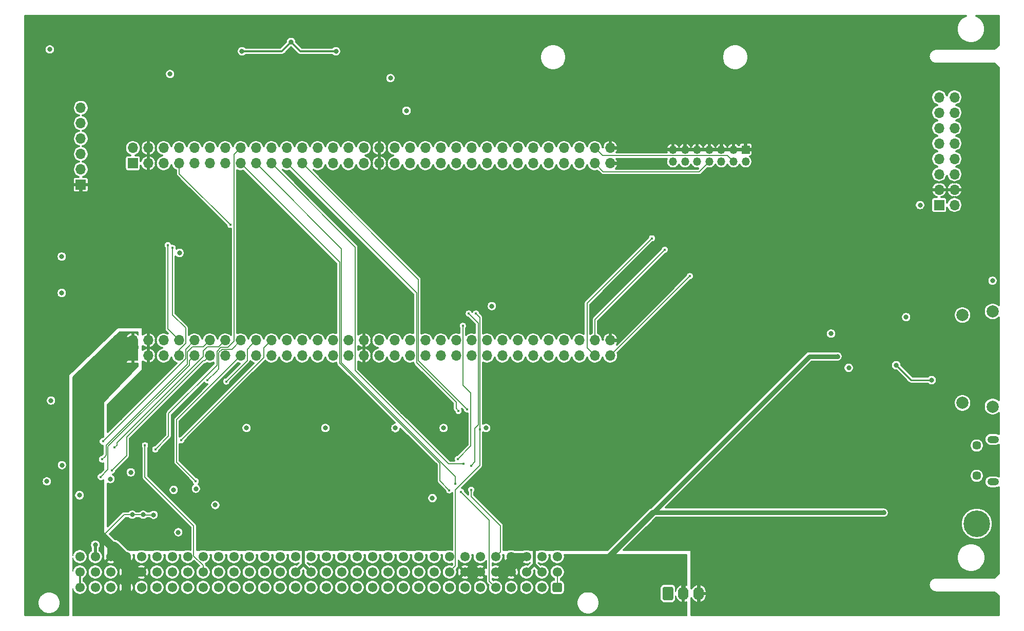
<source format=gbr>
G04 #@! TF.GenerationSoftware,KiCad,Pcbnew,5.1.9+dfsg1-1~bpo10+1*
G04 #@! TF.CreationDate,2023-03-18T13:25:21+01:00*
G04 #@! TF.ProjectId,nubus-to-ztex,6e756275-732d-4746-9f2d-7a7465782e6b,rev?*
G04 #@! TF.SameCoordinates,Original*
G04 #@! TF.FileFunction,Copper,L4,Bot*
G04 #@! TF.FilePolarity,Positive*
%FSLAX46Y46*%
G04 Gerber Fmt 4.6, Leading zero omitted, Abs format (unit mm)*
G04 Created by KiCad (PCBNEW 5.1.9+dfsg1-1~bpo10+1) date 2023-03-18 13:25:21*
%MOMM*%
%LPD*%
G01*
G04 APERTURE LIST*
G04 #@! TA.AperFunction,ComponentPad*
%ADD10O,1.700000X1.700000*%
G04 #@! TD*
G04 #@! TA.AperFunction,ComponentPad*
%ADD11R,1.700000X1.700000*%
G04 #@! TD*
G04 #@! TA.AperFunction,ComponentPad*
%ADD12O,1.350000X1.350000*%
G04 #@! TD*
G04 #@! TA.AperFunction,ComponentPad*
%ADD13R,1.350000X1.350000*%
G04 #@! TD*
G04 #@! TA.AperFunction,ComponentPad*
%ADD14C,4.400000*%
G04 #@! TD*
G04 #@! TA.AperFunction,ComponentPad*
%ADD15C,1.450000*%
G04 #@! TD*
G04 #@! TA.AperFunction,ComponentPad*
%ADD16O,1.900000X1.200000*%
G04 #@! TD*
G04 #@! TA.AperFunction,ComponentPad*
%ADD17O,1.740000X2.200000*%
G04 #@! TD*
G04 #@! TA.AperFunction,ComponentPad*
%ADD18C,2.000000*%
G04 #@! TD*
G04 #@! TA.AperFunction,ComponentPad*
%ADD19C,1.550000*%
G04 #@! TD*
G04 #@! TA.AperFunction,ViaPad*
%ADD20C,0.800000*%
G04 #@! TD*
G04 #@! TA.AperFunction,ViaPad*
%ADD21C,0.450000*%
G04 #@! TD*
G04 #@! TA.AperFunction,Conductor*
%ADD22C,0.500000*%
G04 #@! TD*
G04 #@! TA.AperFunction,Conductor*
%ADD23C,0.152400*%
G04 #@! TD*
G04 #@! TA.AperFunction,Conductor*
%ADD24C,0.300000*%
G04 #@! TD*
G04 #@! TA.AperFunction,Conductor*
%ADD25C,1.200000*%
G04 #@! TD*
G04 #@! TA.AperFunction,Conductor*
%ADD26C,1.500000*%
G04 #@! TD*
G04 #@! TA.AperFunction,Conductor*
%ADD27C,0.800000*%
G04 #@! TD*
G04 #@! TA.AperFunction,Conductor*
%ADD28C,1.600000*%
G04 #@! TD*
G04 #@! TA.AperFunction,Conductor*
%ADD29C,1.000000*%
G04 #@! TD*
G04 #@! TA.AperFunction,Conductor*
%ADD30C,0.200000*%
G04 #@! TD*
G04 #@! TA.AperFunction,Conductor*
%ADD31C,0.250000*%
G04 #@! TD*
G04 #@! TA.AperFunction,Conductor*
%ADD32C,0.100000*%
G04 #@! TD*
G04 APERTURE END LIST*
D10*
X265540000Y-19110000D03*
X263000000Y-19110000D03*
X265540000Y-21650000D03*
X263000000Y-21650000D03*
X265540000Y-24190000D03*
X263000000Y-24190000D03*
X265540000Y-26730000D03*
X263000000Y-26730000D03*
X265540000Y-29270000D03*
X263000000Y-29270000D03*
X265540000Y-31810000D03*
X263000000Y-31810000D03*
X265540000Y-34350000D03*
X263000000Y-34350000D03*
X265540000Y-36890000D03*
D11*
X263000000Y-36890000D03*
D12*
X219080000Y-29730000D03*
X219080000Y-27730000D03*
X221080000Y-29730000D03*
X221080000Y-27730000D03*
X223080000Y-29730000D03*
X223080000Y-27730000D03*
X225080000Y-29730000D03*
X225080000Y-27730000D03*
X227080000Y-29730000D03*
X227080000Y-27730000D03*
X229080000Y-29730000D03*
X229080000Y-27730000D03*
X231080000Y-29730000D03*
D13*
X231080000Y-27730000D03*
D11*
X121400000Y-33528000D03*
D10*
X121400000Y-30988000D03*
X121400000Y-28448000D03*
X121400000Y-25908000D03*
X121400000Y-23368000D03*
X121400000Y-20828000D03*
D14*
X269197500Y-89500000D03*
D15*
X269197500Y-81570000D03*
X269197500Y-76570000D03*
D16*
X271897500Y-82570000D03*
X271897500Y-75570000D03*
G04 #@! TA.AperFunction,ComponentPad*
G36*
G01*
X217390000Y-101850001D02*
X217390000Y-100149999D01*
G75*
G02*
X217639999Y-99900000I249999J0D01*
G01*
X218880001Y-99900000D01*
G75*
G02*
X219130000Y-100149999I0J-249999D01*
G01*
X219130000Y-101850001D01*
G75*
G02*
X218880001Y-102100000I-249999J0D01*
G01*
X217639999Y-102100000D01*
G75*
G02*
X217390000Y-101850001I0J249999D01*
G01*
G37*
G04 #@! TD.AperFunction*
D17*
X220800000Y-101000000D03*
X223340000Y-101000000D03*
D11*
X130000000Y-30000000D03*
D10*
X130000000Y-27460000D03*
X132540000Y-30000000D03*
X132540000Y-27460000D03*
X135080000Y-30000000D03*
X135080000Y-27460000D03*
X137620000Y-30000000D03*
X137620000Y-27460000D03*
X140160000Y-30000000D03*
X140160000Y-27460000D03*
X142700000Y-30000000D03*
X142700000Y-27460000D03*
X145240000Y-30000000D03*
X145240000Y-27460000D03*
X147780000Y-30000000D03*
X147780000Y-27460000D03*
X150320000Y-30000000D03*
X150320000Y-27460000D03*
X152860000Y-30000000D03*
X152860000Y-27460000D03*
X155400000Y-30000000D03*
X155400000Y-27460000D03*
X157940000Y-30000000D03*
X157940000Y-27460000D03*
X160480000Y-30000000D03*
X160480000Y-27460000D03*
X163020000Y-30000000D03*
X163020000Y-27460000D03*
X165560000Y-30000000D03*
X165560000Y-27460000D03*
X168100000Y-30000000D03*
X168100000Y-27460000D03*
X170640000Y-30000000D03*
X170640000Y-27460000D03*
X173180000Y-30000000D03*
X173180000Y-27460000D03*
X175720000Y-30000000D03*
X175720000Y-27460000D03*
X178260000Y-30000000D03*
X178260000Y-27460000D03*
X180800000Y-30000000D03*
X180800000Y-27460000D03*
X183340000Y-30000000D03*
X183340000Y-27460000D03*
X185880000Y-30000000D03*
X185880000Y-27460000D03*
X188420000Y-30000000D03*
X188420000Y-27460000D03*
X190960000Y-30000000D03*
X190960000Y-27460000D03*
X193500000Y-30000000D03*
X193500000Y-27460000D03*
X196040000Y-30000000D03*
X196040000Y-27460000D03*
X198580000Y-30000000D03*
X198580000Y-27460000D03*
X201120000Y-30000000D03*
X201120000Y-27460000D03*
X203660000Y-30000000D03*
X203660000Y-27460000D03*
X206200000Y-30000000D03*
X206200000Y-27460000D03*
X208740000Y-30000000D03*
X208740000Y-27460000D03*
D18*
X271800000Y-70150000D03*
X271800000Y-54450000D03*
X266850000Y-69550000D03*
X266850000Y-55050000D03*
G04 #@! TA.AperFunction,ComponentPad*
G36*
G01*
X200775000Y-99474998D02*
X200775000Y-100525002D01*
G75*
G02*
X200525002Y-100775000I-249998J0D01*
G01*
X199474998Y-100775000D01*
G75*
G02*
X199225000Y-100525002I0J249998D01*
G01*
X199225000Y-99474998D01*
G75*
G02*
X199474998Y-99225000I249998J0D01*
G01*
X200525002Y-99225000D01*
G75*
G02*
X200775000Y-99474998I0J-249998D01*
G01*
G37*
G04 #@! TD.AperFunction*
D19*
X197460000Y-100000000D03*
X194920000Y-100000000D03*
X192380000Y-100000000D03*
X189840000Y-100000000D03*
X187300000Y-100000000D03*
X184760000Y-100000000D03*
X182220000Y-100000000D03*
X179680000Y-100000000D03*
X177140000Y-100000000D03*
X174600000Y-100000000D03*
X172060000Y-100000000D03*
X169520000Y-100000000D03*
X166980000Y-100000000D03*
X164440000Y-100000000D03*
X161900000Y-100000000D03*
X159360000Y-100000000D03*
X156820000Y-100000000D03*
X154280000Y-100000000D03*
X151740000Y-100000000D03*
X149200000Y-100000000D03*
X146660000Y-100000000D03*
X144120000Y-100000000D03*
X141580000Y-100000000D03*
X139040000Y-100000000D03*
X136500000Y-100000000D03*
X133960000Y-100000000D03*
X131420000Y-100000000D03*
X128880000Y-100000000D03*
X126340000Y-100000000D03*
X123800000Y-100000000D03*
X121260000Y-100000000D03*
X200000000Y-97460000D03*
X197460000Y-97460000D03*
X194920000Y-97460000D03*
X192380000Y-97460000D03*
X189840000Y-97460000D03*
X187300000Y-97460000D03*
X184760000Y-97460000D03*
X182220000Y-97460000D03*
X179680000Y-97460000D03*
X177140000Y-97460000D03*
X174600000Y-97460000D03*
X172060000Y-97460000D03*
X169520000Y-97460000D03*
X166980000Y-97460000D03*
X164440000Y-97460000D03*
X161900000Y-97460000D03*
X159360000Y-97460000D03*
X156820000Y-97460000D03*
X154280000Y-97460000D03*
X151740000Y-97460000D03*
X149200000Y-97460000D03*
X146660000Y-97460000D03*
X144120000Y-97460000D03*
X141580000Y-97460000D03*
X139040000Y-97460000D03*
X136500000Y-97460000D03*
X133960000Y-97460000D03*
X131420000Y-97460000D03*
X128880000Y-97460000D03*
X126340000Y-97460000D03*
X123800000Y-97460000D03*
X121260000Y-97460000D03*
X200000000Y-94920000D03*
X197460000Y-94920000D03*
X194920000Y-94920000D03*
X192380000Y-94920000D03*
X189840000Y-94920000D03*
X187300000Y-94920000D03*
X184760000Y-94920000D03*
X182220000Y-94920000D03*
X179680000Y-94920000D03*
X177140000Y-94920000D03*
X174600000Y-94920000D03*
X172060000Y-94920000D03*
X169520000Y-94920000D03*
X166980000Y-94920000D03*
X164440000Y-94920000D03*
X161900000Y-94920000D03*
X159360000Y-94920000D03*
X156820000Y-94920000D03*
X154280000Y-94920000D03*
X151740000Y-94920000D03*
X149200000Y-94920000D03*
X146660000Y-94920000D03*
X144120000Y-94920000D03*
X141580000Y-94920000D03*
X139040000Y-94920000D03*
X136500000Y-94920000D03*
X133960000Y-94920000D03*
X131420000Y-94920000D03*
X128880000Y-94920000D03*
X126340000Y-94920000D03*
X123800000Y-94920000D03*
X121260000Y-94920000D03*
D10*
X208740000Y-59210000D03*
X208740000Y-61750000D03*
X206200000Y-59210000D03*
X206200000Y-61750000D03*
X203660000Y-59210000D03*
X203660000Y-61750000D03*
X201120000Y-59210000D03*
X201120000Y-61750000D03*
X198580000Y-59210000D03*
X198580000Y-61750000D03*
X196040000Y-59210000D03*
X196040000Y-61750000D03*
X193500000Y-59210000D03*
X193500000Y-61750000D03*
X190960000Y-59210000D03*
X190960000Y-61750000D03*
X188420000Y-59210000D03*
X188420000Y-61750000D03*
X185880000Y-59210000D03*
X185880000Y-61750000D03*
X183340000Y-59210000D03*
X183340000Y-61750000D03*
X180800000Y-59210000D03*
X180800000Y-61750000D03*
X178260000Y-59210000D03*
X178260000Y-61750000D03*
X175720000Y-59210000D03*
X175720000Y-61750000D03*
X173180000Y-59210000D03*
X173180000Y-61750000D03*
X170640000Y-59210000D03*
X170640000Y-61750000D03*
X168100000Y-59210000D03*
X168100000Y-61750000D03*
X165560000Y-59210000D03*
X165560000Y-61750000D03*
X163020000Y-59210000D03*
X163020000Y-61750000D03*
X160480000Y-59210000D03*
X160480000Y-61750000D03*
X157940000Y-59210000D03*
X157940000Y-61750000D03*
X155400000Y-59210000D03*
X155400000Y-61750000D03*
X152860000Y-59210000D03*
X152860000Y-61750000D03*
X150320000Y-59210000D03*
X150320000Y-61750000D03*
X147780000Y-59210000D03*
X147780000Y-61750000D03*
X145240000Y-59210000D03*
X145240000Y-61750000D03*
X142700000Y-59210000D03*
X142700000Y-61750000D03*
X140160000Y-59210000D03*
X140160000Y-61750000D03*
X137620000Y-59210000D03*
X137620000Y-61750000D03*
X135080000Y-59210000D03*
X135080000Y-61750000D03*
X132540000Y-59210000D03*
X132540000Y-61750000D03*
X130000000Y-59210000D03*
D11*
X130000000Y-61750000D03*
D20*
X155357500Y-78180000D03*
X267000000Y-51000000D03*
X222740000Y-36800000D03*
X234000000Y-34000000D03*
X174500000Y-71000000D03*
X194880000Y-35760000D03*
X208740000Y-50800000D03*
X215540000Y-27460000D03*
X116300000Y-16437500D03*
X268000000Y-58050000D03*
X149900000Y-71000000D03*
D21*
X145300000Y-90050000D03*
D20*
X189500000Y-71000000D03*
X186786371Y-50762953D03*
X118534670Y-98720000D03*
D21*
X115200000Y-90730000D03*
D20*
X152880000Y-42180000D03*
X181586371Y-48162953D03*
X268000000Y-65550000D03*
X187000000Y-83100000D03*
X183850000Y-73462500D03*
X256220000Y-61875000D03*
X135250000Y-70800000D03*
X139252400Y-47600000D03*
X268000000Y-61050000D03*
X262640000Y-79355000D03*
X140070000Y-71650000D03*
X168650000Y-91575000D03*
D21*
X267730000Y-79355000D03*
X145400000Y-88100000D03*
D20*
X163000000Y-71000000D03*
X158100000Y-92000000D03*
X207500000Y-71000000D03*
X132800000Y-79640000D03*
D21*
X131100000Y-77215000D03*
D20*
X252900000Y-82730000D03*
X264200000Y-67357500D03*
X194857500Y-79750000D03*
D21*
X115200000Y-87480000D03*
D20*
X176480000Y-33630000D03*
X140070000Y-65480000D03*
X181586371Y-53962953D03*
X236450000Y-82730000D03*
X145125000Y-50200000D03*
X256010000Y-87920000D03*
X148200000Y-86800000D03*
X117200000Y-84780000D03*
X179800000Y-92480000D03*
X123800000Y-93000000D03*
X115670000Y-40410000D03*
X190611371Y-50675453D03*
D21*
X168357500Y-79750000D03*
D20*
X228090000Y-60250000D03*
X168820000Y-45760000D03*
X168357500Y-78180000D03*
D21*
X139300000Y-87450000D03*
D20*
X255040000Y-53812500D03*
X246062500Y-59100000D03*
X255500000Y-58625000D03*
X179857500Y-79750000D03*
X127900000Y-72015000D03*
D21*
X115200000Y-89430000D03*
D20*
X267720000Y-77180000D03*
X196200000Y-92480000D03*
X244180000Y-99750000D03*
X137500000Y-89312500D03*
X259850000Y-35315000D03*
X259850000Y-14000000D03*
X234000000Y-14000000D03*
X125722000Y-33528000D03*
X228670000Y-36800000D03*
X143040000Y-68680000D03*
X268560000Y-51000000D03*
X267000000Y-49425000D03*
X224457500Y-95500000D03*
X156725000Y-81300000D03*
D21*
X155357500Y-79750000D03*
D20*
X169725000Y-81300000D03*
X123840134Y-42199866D03*
X175135000Y-19775000D03*
X267000000Y-46930000D03*
X167210000Y-18100000D03*
X158300000Y-10000000D03*
X143250000Y-11500000D03*
X167037500Y-13250000D03*
D21*
X221870000Y-48620000D03*
D20*
X161750000Y-73687500D03*
X172485673Y-15948535D03*
X257550000Y-55387500D03*
X188250000Y-73687500D03*
X136727523Y-83900000D03*
X137700000Y-44789641D03*
X248080000Y-63750000D03*
X126287500Y-82100000D03*
X115812500Y-82500000D03*
X148750000Y-73687500D03*
X140387500Y-83700000D03*
X118300000Y-79800000D03*
X143600000Y-86400000D03*
X245170000Y-58110000D03*
X137500000Y-90887500D03*
X116300000Y-11212500D03*
X116500000Y-69150000D03*
X173300000Y-73700000D03*
X118265134Y-45400000D03*
X121200000Y-84780000D03*
X181250000Y-73687500D03*
X118265134Y-51400000D03*
X136140000Y-15272793D03*
X189211371Y-53562953D03*
X129652500Y-81000000D03*
X179412661Y-85255497D03*
X259850000Y-36890000D03*
X175135000Y-21325000D03*
X156100000Y-10000000D03*
X163500000Y-11500000D03*
X148000000Y-11500000D03*
X253850000Y-87660000D03*
X246230000Y-61872500D03*
X131697842Y-88000000D03*
X129897842Y-88000000D03*
X133421568Y-88014972D03*
X188575000Y-102850000D03*
X220800000Y-97000000D03*
D21*
X184418601Y-56831399D03*
X183600000Y-78800000D03*
X184150000Y-84250000D03*
X186600000Y-54800000D03*
X187263411Y-73930000D03*
X185400000Y-54800000D03*
X185800000Y-83875000D03*
X185800000Y-79900000D03*
X137965000Y-75700000D03*
X132000000Y-76565000D03*
X136541399Y-43958601D03*
X135750000Y-43500000D03*
X146070000Y-40170000D03*
D20*
X271800000Y-49380000D03*
D21*
X217750000Y-44250000D03*
X215625000Y-42375000D03*
X133700000Y-77215000D03*
X145387500Y-66000000D03*
X140375000Y-82475000D03*
X142300000Y-65800000D03*
X125066330Y-75900000D03*
X126550000Y-80675000D03*
X124712500Y-81750000D03*
X126975000Y-76905000D03*
X124925000Y-78850000D03*
X182200161Y-83950161D03*
X183200000Y-82900000D03*
X184500000Y-79600000D03*
X185110000Y-70590000D03*
X183710000Y-70850000D03*
D20*
X261760000Y-65782500D03*
X255920000Y-63320000D03*
D22*
X158100000Y-96200000D02*
X158100000Y-92000000D01*
X159360000Y-97460000D02*
X158100000Y-96200000D01*
X156820000Y-97460000D02*
X158080000Y-96200000D01*
D23*
X158080000Y-96200000D02*
X158100000Y-96200000D01*
D22*
X194920000Y-97460000D02*
X196180000Y-96200000D01*
D23*
X196180000Y-96200000D02*
X196200000Y-96200000D01*
D22*
X123800000Y-94920000D02*
X123800000Y-93000000D01*
X196200000Y-96200000D02*
X196200000Y-92490000D01*
X197460000Y-97460000D02*
X196200000Y-96200000D01*
D23*
X208740000Y-61750000D02*
X221870000Y-48620000D01*
D24*
X157600000Y-11500000D02*
X156100000Y-10000000D01*
X163500000Y-11500000D02*
X157600000Y-11500000D01*
X154600000Y-11500000D02*
X156100000Y-10000000D01*
X148000000Y-11500000D02*
X154600000Y-11500000D01*
D25*
X189840000Y-97460000D02*
X192380000Y-97460000D01*
D26*
X128880000Y-100000000D02*
X128880000Y-101096015D01*
X128880000Y-101096015D02*
X130633985Y-102850000D01*
X130633985Y-102850000D02*
X132675000Y-102850000D01*
D22*
X184760000Y-97460000D02*
X183500000Y-98720000D01*
D25*
X187300000Y-97460000D02*
X184760000Y-97460000D01*
X192380000Y-94920000D02*
X192380000Y-97460000D01*
X194920000Y-94920000D02*
X192380000Y-94920000D01*
X130000000Y-61750000D02*
X128998000Y-61750000D01*
D26*
X123050000Y-89750000D02*
X124930000Y-91630000D01*
X123050000Y-67697600D02*
X123050000Y-89750000D01*
D27*
X246230000Y-61872500D02*
X241617500Y-61872500D01*
D25*
X126340000Y-94920000D02*
X126340000Y-93040000D01*
D26*
X126340000Y-93040000D02*
X124930000Y-91630000D01*
X127897927Y-62850000D02*
X123050000Y-67697600D01*
X128998000Y-61750000D02*
X127897927Y-62850000D01*
D28*
X130000000Y-61750000D02*
X130000000Y-59210000D01*
D29*
X128998000Y-61750000D02*
X128998000Y-59252000D01*
X129040000Y-59210000D02*
X130000000Y-59210000D01*
X128998000Y-59252000D02*
X129040000Y-59210000D01*
X200640000Y-102850000D02*
X205520000Y-97970000D01*
D23*
X183500000Y-102800000D02*
X183450000Y-102850000D01*
D22*
X183500000Y-98720000D02*
X183500000Y-102800000D01*
D29*
X193650000Y-102850000D02*
X200640000Y-102850000D01*
D22*
X193650000Y-98730000D02*
X192380000Y-97460000D01*
D23*
X131712814Y-88014972D02*
X131697842Y-88000000D01*
X133421568Y-88014972D02*
X131712814Y-88014972D01*
X131697842Y-88000000D02*
X129897842Y-88000000D01*
D26*
X128880000Y-97460000D02*
X131420000Y-97460000D01*
X128880000Y-97460000D02*
X128880000Y-100000000D01*
X128880000Y-94920000D02*
X128880000Y-97460000D01*
D22*
X193650000Y-102850000D02*
X193650000Y-98730000D01*
X187300000Y-97460000D02*
X186025000Y-98735000D01*
D23*
X186025000Y-102825000D02*
X186050000Y-102850000D01*
D22*
X186025000Y-98735000D02*
X186025000Y-102825000D01*
D26*
X183450000Y-102850000D02*
X186050000Y-102850000D01*
D22*
X189840000Y-97460000D02*
X191100000Y-98720000D01*
X191100000Y-98720000D02*
X191100000Y-102650000D01*
D23*
X191100000Y-102650000D02*
X191300000Y-102850000D01*
D26*
X191300000Y-102850000D02*
X193650000Y-102850000D01*
X186050000Y-102850000D02*
X188575000Y-102850000D01*
X188575000Y-102850000D02*
X191300000Y-102850000D01*
D22*
X132675000Y-98715000D02*
X132675000Y-102850000D01*
X131420000Y-97460000D02*
X132675000Y-98715000D01*
D26*
X183450000Y-102850000D02*
X132675000Y-102850000D01*
D25*
X126340000Y-94920000D02*
X128880000Y-94920000D01*
X127000000Y-93040000D02*
X126340000Y-93040000D01*
D23*
X127585000Y-93675000D02*
X127635000Y-93675000D01*
D25*
X127635000Y-93675000D02*
X127000000Y-93040000D01*
X126340000Y-94920000D02*
X127585000Y-93675000D01*
X128880000Y-94920000D02*
X127635000Y-93675000D01*
D26*
X188575000Y-102850000D02*
X188575000Y-102850000D01*
D23*
X215830000Y-87660000D02*
X215745000Y-87745000D01*
D27*
X253850000Y-87660000D02*
X215830000Y-87660000D01*
X241617500Y-61872500D02*
X215745000Y-87745000D01*
D23*
X206490000Y-97000000D02*
X206445000Y-97045000D01*
D29*
X215745000Y-87745000D02*
X206445000Y-97045000D01*
D27*
X220800000Y-97000000D02*
X206490000Y-97000000D01*
D29*
X206445000Y-97045000D02*
X205520000Y-97970000D01*
D27*
X220800000Y-101000000D02*
X220800000Y-97000000D01*
D30*
X128560000Y-88000000D02*
X124930000Y-91630000D01*
X129897842Y-88000000D02*
X128560000Y-88000000D01*
X200000000Y-100000000D02*
X200000000Y-97460000D01*
D23*
X184418601Y-56831399D02*
X184418601Y-66588601D01*
X183600000Y-78800000D02*
X185738601Y-76661399D01*
X185738601Y-76661399D02*
X185738601Y-67908601D01*
X185738601Y-67908601D02*
X184418601Y-66588601D01*
X188788799Y-88888799D02*
X184150000Y-84250000D01*
X189840000Y-100000000D02*
X188788799Y-98948799D01*
X188788799Y-98948799D02*
X188788799Y-88888799D01*
D24*
X121260000Y-97460000D02*
X121260000Y-100000000D01*
D23*
X182220000Y-97460000D02*
X183223601Y-96456399D01*
X187263411Y-79833791D02*
X187263411Y-73930000D01*
X183223601Y-83873601D02*
X187263411Y-79833791D01*
X187263411Y-55463411D02*
X186600000Y-54800000D01*
X187263411Y-73930000D02*
X187263411Y-55463411D01*
X183223601Y-96456399D02*
X183223601Y-83873601D01*
X190614999Y-89814999D02*
X185800000Y-85000000D01*
X190614999Y-94145001D02*
X190614999Y-89814999D01*
X189840000Y-94920000D02*
X190614999Y-94145001D01*
X185800000Y-85000000D02*
X185800000Y-83875000D01*
X186958601Y-56358601D02*
X185400000Y-54800000D01*
X185800000Y-79900000D02*
X186428601Y-79271399D01*
X186428601Y-79271399D02*
X186428601Y-73701399D01*
X186428601Y-73701399D02*
X186958601Y-73171399D01*
X186958601Y-73171399D02*
X186958601Y-56358601D01*
X152860000Y-59210000D02*
X151600000Y-60470000D01*
X151600000Y-62065000D02*
X151398601Y-62266399D01*
X151600000Y-60470000D02*
X151600000Y-62065000D01*
X137965000Y-75700000D02*
X151398601Y-62266399D01*
X140043601Y-94827586D02*
X140043601Y-89843601D01*
X141580000Y-96363985D02*
X140043601Y-94827586D01*
X141580000Y-97460000D02*
X141580000Y-96363985D01*
X132000000Y-81800000D02*
X132000000Y-76565000D01*
X140043601Y-89843601D02*
X132000000Y-81800000D01*
X137620000Y-61750000D02*
X137620000Y-60806330D01*
X137620000Y-60806330D02*
X138698601Y-59727729D01*
X138698601Y-59727729D02*
X138698601Y-57188601D01*
X136541399Y-55031399D02*
X136541399Y-43958601D01*
X138698601Y-57188601D02*
X136541399Y-55031399D01*
X135750000Y-57340000D02*
X135750000Y-43500000D01*
X137620000Y-59210000D02*
X135750000Y-57340000D01*
X146070000Y-40170000D02*
X138250000Y-32350000D01*
X137620000Y-31720000D02*
X138250000Y-32350000D01*
X137620000Y-30000000D02*
X137620000Y-31720000D01*
X206200000Y-30000000D02*
X207590000Y-31390000D01*
X223420000Y-31390000D02*
X225080000Y-29730000D01*
X207590000Y-31390000D02*
X223420000Y-31390000D01*
X206200000Y-55800000D02*
X217500000Y-44500000D01*
X206200000Y-59210000D02*
X206200000Y-55800000D01*
X217500000Y-44500000D02*
X217750000Y-44250000D01*
X206200000Y-61750000D02*
X204900000Y-60450000D01*
X204900000Y-53100000D02*
X205550000Y-52450000D01*
X204900000Y-60450000D02*
X204900000Y-53100000D01*
X215625000Y-42375000D02*
X205550000Y-52450000D01*
X229080000Y-29730000D02*
X228080000Y-28730000D01*
X207470000Y-28730000D02*
X206200000Y-27460000D01*
X228080000Y-28730000D02*
X207470000Y-28730000D01*
X146701399Y-28538601D02*
X147780000Y-27460000D01*
X146701399Y-59344931D02*
X146701399Y-28538601D01*
X145679741Y-60366589D02*
X146701399Y-59344931D01*
X144514477Y-60366589D02*
X145679741Y-60366589D01*
X135878601Y-75036399D02*
X135878601Y-71291069D01*
X135878601Y-71291069D02*
X143856589Y-63313081D01*
X143856589Y-61024477D02*
X144514477Y-60366589D01*
X133700000Y-77215000D02*
X135878601Y-75036399D01*
X143856589Y-63313081D02*
X143856589Y-61024477D01*
X148858601Y-62528899D02*
X148858601Y-60671399D01*
X149470001Y-60059999D02*
X150320000Y-59210000D01*
X148858601Y-60671399D02*
X149470001Y-60059999D01*
X145387500Y-66000000D02*
X148858601Y-62528899D01*
X140375000Y-82475000D02*
X137200000Y-79300000D01*
X137200000Y-72330000D02*
X147780000Y-61750000D01*
X137200000Y-79300000D02*
X137200000Y-72330000D01*
X144161399Y-63938601D02*
X143778601Y-64321399D01*
X147780000Y-59210000D02*
X146318601Y-60671399D01*
X143778601Y-64321399D02*
X142300000Y-65800000D01*
X144718601Y-60671399D02*
X144161399Y-61228601D01*
X146318601Y-60671399D02*
X144718601Y-60671399D01*
X144161399Y-61228601D02*
X144161399Y-63938601D01*
X138698601Y-60671399D02*
X140160000Y-59210000D01*
X138698601Y-62267729D02*
X125066330Y-75900000D01*
X138698601Y-60671399D02*
X138698601Y-62267729D01*
X128958411Y-75223759D02*
X128958411Y-78266589D01*
X141582171Y-62599999D02*
X128958411Y-75223759D01*
X141850001Y-62599999D02*
X141582171Y-62599999D01*
X142700000Y-61750000D02*
X141850001Y-62599999D01*
X128958411Y-78266589D02*
X126550000Y-80675000D01*
X126550000Y-80675000D02*
X126550000Y-80675000D01*
X140160000Y-61750000D02*
X139310001Y-62599999D01*
X125904810Y-80557690D02*
X124712500Y-81750000D01*
X139310001Y-63334669D02*
X125904810Y-76739860D01*
X139310001Y-62599999D02*
X139310001Y-63334669D01*
X125904810Y-76739860D02*
X125904810Y-80557690D01*
X144390001Y-60059999D02*
X145240000Y-59210000D01*
X141621399Y-60928601D02*
X142261399Y-60288601D01*
X144161399Y-60288601D02*
X144390001Y-60059999D01*
X141621399Y-61884931D02*
X141621399Y-60928601D01*
X142261399Y-60288601D02*
X144161399Y-60288601D01*
X126975000Y-76905000D02*
X127374999Y-76505001D01*
X127374999Y-76505001D02*
X127374999Y-76131331D01*
X127374999Y-76131331D02*
X141621399Y-61884931D01*
X139003411Y-61121589D02*
X139003411Y-63146589D01*
X139836399Y-60288601D02*
X139003411Y-61121589D01*
X141621399Y-60288601D02*
X139836399Y-60288601D01*
X142700000Y-59210000D02*
X141621399Y-60288601D01*
X139003411Y-63146589D02*
X125600000Y-76550000D01*
X125600000Y-76550000D02*
X125600000Y-76550000D01*
X125324999Y-78450001D02*
X124925000Y-78850000D01*
X125600000Y-78175000D02*
X125324999Y-78450001D01*
X125600000Y-76550000D02*
X125600000Y-78175000D01*
X180621399Y-82371399D02*
X182200161Y-83950161D01*
X147780000Y-30000000D02*
X164098601Y-46318601D01*
X180621399Y-79531399D02*
X180621399Y-82371399D01*
X164098601Y-46318601D02*
X164098601Y-63008601D01*
X164098601Y-63008601D02*
X180621399Y-79531399D01*
X151169999Y-30849999D02*
X150320000Y-30000000D01*
X183200000Y-82900000D02*
X183200000Y-81678934D01*
X183200000Y-81678934D02*
X164403411Y-62882345D01*
X164403411Y-62882345D02*
X164403411Y-44083411D01*
X164403411Y-44083411D02*
X151169999Y-30849999D01*
X153709999Y-30849999D02*
X152860000Y-30000000D01*
X166686201Y-43826201D02*
X153709999Y-30849999D01*
X166686201Y-64186979D02*
X166686201Y-43826201D01*
X182099222Y-79600000D02*
X166686201Y-64186979D01*
X184500000Y-79600000D02*
X182099222Y-79600000D01*
X158789999Y-30849999D02*
X157940000Y-30000000D01*
X177103411Y-49163411D02*
X158789999Y-30849999D01*
X177103411Y-62583411D02*
X177103411Y-49163411D01*
X185110000Y-70590000D02*
X177103411Y-62583411D01*
X176798601Y-51398601D02*
X155400000Y-30000000D01*
X176798601Y-62898601D02*
X176798601Y-51398601D01*
X183310001Y-69410001D02*
X176798601Y-62898601D01*
X183310001Y-70450001D02*
X183310001Y-69410001D01*
X183710000Y-70850000D02*
X183310001Y-70450001D01*
D31*
X258382500Y-65782500D02*
X261760000Y-65782500D01*
X255920000Y-63320000D02*
X258382500Y-65782500D01*
D24*
X267154575Y-5761895D02*
X266772348Y-6017290D01*
X266447290Y-6342348D01*
X266191895Y-6724575D01*
X266015975Y-7149282D01*
X265926292Y-7600150D01*
X265926292Y-8059850D01*
X266015975Y-8510718D01*
X266191895Y-8935425D01*
X266447290Y-9317652D01*
X266772348Y-9642710D01*
X267154575Y-9898105D01*
X267579282Y-10074025D01*
X268030150Y-10163708D01*
X268489850Y-10163708D01*
X268940718Y-10074025D01*
X269365425Y-9898105D01*
X269747652Y-9642710D01*
X270072710Y-9317652D01*
X270328105Y-8935425D01*
X270504025Y-8510718D01*
X270593708Y-8059850D01*
X270593708Y-7600150D01*
X270504025Y-7149282D01*
X270328105Y-6724575D01*
X270072710Y-6342348D01*
X269747652Y-6017290D01*
X269365425Y-5761895D01*
X269095287Y-5650000D01*
X272805000Y-5650000D01*
X272805001Y-10462536D01*
X272162539Y-11105000D01*
X262474212Y-11105000D01*
X262448079Y-11107574D01*
X262438992Y-11107574D01*
X262431702Y-11108340D01*
X262295938Y-11123569D01*
X262249407Y-11133460D01*
X262202722Y-11142703D01*
X262195720Y-11144871D01*
X262065499Y-11186179D01*
X262021741Y-11204934D01*
X261977767Y-11223058D01*
X261971325Y-11226542D01*
X261971322Y-11226543D01*
X261971319Y-11226545D01*
X261851601Y-11292361D01*
X261812366Y-11319226D01*
X261772708Y-11345575D01*
X261767060Y-11350247D01*
X261662406Y-11438062D01*
X261629113Y-11472060D01*
X261595349Y-11505589D01*
X261590716Y-11511269D01*
X261505112Y-11617739D01*
X261479038Y-11657585D01*
X261452451Y-11697001D01*
X261449009Y-11703473D01*
X261385715Y-11824543D01*
X261367893Y-11868653D01*
X261349449Y-11912530D01*
X261347331Y-11919548D01*
X261308759Y-12050605D01*
X261299847Y-12097324D01*
X261290275Y-12143956D01*
X261289560Y-12151251D01*
X261277178Y-12287304D01*
X261277510Y-12334881D01*
X261277177Y-12382468D01*
X261277893Y-12389763D01*
X261292173Y-12525631D01*
X261301738Y-12572227D01*
X261310658Y-12618987D01*
X261312777Y-12626004D01*
X261353176Y-12756510D01*
X261371612Y-12800367D01*
X261389439Y-12844492D01*
X261392881Y-12850964D01*
X261457859Y-12971138D01*
X261484461Y-13010578D01*
X261510520Y-13050400D01*
X261515153Y-13056081D01*
X261602235Y-13161346D01*
X261636019Y-13194895D01*
X261669294Y-13228874D01*
X261674942Y-13233547D01*
X261780812Y-13319892D01*
X261820450Y-13346227D01*
X261859707Y-13373107D01*
X261866155Y-13376593D01*
X261986780Y-13440730D01*
X262030761Y-13458858D01*
X262074505Y-13477607D01*
X262081507Y-13479774D01*
X262212292Y-13519261D01*
X262258951Y-13528500D01*
X262305516Y-13538398D01*
X262312806Y-13539164D01*
X262448770Y-13552495D01*
X262448780Y-13552495D01*
X262474212Y-13555000D01*
X272162539Y-13555000D01*
X272805001Y-14197464D01*
X272805001Y-53404391D01*
X272724321Y-53323711D01*
X272486833Y-53165027D01*
X272222949Y-53055723D01*
X271942813Y-53000000D01*
X271657187Y-53000000D01*
X271377051Y-53055723D01*
X271113167Y-53165027D01*
X270875679Y-53323711D01*
X270673711Y-53525679D01*
X270515027Y-53763167D01*
X270405723Y-54027051D01*
X270350000Y-54307187D01*
X270350000Y-54592813D01*
X270405723Y-54872949D01*
X270515027Y-55136833D01*
X270673711Y-55374321D01*
X270875679Y-55576289D01*
X271113167Y-55734973D01*
X271377051Y-55844277D01*
X271657187Y-55900000D01*
X271942813Y-55900000D01*
X272222949Y-55844277D01*
X272486833Y-55734973D01*
X272724321Y-55576289D01*
X272805001Y-55495609D01*
X272805000Y-69104390D01*
X272724321Y-69023711D01*
X272486833Y-68865027D01*
X272222949Y-68755723D01*
X271942813Y-68700000D01*
X271657187Y-68700000D01*
X271377051Y-68755723D01*
X271113167Y-68865027D01*
X270875679Y-69023711D01*
X270673711Y-69225679D01*
X270515027Y-69463167D01*
X270405723Y-69727051D01*
X270350000Y-70007187D01*
X270350000Y-70292813D01*
X270405723Y-70572949D01*
X270515027Y-70836833D01*
X270673711Y-71074321D01*
X270875679Y-71276289D01*
X271113167Y-71434973D01*
X271377051Y-71544277D01*
X271657187Y-71600000D01*
X271942813Y-71600000D01*
X272222949Y-71544277D01*
X272486833Y-71434973D01*
X272724321Y-71276289D01*
X272805000Y-71195610D01*
X272805000Y-74677408D01*
X272651262Y-74595233D01*
X272453336Y-74535193D01*
X272299078Y-74520000D01*
X271495922Y-74520000D01*
X271341664Y-74535193D01*
X271143738Y-74595233D01*
X270961329Y-74692733D01*
X270801446Y-74823946D01*
X270670233Y-74983829D01*
X270572733Y-75166238D01*
X270512693Y-75364164D01*
X270492420Y-75570000D01*
X270512693Y-75775836D01*
X270572733Y-75973762D01*
X270670233Y-76156171D01*
X270801446Y-76316054D01*
X270961329Y-76447267D01*
X271143738Y-76544767D01*
X271341664Y-76604807D01*
X271495922Y-76620000D01*
X272299078Y-76620000D01*
X272453336Y-76604807D01*
X272651262Y-76544767D01*
X272805000Y-76462592D01*
X272805000Y-81677408D01*
X272651262Y-81595233D01*
X272453336Y-81535193D01*
X272299078Y-81520000D01*
X271495922Y-81520000D01*
X271341664Y-81535193D01*
X271143738Y-81595233D01*
X270961329Y-81692733D01*
X270801446Y-81823946D01*
X270670233Y-81983829D01*
X270572733Y-82166238D01*
X270512693Y-82364164D01*
X270492420Y-82570000D01*
X270512693Y-82775836D01*
X270572733Y-82973762D01*
X270670233Y-83156171D01*
X270801446Y-83316054D01*
X270961329Y-83447267D01*
X271143738Y-83544767D01*
X271341664Y-83604807D01*
X271495922Y-83620000D01*
X272299078Y-83620000D01*
X272453336Y-83604807D01*
X272651262Y-83544767D01*
X272805000Y-83462592D01*
X272805000Y-97712537D01*
X272162539Y-98355000D01*
X262474212Y-98355000D01*
X262448079Y-98357574D01*
X262438992Y-98357574D01*
X262431702Y-98358340D01*
X262295938Y-98373569D01*
X262249407Y-98383460D01*
X262202722Y-98392703D01*
X262195720Y-98394871D01*
X262065499Y-98436179D01*
X262021741Y-98454934D01*
X261977767Y-98473058D01*
X261971325Y-98476542D01*
X261971322Y-98476543D01*
X261971319Y-98476545D01*
X261851601Y-98542361D01*
X261812366Y-98569226D01*
X261772708Y-98595575D01*
X261767060Y-98600247D01*
X261662406Y-98688062D01*
X261629113Y-98722060D01*
X261595349Y-98755589D01*
X261590716Y-98761269D01*
X261505112Y-98867739D01*
X261479038Y-98907585D01*
X261452451Y-98947001D01*
X261449009Y-98953473D01*
X261385715Y-99074543D01*
X261367893Y-99118653D01*
X261349449Y-99162530D01*
X261347331Y-99169548D01*
X261308759Y-99300605D01*
X261299847Y-99347324D01*
X261290275Y-99393956D01*
X261289560Y-99401251D01*
X261277178Y-99537304D01*
X261277510Y-99584881D01*
X261277177Y-99632468D01*
X261277893Y-99639763D01*
X261292173Y-99775631D01*
X261301738Y-99822227D01*
X261310658Y-99868987D01*
X261312777Y-99876004D01*
X261353176Y-100006510D01*
X261371612Y-100050367D01*
X261389439Y-100094492D01*
X261392881Y-100100964D01*
X261457859Y-100221138D01*
X261484461Y-100260578D01*
X261510520Y-100300400D01*
X261515153Y-100306081D01*
X261602235Y-100411346D01*
X261636019Y-100444895D01*
X261669294Y-100478874D01*
X261674942Y-100483547D01*
X261780812Y-100569892D01*
X261820450Y-100596227D01*
X261859707Y-100623107D01*
X261866155Y-100626593D01*
X261986780Y-100690730D01*
X262030761Y-100708858D01*
X262074505Y-100727607D01*
X262081507Y-100729774D01*
X262212292Y-100769261D01*
X262258951Y-100778500D01*
X262305516Y-100788398D01*
X262312806Y-100789164D01*
X262448770Y-100802495D01*
X262448780Y-100802495D01*
X262474212Y-100805000D01*
X272162539Y-100805000D01*
X272805001Y-101447464D01*
X272805000Y-104555000D01*
X222150000Y-104555000D01*
X222150000Y-101804973D01*
X222160278Y-101831226D01*
X222300239Y-102049826D01*
X222480158Y-102236921D01*
X222693120Y-102385320D01*
X222930941Y-102489321D01*
X223031429Y-102513427D01*
X223236000Y-102433013D01*
X223236000Y-101104000D01*
X223444000Y-101104000D01*
X223444000Y-102433013D01*
X223648571Y-102513427D01*
X223749059Y-102489321D01*
X223986880Y-102385320D01*
X224199842Y-102236921D01*
X224379761Y-102049826D01*
X224519722Y-101831226D01*
X224614347Y-101589521D01*
X224660000Y-101334000D01*
X224660000Y-101104000D01*
X223444000Y-101104000D01*
X223236000Y-101104000D01*
X223216000Y-101104000D01*
X223216000Y-100896000D01*
X223236000Y-100896000D01*
X223236000Y-99566987D01*
X223444000Y-99566987D01*
X223444000Y-100896000D01*
X224660000Y-100896000D01*
X224660000Y-100666000D01*
X224614347Y-100410479D01*
X224519722Y-100168774D01*
X224379761Y-99950174D01*
X224199842Y-99763079D01*
X223986880Y-99614680D01*
X223749059Y-99510679D01*
X223648571Y-99486573D01*
X223444000Y-99566987D01*
X223236000Y-99566987D01*
X223031429Y-99486573D01*
X222930941Y-99510679D01*
X222693120Y-99614680D01*
X222480158Y-99763079D01*
X222300239Y-99950174D01*
X222160278Y-100168774D01*
X222150000Y-100195028D01*
X222150000Y-94847699D01*
X265901412Y-94847699D01*
X265901412Y-95312301D01*
X265992051Y-95767975D01*
X266169847Y-96197210D01*
X266427965Y-96583512D01*
X266756488Y-96912035D01*
X267142790Y-97170153D01*
X267572025Y-97347949D01*
X268027699Y-97438588D01*
X268492301Y-97438588D01*
X268947975Y-97347949D01*
X269377210Y-97170153D01*
X269763512Y-96912035D01*
X270092035Y-96583512D01*
X270350153Y-96197210D01*
X270527949Y-95767975D01*
X270618588Y-95312301D01*
X270618588Y-94847699D01*
X270527949Y-94392025D01*
X270350153Y-93962790D01*
X270092035Y-93576488D01*
X269763512Y-93247965D01*
X269377210Y-92989847D01*
X268947975Y-92812051D01*
X268492301Y-92721412D01*
X268027699Y-92721412D01*
X267572025Y-92812051D01*
X267142790Y-92989847D01*
X266756488Y-93247965D01*
X266427965Y-93576488D01*
X266169847Y-93962790D01*
X265992051Y-94392025D01*
X265901412Y-94847699D01*
X222150000Y-94847699D01*
X222150000Y-94000000D01*
X222147118Y-93970736D01*
X222138582Y-93942597D01*
X222124720Y-93916664D01*
X222106066Y-93893934D01*
X222083336Y-93875280D01*
X222057403Y-93861418D01*
X222029264Y-93852882D01*
X222000000Y-93850000D01*
X210983502Y-93850000D01*
X215594504Y-89238998D01*
X266547500Y-89238998D01*
X266547500Y-89761002D01*
X266649338Y-90272976D01*
X266849101Y-90755246D01*
X267139111Y-91189276D01*
X267508224Y-91558389D01*
X267942254Y-91848399D01*
X268424524Y-92048162D01*
X268936498Y-92150000D01*
X269458502Y-92150000D01*
X269970476Y-92048162D01*
X270452746Y-91848399D01*
X270886776Y-91558389D01*
X271255889Y-91189276D01*
X271545899Y-90755246D01*
X271745662Y-90272976D01*
X271847500Y-89761002D01*
X271847500Y-89238998D01*
X271745662Y-88727024D01*
X271545899Y-88244754D01*
X271255889Y-87810724D01*
X270886776Y-87441611D01*
X270452746Y-87151601D01*
X269970476Y-86951838D01*
X269458502Y-86850000D01*
X268936498Y-86850000D01*
X268424524Y-86951838D01*
X267942254Y-87151601D01*
X267508224Y-87441611D01*
X267139111Y-87810724D01*
X266849101Y-88244754D01*
X266649338Y-88727024D01*
X266547500Y-89238998D01*
X215594504Y-89238998D01*
X216323503Y-88510000D01*
X253933718Y-88510000D01*
X253974883Y-88501812D01*
X254016629Y-88497700D01*
X254056772Y-88485523D01*
X254097936Y-88477335D01*
X254136706Y-88461276D01*
X254176855Y-88449097D01*
X254213857Y-88429319D01*
X254252626Y-88413260D01*
X254287521Y-88389944D01*
X254324519Y-88370168D01*
X254356945Y-88343557D01*
X254391844Y-88320238D01*
X254421525Y-88290557D01*
X254453948Y-88263948D01*
X254480557Y-88231525D01*
X254510238Y-88201844D01*
X254533557Y-88166945D01*
X254560168Y-88134519D01*
X254579944Y-88097521D01*
X254603260Y-88062626D01*
X254619319Y-88023857D01*
X254639097Y-87986855D01*
X254651276Y-87946706D01*
X254667335Y-87907936D01*
X254675523Y-87866772D01*
X254687700Y-87826629D01*
X254691812Y-87784883D01*
X254700000Y-87743718D01*
X254700000Y-87701749D01*
X254704112Y-87660000D01*
X254700000Y-87618251D01*
X254700000Y-87576282D01*
X254691812Y-87535117D01*
X254687700Y-87493371D01*
X254675523Y-87453228D01*
X254667335Y-87412064D01*
X254651276Y-87373294D01*
X254639097Y-87333145D01*
X254619319Y-87296143D01*
X254603260Y-87257374D01*
X254579944Y-87222479D01*
X254560168Y-87185481D01*
X254533557Y-87153055D01*
X254510238Y-87118156D01*
X254480557Y-87088475D01*
X254453948Y-87056052D01*
X254421525Y-87029443D01*
X254391844Y-86999762D01*
X254356945Y-86976443D01*
X254324519Y-86949832D01*
X254287521Y-86930056D01*
X254252626Y-86906740D01*
X254213857Y-86890681D01*
X254176855Y-86870903D01*
X254136706Y-86858724D01*
X254097936Y-86842665D01*
X254056772Y-86834477D01*
X254016629Y-86822300D01*
X253974883Y-86818188D01*
X253933718Y-86810000D01*
X217882080Y-86810000D01*
X223237807Y-81454273D01*
X268022500Y-81454273D01*
X268022500Y-81685727D01*
X268067655Y-81912735D01*
X268156229Y-82126571D01*
X268284818Y-82319019D01*
X268448481Y-82482682D01*
X268640929Y-82611271D01*
X268854765Y-82699845D01*
X269081773Y-82745000D01*
X269313227Y-82745000D01*
X269540235Y-82699845D01*
X269754071Y-82611271D01*
X269946519Y-82482682D01*
X270110182Y-82319019D01*
X270238771Y-82126571D01*
X270327345Y-81912735D01*
X270372500Y-81685727D01*
X270372500Y-81454273D01*
X270327345Y-81227265D01*
X270238771Y-81013429D01*
X270110182Y-80820981D01*
X269946519Y-80657318D01*
X269754071Y-80528729D01*
X269540235Y-80440155D01*
X269313227Y-80395000D01*
X269081773Y-80395000D01*
X268854765Y-80440155D01*
X268640929Y-80528729D01*
X268448481Y-80657318D01*
X268284818Y-80820981D01*
X268156229Y-81013429D01*
X268067655Y-81227265D01*
X268022500Y-81454273D01*
X223237807Y-81454273D01*
X228237807Y-76454273D01*
X268022500Y-76454273D01*
X268022500Y-76685727D01*
X268067655Y-76912735D01*
X268156229Y-77126571D01*
X268284818Y-77319019D01*
X268448481Y-77482682D01*
X268640929Y-77611271D01*
X268854765Y-77699845D01*
X269081773Y-77745000D01*
X269313227Y-77745000D01*
X269540235Y-77699845D01*
X269754071Y-77611271D01*
X269946519Y-77482682D01*
X270110182Y-77319019D01*
X270238771Y-77126571D01*
X270327345Y-76912735D01*
X270372500Y-76685727D01*
X270372500Y-76454273D01*
X270327345Y-76227265D01*
X270238771Y-76013429D01*
X270110182Y-75820981D01*
X269946519Y-75657318D01*
X269754071Y-75528729D01*
X269540235Y-75440155D01*
X269313227Y-75395000D01*
X269081773Y-75395000D01*
X268854765Y-75440155D01*
X268640929Y-75528729D01*
X268448481Y-75657318D01*
X268284818Y-75820981D01*
X268156229Y-76013429D01*
X268067655Y-76227265D01*
X268022500Y-76454273D01*
X228237807Y-76454273D01*
X235284893Y-69407187D01*
X265400000Y-69407187D01*
X265400000Y-69692813D01*
X265455723Y-69972949D01*
X265565027Y-70236833D01*
X265723711Y-70474321D01*
X265925679Y-70676289D01*
X266163167Y-70834973D01*
X266427051Y-70944277D01*
X266707187Y-71000000D01*
X266992813Y-71000000D01*
X267272949Y-70944277D01*
X267536833Y-70834973D01*
X267774321Y-70676289D01*
X267976289Y-70474321D01*
X268134973Y-70236833D01*
X268244277Y-69972949D01*
X268300000Y-69692813D01*
X268300000Y-69407187D01*
X268244277Y-69127051D01*
X268134973Y-68863167D01*
X267976289Y-68625679D01*
X267774321Y-68423711D01*
X267536833Y-68265027D01*
X267272949Y-68155723D01*
X266992813Y-68100000D01*
X266707187Y-68100000D01*
X266427051Y-68155723D01*
X266163167Y-68265027D01*
X265925679Y-68423711D01*
X265723711Y-68625679D01*
X265565027Y-68863167D01*
X265455723Y-69127051D01*
X265400000Y-69407187D01*
X235284893Y-69407187D01*
X241025799Y-63666282D01*
X247230000Y-63666282D01*
X247230000Y-63833718D01*
X247262665Y-63997936D01*
X247326740Y-64152626D01*
X247419762Y-64291844D01*
X247538156Y-64410238D01*
X247677374Y-64503260D01*
X247832064Y-64567335D01*
X247996282Y-64600000D01*
X248163718Y-64600000D01*
X248327936Y-64567335D01*
X248482626Y-64503260D01*
X248621844Y-64410238D01*
X248740238Y-64291844D01*
X248833260Y-64152626D01*
X248897335Y-63997936D01*
X248930000Y-63833718D01*
X248930000Y-63666282D01*
X248897335Y-63502064D01*
X248833260Y-63347374D01*
X248759032Y-63236282D01*
X255070000Y-63236282D01*
X255070000Y-63403718D01*
X255102665Y-63567936D01*
X255166740Y-63722626D01*
X255259762Y-63861844D01*
X255378156Y-63980238D01*
X255517374Y-64073260D01*
X255672064Y-64137335D01*
X255836282Y-64170000D01*
X255956828Y-64170000D01*
X257955939Y-66169112D01*
X257973946Y-66191054D01*
X257995886Y-66209059D01*
X258061501Y-66262908D01*
X258109375Y-66288497D01*
X258161392Y-66316301D01*
X258269780Y-66349180D01*
X258354254Y-66357500D01*
X258354257Y-66357500D01*
X258382500Y-66360282D01*
X258410743Y-66357500D01*
X261132918Y-66357500D01*
X261218156Y-66442738D01*
X261357374Y-66535760D01*
X261512064Y-66599835D01*
X261676282Y-66632500D01*
X261843718Y-66632500D01*
X262007936Y-66599835D01*
X262162626Y-66535760D01*
X262301844Y-66442738D01*
X262420238Y-66324344D01*
X262513260Y-66185126D01*
X262577335Y-66030436D01*
X262610000Y-65866218D01*
X262610000Y-65698782D01*
X262577335Y-65534564D01*
X262513260Y-65379874D01*
X262420238Y-65240656D01*
X262301844Y-65122262D01*
X262162626Y-65029240D01*
X262007936Y-64965165D01*
X261843718Y-64932500D01*
X261676282Y-64932500D01*
X261512064Y-64965165D01*
X261357374Y-65029240D01*
X261218156Y-65122262D01*
X261132918Y-65207500D01*
X258620673Y-65207500D01*
X256770000Y-63356828D01*
X256770000Y-63236282D01*
X256737335Y-63072064D01*
X256673260Y-62917374D01*
X256580238Y-62778156D01*
X256461844Y-62659762D01*
X256322626Y-62566740D01*
X256167936Y-62502665D01*
X256003718Y-62470000D01*
X255836282Y-62470000D01*
X255672064Y-62502665D01*
X255517374Y-62566740D01*
X255378156Y-62659762D01*
X255259762Y-62778156D01*
X255166740Y-62917374D01*
X255102665Y-63072064D01*
X255070000Y-63236282D01*
X248759032Y-63236282D01*
X248740238Y-63208156D01*
X248621844Y-63089762D01*
X248482626Y-62996740D01*
X248327936Y-62932665D01*
X248163718Y-62900000D01*
X247996282Y-62900000D01*
X247832064Y-62932665D01*
X247677374Y-62996740D01*
X247538156Y-63089762D01*
X247419762Y-63208156D01*
X247326740Y-63347374D01*
X247262665Y-63502064D01*
X247230000Y-63666282D01*
X241025799Y-63666282D01*
X241969582Y-62722500D01*
X246313718Y-62722500D01*
X246354883Y-62714312D01*
X246396629Y-62710200D01*
X246436772Y-62698023D01*
X246477936Y-62689835D01*
X246516706Y-62673776D01*
X246556855Y-62661597D01*
X246593857Y-62641819D01*
X246632626Y-62625760D01*
X246667521Y-62602444D01*
X246704519Y-62582668D01*
X246736945Y-62556057D01*
X246771844Y-62532738D01*
X246801525Y-62503057D01*
X246833948Y-62476448D01*
X246860557Y-62444025D01*
X246890238Y-62414344D01*
X246913557Y-62379445D01*
X246940168Y-62347019D01*
X246959944Y-62310021D01*
X246983260Y-62275126D01*
X246999319Y-62236357D01*
X247019097Y-62199355D01*
X247031276Y-62159206D01*
X247047335Y-62120436D01*
X247055523Y-62079272D01*
X247067700Y-62039129D01*
X247071812Y-61997383D01*
X247080000Y-61956218D01*
X247080000Y-61914249D01*
X247084112Y-61872500D01*
X247080000Y-61830751D01*
X247080000Y-61788782D01*
X247071812Y-61747617D01*
X247067700Y-61705871D01*
X247055523Y-61665728D01*
X247047335Y-61624564D01*
X247031276Y-61585794D01*
X247019097Y-61545645D01*
X246999319Y-61508643D01*
X246983260Y-61469874D01*
X246959944Y-61434979D01*
X246940168Y-61397981D01*
X246913557Y-61365555D01*
X246890238Y-61330656D01*
X246860557Y-61300975D01*
X246833948Y-61268552D01*
X246801525Y-61241943D01*
X246771844Y-61212262D01*
X246736945Y-61188943D01*
X246704519Y-61162332D01*
X246667521Y-61142556D01*
X246632626Y-61119240D01*
X246593857Y-61103181D01*
X246556855Y-61083403D01*
X246516706Y-61071224D01*
X246477936Y-61055165D01*
X246436772Y-61046977D01*
X246396629Y-61034800D01*
X246354883Y-61030688D01*
X246313718Y-61022500D01*
X241659237Y-61022500D01*
X241617499Y-61018389D01*
X241575761Y-61022500D01*
X241575751Y-61022500D01*
X241450871Y-61034800D01*
X241290645Y-61083403D01*
X241142981Y-61162332D01*
X241142979Y-61162333D01*
X241142980Y-61162333D01*
X241045979Y-61241939D01*
X241045975Y-61241943D01*
X241013552Y-61268552D01*
X240986943Y-61300975D01*
X215444515Y-86843405D01*
X215379691Y-86863069D01*
X215214654Y-86951283D01*
X215106245Y-87040252D01*
X208296498Y-93850000D01*
X200603574Y-93850000D01*
X200580255Y-93834419D01*
X200357319Y-93742076D01*
X200120652Y-93695000D01*
X199879348Y-93695000D01*
X199642681Y-93742076D01*
X199419745Y-93834419D01*
X199396426Y-93850000D01*
X198063574Y-93850000D01*
X198040255Y-93834419D01*
X197817319Y-93742076D01*
X197580652Y-93695000D01*
X197339348Y-93695000D01*
X197102681Y-93742076D01*
X196879745Y-93834419D01*
X196856426Y-93850000D01*
X195523574Y-93850000D01*
X195500255Y-93834419D01*
X195277319Y-93742076D01*
X195040652Y-93695000D01*
X194799348Y-93695000D01*
X194562681Y-93742076D01*
X194339745Y-93834419D01*
X194316427Y-93850000D01*
X192983573Y-93850000D01*
X192960255Y-93834419D01*
X192737319Y-93742076D01*
X192500652Y-93695000D01*
X192259348Y-93695000D01*
X192022681Y-93742076D01*
X191799745Y-93834419D01*
X191776426Y-93850000D01*
X191141199Y-93850000D01*
X191141199Y-89840848D01*
X191143745Y-89814999D01*
X191133585Y-89711846D01*
X191112173Y-89641259D01*
X191103497Y-89612657D01*
X191054635Y-89521243D01*
X190988879Y-89441119D01*
X190968798Y-89424639D01*
X186326200Y-84782042D01*
X186326200Y-84302454D01*
X186398177Y-84194732D01*
X186449060Y-84071890D01*
X186475000Y-83941482D01*
X186475000Y-83808518D01*
X186449060Y-83678110D01*
X186398177Y-83555268D01*
X186324307Y-83444713D01*
X186230287Y-83350693D01*
X186119732Y-83276823D01*
X185996890Y-83225940D01*
X185866482Y-83200000D01*
X185733518Y-83200000D01*
X185603110Y-83225940D01*
X185480268Y-83276823D01*
X185369713Y-83350693D01*
X185275693Y-83444713D01*
X185201823Y-83555268D01*
X185150940Y-83678110D01*
X185125000Y-83808518D01*
X185125000Y-83941482D01*
X185150940Y-84071890D01*
X185201823Y-84194732D01*
X185273801Y-84302455D01*
X185273800Y-84629642D01*
X184824336Y-84180177D01*
X184799060Y-84053110D01*
X184748177Y-83930268D01*
X184674307Y-83819713D01*
X184580287Y-83725693D01*
X184469732Y-83651823D01*
X184346890Y-83600940D01*
X184258085Y-83583275D01*
X187617210Y-80224151D01*
X187637291Y-80207671D01*
X187703047Y-80127547D01*
X187751909Y-80036133D01*
X187781997Y-79936944D01*
X187786251Y-79893755D01*
X187792157Y-79833792D01*
X187789611Y-79807943D01*
X187789611Y-74402164D01*
X187847374Y-74440760D01*
X188002064Y-74504835D01*
X188166282Y-74537500D01*
X188333718Y-74537500D01*
X188497936Y-74504835D01*
X188652626Y-74440760D01*
X188791844Y-74347738D01*
X188910238Y-74229344D01*
X189003260Y-74090126D01*
X189067335Y-73935436D01*
X189100000Y-73771218D01*
X189100000Y-73603782D01*
X189067335Y-73439564D01*
X189003260Y-73284874D01*
X188910238Y-73145656D01*
X188791844Y-73027262D01*
X188652626Y-72934240D01*
X188497936Y-72870165D01*
X188333718Y-72837500D01*
X188166282Y-72837500D01*
X188002064Y-72870165D01*
X187847374Y-72934240D01*
X187789611Y-72972836D01*
X187789611Y-62892284D01*
X187804219Y-62902045D01*
X188040804Y-63000042D01*
X188291961Y-63050000D01*
X188548039Y-63050000D01*
X188799196Y-63000042D01*
X189035781Y-62902045D01*
X189248702Y-62759776D01*
X189429776Y-62578702D01*
X189572045Y-62365781D01*
X189670042Y-62129196D01*
X189690000Y-62028860D01*
X189709958Y-62129196D01*
X189807955Y-62365781D01*
X189950224Y-62578702D01*
X190131298Y-62759776D01*
X190344219Y-62902045D01*
X190580804Y-63000042D01*
X190831961Y-63050000D01*
X191088039Y-63050000D01*
X191339196Y-63000042D01*
X191575781Y-62902045D01*
X191788702Y-62759776D01*
X191969776Y-62578702D01*
X192112045Y-62365781D01*
X192210042Y-62129196D01*
X192230000Y-62028860D01*
X192249958Y-62129196D01*
X192347955Y-62365781D01*
X192490224Y-62578702D01*
X192671298Y-62759776D01*
X192884219Y-62902045D01*
X193120804Y-63000042D01*
X193371961Y-63050000D01*
X193628039Y-63050000D01*
X193879196Y-63000042D01*
X194115781Y-62902045D01*
X194328702Y-62759776D01*
X194509776Y-62578702D01*
X194652045Y-62365781D01*
X194750042Y-62129196D01*
X194770000Y-62028860D01*
X194789958Y-62129196D01*
X194887955Y-62365781D01*
X195030224Y-62578702D01*
X195211298Y-62759776D01*
X195424219Y-62902045D01*
X195660804Y-63000042D01*
X195911961Y-63050000D01*
X196168039Y-63050000D01*
X196419196Y-63000042D01*
X196655781Y-62902045D01*
X196868702Y-62759776D01*
X197049776Y-62578702D01*
X197192045Y-62365781D01*
X197290042Y-62129196D01*
X197310000Y-62028860D01*
X197329958Y-62129196D01*
X197427955Y-62365781D01*
X197570224Y-62578702D01*
X197751298Y-62759776D01*
X197964219Y-62902045D01*
X198200804Y-63000042D01*
X198451961Y-63050000D01*
X198708039Y-63050000D01*
X198959196Y-63000042D01*
X199195781Y-62902045D01*
X199408702Y-62759776D01*
X199589776Y-62578702D01*
X199732045Y-62365781D01*
X199830042Y-62129196D01*
X199850000Y-62028860D01*
X199869958Y-62129196D01*
X199967955Y-62365781D01*
X200110224Y-62578702D01*
X200291298Y-62759776D01*
X200504219Y-62902045D01*
X200740804Y-63000042D01*
X200991961Y-63050000D01*
X201248039Y-63050000D01*
X201499196Y-63000042D01*
X201735781Y-62902045D01*
X201948702Y-62759776D01*
X202129776Y-62578702D01*
X202272045Y-62365781D01*
X202370042Y-62129196D01*
X202390000Y-62028860D01*
X202409958Y-62129196D01*
X202507955Y-62365781D01*
X202650224Y-62578702D01*
X202831298Y-62759776D01*
X203044219Y-62902045D01*
X203280804Y-63000042D01*
X203531961Y-63050000D01*
X203788039Y-63050000D01*
X204039196Y-63000042D01*
X204275781Y-62902045D01*
X204488702Y-62759776D01*
X204669776Y-62578702D01*
X204812045Y-62365781D01*
X204910042Y-62129196D01*
X204930000Y-62028860D01*
X204949958Y-62129196D01*
X205047955Y-62365781D01*
X205190224Y-62578702D01*
X205371298Y-62759776D01*
X205584219Y-62902045D01*
X205820804Y-63000042D01*
X206071961Y-63050000D01*
X206328039Y-63050000D01*
X206579196Y-63000042D01*
X206815781Y-62902045D01*
X207028702Y-62759776D01*
X207209776Y-62578702D01*
X207352045Y-62365781D01*
X207450042Y-62129196D01*
X207470000Y-62028860D01*
X207489958Y-62129196D01*
X207587955Y-62365781D01*
X207730224Y-62578702D01*
X207911298Y-62759776D01*
X208124219Y-62902045D01*
X208360804Y-63000042D01*
X208611961Y-63050000D01*
X208868039Y-63050000D01*
X209119196Y-63000042D01*
X209355781Y-62902045D01*
X209568702Y-62759776D01*
X209749776Y-62578702D01*
X209892045Y-62365781D01*
X209990042Y-62129196D01*
X210040000Y-61878039D01*
X210040000Y-61621961D01*
X209990042Y-61370804D01*
X209952936Y-61281222D01*
X213207876Y-58026282D01*
X244320000Y-58026282D01*
X244320000Y-58193718D01*
X244352665Y-58357936D01*
X244416740Y-58512626D01*
X244509762Y-58651844D01*
X244628156Y-58770238D01*
X244767374Y-58863260D01*
X244922064Y-58927335D01*
X245086282Y-58960000D01*
X245253718Y-58960000D01*
X245417936Y-58927335D01*
X245572626Y-58863260D01*
X245711844Y-58770238D01*
X245830238Y-58651844D01*
X245923260Y-58512626D01*
X245987335Y-58357936D01*
X246020000Y-58193718D01*
X246020000Y-58026282D01*
X245987335Y-57862064D01*
X245923260Y-57707374D01*
X245830238Y-57568156D01*
X245711844Y-57449762D01*
X245572626Y-57356740D01*
X245417936Y-57292665D01*
X245253718Y-57260000D01*
X245086282Y-57260000D01*
X244922064Y-57292665D01*
X244767374Y-57356740D01*
X244628156Y-57449762D01*
X244509762Y-57568156D01*
X244416740Y-57707374D01*
X244352665Y-57862064D01*
X244320000Y-58026282D01*
X213207876Y-58026282D01*
X215930376Y-55303782D01*
X256700000Y-55303782D01*
X256700000Y-55471218D01*
X256732665Y-55635436D01*
X256796740Y-55790126D01*
X256889762Y-55929344D01*
X257008156Y-56047738D01*
X257147374Y-56140760D01*
X257302064Y-56204835D01*
X257466282Y-56237500D01*
X257633718Y-56237500D01*
X257797936Y-56204835D01*
X257952626Y-56140760D01*
X258091844Y-56047738D01*
X258210238Y-55929344D01*
X258303260Y-55790126D01*
X258367335Y-55635436D01*
X258400000Y-55471218D01*
X258400000Y-55303782D01*
X258367335Y-55139564D01*
X258303260Y-54984874D01*
X258251352Y-54907187D01*
X265400000Y-54907187D01*
X265400000Y-55192813D01*
X265455723Y-55472949D01*
X265565027Y-55736833D01*
X265723711Y-55974321D01*
X265925679Y-56176289D01*
X266163167Y-56334973D01*
X266427051Y-56444277D01*
X266707187Y-56500000D01*
X266992813Y-56500000D01*
X267272949Y-56444277D01*
X267536833Y-56334973D01*
X267774321Y-56176289D01*
X267976289Y-55974321D01*
X268134973Y-55736833D01*
X268244277Y-55472949D01*
X268300000Y-55192813D01*
X268300000Y-54907187D01*
X268244277Y-54627051D01*
X268134973Y-54363167D01*
X267976289Y-54125679D01*
X267774321Y-53923711D01*
X267536833Y-53765027D01*
X267272949Y-53655723D01*
X266992813Y-53600000D01*
X266707187Y-53600000D01*
X266427051Y-53655723D01*
X266163167Y-53765027D01*
X265925679Y-53923711D01*
X265723711Y-54125679D01*
X265565027Y-54363167D01*
X265455723Y-54627051D01*
X265400000Y-54907187D01*
X258251352Y-54907187D01*
X258210238Y-54845656D01*
X258091844Y-54727262D01*
X257952626Y-54634240D01*
X257797936Y-54570165D01*
X257633718Y-54537500D01*
X257466282Y-54537500D01*
X257302064Y-54570165D01*
X257147374Y-54634240D01*
X257008156Y-54727262D01*
X256889762Y-54845656D01*
X256796740Y-54984874D01*
X256732665Y-55139564D01*
X256700000Y-55303782D01*
X215930376Y-55303782D01*
X221937876Y-49296282D01*
X270950000Y-49296282D01*
X270950000Y-49463718D01*
X270982665Y-49627936D01*
X271046740Y-49782626D01*
X271139762Y-49921844D01*
X271258156Y-50040238D01*
X271397374Y-50133260D01*
X271552064Y-50197335D01*
X271716282Y-50230000D01*
X271883718Y-50230000D01*
X272047936Y-50197335D01*
X272202626Y-50133260D01*
X272341844Y-50040238D01*
X272460238Y-49921844D01*
X272553260Y-49782626D01*
X272617335Y-49627936D01*
X272650000Y-49463718D01*
X272650000Y-49296282D01*
X272617335Y-49132064D01*
X272553260Y-48977374D01*
X272460238Y-48838156D01*
X272341844Y-48719762D01*
X272202626Y-48626740D01*
X272047936Y-48562665D01*
X271883718Y-48530000D01*
X271716282Y-48530000D01*
X271552064Y-48562665D01*
X271397374Y-48626740D01*
X271258156Y-48719762D01*
X271139762Y-48838156D01*
X271046740Y-48977374D01*
X270982665Y-49132064D01*
X270950000Y-49296282D01*
X221937876Y-49296282D01*
X221939824Y-49294335D01*
X222066890Y-49269060D01*
X222189732Y-49218177D01*
X222300287Y-49144307D01*
X222394307Y-49050287D01*
X222468177Y-48939732D01*
X222519060Y-48816890D01*
X222545000Y-48686482D01*
X222545000Y-48553518D01*
X222519060Y-48423110D01*
X222468177Y-48300268D01*
X222394307Y-48189713D01*
X222300287Y-48095693D01*
X222189732Y-48021823D01*
X222066890Y-47970940D01*
X221936482Y-47945000D01*
X221803518Y-47945000D01*
X221673110Y-47970940D01*
X221550268Y-48021823D01*
X221439713Y-48095693D01*
X221345693Y-48189713D01*
X221271823Y-48300268D01*
X221220940Y-48423110D01*
X221195665Y-48550176D01*
X209819753Y-59926089D01*
X209919748Y-59756083D01*
X210003615Y-59515433D01*
X209923338Y-59314000D01*
X208844000Y-59314000D01*
X208844000Y-59334000D01*
X208636000Y-59334000D01*
X208636000Y-59314000D01*
X208616000Y-59314000D01*
X208616000Y-59106000D01*
X208636000Y-59106000D01*
X208636000Y-58027063D01*
X208844000Y-58027063D01*
X208844000Y-59106000D01*
X209923338Y-59106000D01*
X210003615Y-58904567D01*
X209919748Y-58663917D01*
X209790544Y-58444252D01*
X209620968Y-58254015D01*
X209417537Y-58100516D01*
X209188069Y-57989654D01*
X209045433Y-57946390D01*
X208844000Y-58027063D01*
X208636000Y-58027063D01*
X208434567Y-57946390D01*
X208291931Y-57989654D01*
X208062463Y-58100516D01*
X207859032Y-58254015D01*
X207689456Y-58444252D01*
X207560252Y-58663917D01*
X207476385Y-58904567D01*
X207556661Y-59105998D01*
X207500000Y-59105998D01*
X207500000Y-59081961D01*
X207450042Y-58830804D01*
X207352045Y-58594219D01*
X207209776Y-58381298D01*
X207028702Y-58200224D01*
X206815781Y-58057955D01*
X206726200Y-58020849D01*
X206726200Y-56017958D01*
X217819824Y-44924335D01*
X217946890Y-44899060D01*
X218069732Y-44848177D01*
X218180287Y-44774307D01*
X218274307Y-44680287D01*
X218348177Y-44569732D01*
X218399060Y-44446890D01*
X218425000Y-44316482D01*
X218425000Y-44183518D01*
X218399060Y-44053110D01*
X218348177Y-43930268D01*
X218274307Y-43819713D01*
X218180287Y-43725693D01*
X218069732Y-43651823D01*
X217946890Y-43600940D01*
X217816482Y-43575000D01*
X217683518Y-43575000D01*
X217553110Y-43600940D01*
X217430268Y-43651823D01*
X217319713Y-43725693D01*
X217225693Y-43819713D01*
X217151823Y-43930268D01*
X217100940Y-44053110D01*
X217075665Y-44180176D01*
X205846202Y-55409640D01*
X205826121Y-55426120D01*
X205760365Y-55506244D01*
X205736985Y-55549985D01*
X205711503Y-55597658D01*
X205681414Y-55696848D01*
X205671254Y-55800000D01*
X205673801Y-55825859D01*
X205673800Y-58020849D01*
X205584219Y-58057955D01*
X205426200Y-58163540D01*
X205426200Y-53317958D01*
X205940357Y-52803802D01*
X205940362Y-52803796D01*
X215694824Y-43049335D01*
X215821890Y-43024060D01*
X215944732Y-42973177D01*
X216055287Y-42899307D01*
X216149307Y-42805287D01*
X216223177Y-42694732D01*
X216274060Y-42571890D01*
X216300000Y-42441482D01*
X216300000Y-42308518D01*
X216274060Y-42178110D01*
X216223177Y-42055268D01*
X216149307Y-41944713D01*
X216055287Y-41850693D01*
X215944732Y-41776823D01*
X215821890Y-41725940D01*
X215691482Y-41700000D01*
X215558518Y-41700000D01*
X215428110Y-41725940D01*
X215305268Y-41776823D01*
X215194713Y-41850693D01*
X215100693Y-41944713D01*
X215026823Y-42055268D01*
X214975940Y-42178110D01*
X214950665Y-42305176D01*
X205196204Y-52059638D01*
X205196198Y-52059643D01*
X204546202Y-52709640D01*
X204526121Y-52726120D01*
X204460365Y-52806244D01*
X204450939Y-52823879D01*
X204411503Y-52897658D01*
X204381414Y-52996848D01*
X204371254Y-53100000D01*
X204373801Y-53125859D01*
X204373800Y-58123449D01*
X204275781Y-58057955D01*
X204039196Y-57959958D01*
X203788039Y-57910000D01*
X203531961Y-57910000D01*
X203280804Y-57959958D01*
X203044219Y-58057955D01*
X202831298Y-58200224D01*
X202650224Y-58381298D01*
X202507955Y-58594219D01*
X202409958Y-58830804D01*
X202390000Y-58931140D01*
X202370042Y-58830804D01*
X202272045Y-58594219D01*
X202129776Y-58381298D01*
X201948702Y-58200224D01*
X201735781Y-58057955D01*
X201499196Y-57959958D01*
X201248039Y-57910000D01*
X200991961Y-57910000D01*
X200740804Y-57959958D01*
X200504219Y-58057955D01*
X200291298Y-58200224D01*
X200110224Y-58381298D01*
X199967955Y-58594219D01*
X199869958Y-58830804D01*
X199850000Y-58931140D01*
X199830042Y-58830804D01*
X199732045Y-58594219D01*
X199589776Y-58381298D01*
X199408702Y-58200224D01*
X199195781Y-58057955D01*
X198959196Y-57959958D01*
X198708039Y-57910000D01*
X198451961Y-57910000D01*
X198200804Y-57959958D01*
X197964219Y-58057955D01*
X197751298Y-58200224D01*
X197570224Y-58381298D01*
X197427955Y-58594219D01*
X197329958Y-58830804D01*
X197310000Y-58931140D01*
X197290042Y-58830804D01*
X197192045Y-58594219D01*
X197049776Y-58381298D01*
X196868702Y-58200224D01*
X196655781Y-58057955D01*
X196419196Y-57959958D01*
X196168039Y-57910000D01*
X195911961Y-57910000D01*
X195660804Y-57959958D01*
X195424219Y-58057955D01*
X195211298Y-58200224D01*
X195030224Y-58381298D01*
X194887955Y-58594219D01*
X194789958Y-58830804D01*
X194770000Y-58931140D01*
X194750042Y-58830804D01*
X194652045Y-58594219D01*
X194509776Y-58381298D01*
X194328702Y-58200224D01*
X194115781Y-58057955D01*
X193879196Y-57959958D01*
X193628039Y-57910000D01*
X193371961Y-57910000D01*
X193120804Y-57959958D01*
X192884219Y-58057955D01*
X192671298Y-58200224D01*
X192490224Y-58381298D01*
X192347955Y-58594219D01*
X192249958Y-58830804D01*
X192230000Y-58931140D01*
X192210042Y-58830804D01*
X192112045Y-58594219D01*
X191969776Y-58381298D01*
X191788702Y-58200224D01*
X191575781Y-58057955D01*
X191339196Y-57959958D01*
X191088039Y-57910000D01*
X190831961Y-57910000D01*
X190580804Y-57959958D01*
X190344219Y-58057955D01*
X190131298Y-58200224D01*
X189950224Y-58381298D01*
X189807955Y-58594219D01*
X189709958Y-58830804D01*
X189690000Y-58931140D01*
X189670042Y-58830804D01*
X189572045Y-58594219D01*
X189429776Y-58381298D01*
X189248702Y-58200224D01*
X189035781Y-58057955D01*
X188799196Y-57959958D01*
X188548039Y-57910000D01*
X188291961Y-57910000D01*
X188040804Y-57959958D01*
X187804219Y-58057955D01*
X187789611Y-58067716D01*
X187789611Y-55489260D01*
X187792157Y-55463411D01*
X187781997Y-55360258D01*
X187771349Y-55325155D01*
X187751909Y-55261069D01*
X187703047Y-55169655D01*
X187637291Y-55089531D01*
X187617210Y-55073051D01*
X187274335Y-54730177D01*
X187249060Y-54603110D01*
X187198177Y-54480268D01*
X187124307Y-54369713D01*
X187030287Y-54275693D01*
X186919732Y-54201823D01*
X186796890Y-54150940D01*
X186666482Y-54125000D01*
X186533518Y-54125000D01*
X186403110Y-54150940D01*
X186280268Y-54201823D01*
X186169713Y-54275693D01*
X186075693Y-54369713D01*
X186001823Y-54480268D01*
X186000000Y-54484669D01*
X185998177Y-54480268D01*
X185924307Y-54369713D01*
X185830287Y-54275693D01*
X185719732Y-54201823D01*
X185596890Y-54150940D01*
X185466482Y-54125000D01*
X185333518Y-54125000D01*
X185203110Y-54150940D01*
X185080268Y-54201823D01*
X184969713Y-54275693D01*
X184875693Y-54369713D01*
X184801823Y-54480268D01*
X184750940Y-54603110D01*
X184725000Y-54733518D01*
X184725000Y-54866482D01*
X184750940Y-54996890D01*
X184801823Y-55119732D01*
X184875693Y-55230287D01*
X184969713Y-55324307D01*
X185080268Y-55398177D01*
X185203110Y-55449060D01*
X185330177Y-55474335D01*
X186432402Y-56576561D01*
X186432402Y-58031702D01*
X186259196Y-57959958D01*
X186008039Y-57910000D01*
X185751961Y-57910000D01*
X185500804Y-57959958D01*
X185264219Y-58057955D01*
X185051298Y-58200224D01*
X184944801Y-58306721D01*
X184944801Y-57258853D01*
X185016778Y-57151131D01*
X185067661Y-57028289D01*
X185093601Y-56897881D01*
X185093601Y-56764917D01*
X185067661Y-56634509D01*
X185016778Y-56511667D01*
X184942908Y-56401112D01*
X184848888Y-56307092D01*
X184738333Y-56233222D01*
X184615491Y-56182339D01*
X184485083Y-56156399D01*
X184352119Y-56156399D01*
X184221711Y-56182339D01*
X184098869Y-56233222D01*
X183988314Y-56307092D01*
X183894294Y-56401112D01*
X183820424Y-56511667D01*
X183769541Y-56634509D01*
X183743601Y-56764917D01*
X183743601Y-56897881D01*
X183769541Y-57028289D01*
X183820424Y-57151131D01*
X183892401Y-57258853D01*
X183892401Y-58031702D01*
X183719196Y-57959958D01*
X183468039Y-57910000D01*
X183211961Y-57910000D01*
X182960804Y-57959958D01*
X182724219Y-58057955D01*
X182511298Y-58200224D01*
X182330224Y-58381298D01*
X182187955Y-58594219D01*
X182089958Y-58830804D01*
X182070000Y-58931140D01*
X182050042Y-58830804D01*
X181952045Y-58594219D01*
X181809776Y-58381298D01*
X181628702Y-58200224D01*
X181415781Y-58057955D01*
X181179196Y-57959958D01*
X180928039Y-57910000D01*
X180671961Y-57910000D01*
X180420804Y-57959958D01*
X180184219Y-58057955D01*
X179971298Y-58200224D01*
X179790224Y-58381298D01*
X179647955Y-58594219D01*
X179549958Y-58830804D01*
X179530000Y-58931140D01*
X179510042Y-58830804D01*
X179412045Y-58594219D01*
X179269776Y-58381298D01*
X179088702Y-58200224D01*
X178875781Y-58057955D01*
X178639196Y-57959958D01*
X178388039Y-57910000D01*
X178131961Y-57910000D01*
X177880804Y-57959958D01*
X177644219Y-58057955D01*
X177629611Y-58067716D01*
X177629611Y-53479235D01*
X188361371Y-53479235D01*
X188361371Y-53646671D01*
X188394036Y-53810889D01*
X188458111Y-53965579D01*
X188551133Y-54104797D01*
X188669527Y-54223191D01*
X188808745Y-54316213D01*
X188963435Y-54380288D01*
X189127653Y-54412953D01*
X189295089Y-54412953D01*
X189459307Y-54380288D01*
X189613997Y-54316213D01*
X189753215Y-54223191D01*
X189871609Y-54104797D01*
X189964631Y-53965579D01*
X190028706Y-53810889D01*
X190061371Y-53646671D01*
X190061371Y-53479235D01*
X190028706Y-53315017D01*
X189964631Y-53160327D01*
X189871609Y-53021109D01*
X189753215Y-52902715D01*
X189613997Y-52809693D01*
X189459307Y-52745618D01*
X189295089Y-52712953D01*
X189127653Y-52712953D01*
X188963435Y-52745618D01*
X188808745Y-52809693D01*
X188669527Y-52902715D01*
X188551133Y-53021109D01*
X188458111Y-53160327D01*
X188394036Y-53315017D01*
X188361371Y-53479235D01*
X177629611Y-53479235D01*
X177629611Y-49189260D01*
X177632157Y-49163411D01*
X177621997Y-49060258D01*
X177618972Y-49050287D01*
X177591909Y-48961069D01*
X177543047Y-48869655D01*
X177477291Y-48789531D01*
X177457210Y-48773051D01*
X165490441Y-36806282D01*
X259000000Y-36806282D01*
X259000000Y-36973718D01*
X259032665Y-37137936D01*
X259096740Y-37292626D01*
X259189762Y-37431844D01*
X259308156Y-37550238D01*
X259447374Y-37643260D01*
X259602064Y-37707335D01*
X259766282Y-37740000D01*
X259933718Y-37740000D01*
X260097936Y-37707335D01*
X260252626Y-37643260D01*
X260391844Y-37550238D01*
X260510238Y-37431844D01*
X260603260Y-37292626D01*
X260667335Y-37137936D01*
X260700000Y-36973718D01*
X260700000Y-36806282D01*
X260667335Y-36642064D01*
X260603260Y-36487374D01*
X260510238Y-36348156D01*
X260391844Y-36229762D01*
X260252626Y-36136740D01*
X260097936Y-36072665D01*
X259933718Y-36040000D01*
X261697823Y-36040000D01*
X261697823Y-37740000D01*
X261706511Y-37828215D01*
X261732243Y-37913041D01*
X261774029Y-37991216D01*
X261830263Y-38059737D01*
X261898784Y-38115971D01*
X261976959Y-38157757D01*
X262061785Y-38183489D01*
X262150000Y-38192177D01*
X263850000Y-38192177D01*
X263938215Y-38183489D01*
X264023041Y-38157757D01*
X264101216Y-38115971D01*
X264169737Y-38059737D01*
X264225971Y-37991216D01*
X264267757Y-37913041D01*
X264293489Y-37828215D01*
X264302177Y-37740000D01*
X264302177Y-37298695D01*
X264387955Y-37505781D01*
X264530224Y-37718702D01*
X264711298Y-37899776D01*
X264924219Y-38042045D01*
X265160804Y-38140042D01*
X265411961Y-38190000D01*
X265668039Y-38190000D01*
X265919196Y-38140042D01*
X266155781Y-38042045D01*
X266368702Y-37899776D01*
X266549776Y-37718702D01*
X266692045Y-37505781D01*
X266790042Y-37269196D01*
X266840000Y-37018039D01*
X266840000Y-36761961D01*
X266790042Y-36510804D01*
X266692045Y-36274219D01*
X266549776Y-36061298D01*
X266368702Y-35880224D01*
X266155781Y-35737955D01*
X265919196Y-35639958D01*
X265668039Y-35590000D01*
X265644002Y-35590000D01*
X265644002Y-35533339D01*
X265845433Y-35613615D01*
X266086083Y-35529748D01*
X266305748Y-35400544D01*
X266495985Y-35230968D01*
X266649484Y-35027537D01*
X266760346Y-34798069D01*
X266803610Y-34655433D01*
X266722937Y-34454000D01*
X265644000Y-34454000D01*
X265644000Y-34474000D01*
X265436000Y-34474000D01*
X265436000Y-34454000D01*
X264357063Y-34454000D01*
X264276390Y-34655433D01*
X264319654Y-34798069D01*
X264430516Y-35027537D01*
X264584015Y-35230968D01*
X264774252Y-35400544D01*
X264993917Y-35529748D01*
X265234567Y-35613615D01*
X265435998Y-35533339D01*
X265435998Y-35590000D01*
X265411961Y-35590000D01*
X265160804Y-35639958D01*
X264924219Y-35737955D01*
X264711298Y-35880224D01*
X264530224Y-36061298D01*
X264387955Y-36274219D01*
X264302177Y-36481305D01*
X264302177Y-36040000D01*
X264293489Y-35951785D01*
X264267757Y-35866959D01*
X264225971Y-35788784D01*
X264169737Y-35720263D01*
X264101216Y-35664029D01*
X264023041Y-35622243D01*
X263938215Y-35596511D01*
X263850000Y-35587823D01*
X263379441Y-35587823D01*
X263546083Y-35529748D01*
X263765748Y-35400544D01*
X263955985Y-35230968D01*
X264109484Y-35027537D01*
X264220346Y-34798069D01*
X264263610Y-34655433D01*
X264182937Y-34454000D01*
X263104000Y-34454000D01*
X263104000Y-34474000D01*
X262896000Y-34474000D01*
X262896000Y-34454000D01*
X261817063Y-34454000D01*
X261736390Y-34655433D01*
X261779654Y-34798069D01*
X261890516Y-35027537D01*
X262044015Y-35230968D01*
X262234252Y-35400544D01*
X262453917Y-35529748D01*
X262620559Y-35587823D01*
X262150000Y-35587823D01*
X262061785Y-35596511D01*
X261976959Y-35622243D01*
X261898784Y-35664029D01*
X261830263Y-35720263D01*
X261774029Y-35788784D01*
X261732243Y-35866959D01*
X261706511Y-35951785D01*
X261697823Y-36040000D01*
X259933718Y-36040000D01*
X259766282Y-36040000D01*
X259602064Y-36072665D01*
X259447374Y-36136740D01*
X259308156Y-36229762D01*
X259189762Y-36348156D01*
X259096740Y-36487374D01*
X259032665Y-36642064D01*
X259000000Y-36806282D01*
X165490441Y-36806282D01*
X159779789Y-31095631D01*
X159864219Y-31152045D01*
X160100804Y-31250042D01*
X160351961Y-31300000D01*
X160608039Y-31300000D01*
X160859196Y-31250042D01*
X161095781Y-31152045D01*
X161308702Y-31009776D01*
X161489776Y-30828702D01*
X161632045Y-30615781D01*
X161730042Y-30379196D01*
X161750000Y-30278860D01*
X161769958Y-30379196D01*
X161867955Y-30615781D01*
X162010224Y-30828702D01*
X162191298Y-31009776D01*
X162404219Y-31152045D01*
X162640804Y-31250042D01*
X162891961Y-31300000D01*
X163148039Y-31300000D01*
X163399196Y-31250042D01*
X163635781Y-31152045D01*
X163848702Y-31009776D01*
X164029776Y-30828702D01*
X164172045Y-30615781D01*
X164270042Y-30379196D01*
X164290000Y-30278860D01*
X164309958Y-30379196D01*
X164407955Y-30615781D01*
X164550224Y-30828702D01*
X164731298Y-31009776D01*
X164944219Y-31152045D01*
X165180804Y-31250042D01*
X165431961Y-31300000D01*
X165688039Y-31300000D01*
X165939196Y-31250042D01*
X166175781Y-31152045D01*
X166388702Y-31009776D01*
X166569776Y-30828702D01*
X166712045Y-30615781D01*
X166810042Y-30379196D01*
X166830000Y-30278860D01*
X166849958Y-30379196D01*
X166947955Y-30615781D01*
X167090224Y-30828702D01*
X167271298Y-31009776D01*
X167484219Y-31152045D01*
X167720804Y-31250042D01*
X167971961Y-31300000D01*
X168228039Y-31300000D01*
X168479196Y-31250042D01*
X168715781Y-31152045D01*
X168928702Y-31009776D01*
X169109776Y-30828702D01*
X169252045Y-30615781D01*
X169350042Y-30379196D01*
X169400000Y-30128039D01*
X169400000Y-30104002D01*
X169456661Y-30104002D01*
X169376385Y-30305433D01*
X169460252Y-30546083D01*
X169589456Y-30765748D01*
X169759032Y-30955985D01*
X169962463Y-31109484D01*
X170191931Y-31220346D01*
X170334567Y-31263610D01*
X170536000Y-31182937D01*
X170536000Y-30104000D01*
X170516000Y-30104000D01*
X170516000Y-29896000D01*
X170536000Y-29896000D01*
X170536000Y-28817063D01*
X170334567Y-28736390D01*
X170191931Y-28779654D01*
X169962463Y-28890516D01*
X169759032Y-29044015D01*
X169589456Y-29234252D01*
X169460252Y-29453917D01*
X169376385Y-29694567D01*
X169456661Y-29895998D01*
X169400000Y-29895998D01*
X169400000Y-29871961D01*
X169350042Y-29620804D01*
X169252045Y-29384219D01*
X169109776Y-29171298D01*
X168928702Y-28990224D01*
X168715781Y-28847955D01*
X168479196Y-28749958D01*
X168378860Y-28730000D01*
X168479196Y-28710042D01*
X168715781Y-28612045D01*
X168928702Y-28469776D01*
X169109776Y-28288702D01*
X169252045Y-28075781D01*
X169350042Y-27839196D01*
X169400000Y-27588039D01*
X169400000Y-27564002D01*
X169456661Y-27564002D01*
X169376385Y-27765433D01*
X169460252Y-28006083D01*
X169589456Y-28225748D01*
X169759032Y-28415985D01*
X169962463Y-28569484D01*
X170191931Y-28680346D01*
X170334567Y-28723610D01*
X170536000Y-28642937D01*
X170536000Y-27564000D01*
X170516000Y-27564000D01*
X170516000Y-27356000D01*
X170536000Y-27356000D01*
X170536000Y-26277063D01*
X170744000Y-26277063D01*
X170744000Y-27356000D01*
X170764000Y-27356000D01*
X170764000Y-27564000D01*
X170744000Y-27564000D01*
X170744000Y-28642937D01*
X170945433Y-28723610D01*
X171088069Y-28680346D01*
X171317537Y-28569484D01*
X171520968Y-28415985D01*
X171690544Y-28225748D01*
X171819748Y-28006083D01*
X171903615Y-27765433D01*
X171823339Y-27564002D01*
X171880000Y-27564002D01*
X171880000Y-27588039D01*
X171929958Y-27839196D01*
X172027955Y-28075781D01*
X172170224Y-28288702D01*
X172351298Y-28469776D01*
X172564219Y-28612045D01*
X172800804Y-28710042D01*
X172901140Y-28730000D01*
X172800804Y-28749958D01*
X172564219Y-28847955D01*
X172351298Y-28990224D01*
X172170224Y-29171298D01*
X172027955Y-29384219D01*
X171929958Y-29620804D01*
X171880000Y-29871961D01*
X171880000Y-29895998D01*
X171823339Y-29895998D01*
X171903615Y-29694567D01*
X171819748Y-29453917D01*
X171690544Y-29234252D01*
X171520968Y-29044015D01*
X171317537Y-28890516D01*
X171088069Y-28779654D01*
X170945433Y-28736390D01*
X170744000Y-28817063D01*
X170744000Y-29896000D01*
X170764000Y-29896000D01*
X170764000Y-30104000D01*
X170744000Y-30104000D01*
X170744000Y-31182937D01*
X170945433Y-31263610D01*
X171088069Y-31220346D01*
X171317537Y-31109484D01*
X171520968Y-30955985D01*
X171690544Y-30765748D01*
X171819748Y-30546083D01*
X171903615Y-30305433D01*
X171823339Y-30104002D01*
X171880000Y-30104002D01*
X171880000Y-30128039D01*
X171929958Y-30379196D01*
X172027955Y-30615781D01*
X172170224Y-30828702D01*
X172351298Y-31009776D01*
X172564219Y-31152045D01*
X172800804Y-31250042D01*
X173051961Y-31300000D01*
X173308039Y-31300000D01*
X173559196Y-31250042D01*
X173795781Y-31152045D01*
X174008702Y-31009776D01*
X174189776Y-30828702D01*
X174332045Y-30615781D01*
X174430042Y-30379196D01*
X174450000Y-30278860D01*
X174469958Y-30379196D01*
X174567955Y-30615781D01*
X174710224Y-30828702D01*
X174891298Y-31009776D01*
X175104219Y-31152045D01*
X175340804Y-31250042D01*
X175591961Y-31300000D01*
X175848039Y-31300000D01*
X176099196Y-31250042D01*
X176335781Y-31152045D01*
X176548702Y-31009776D01*
X176729776Y-30828702D01*
X176872045Y-30615781D01*
X176970042Y-30379196D01*
X176990000Y-30278860D01*
X177009958Y-30379196D01*
X177107955Y-30615781D01*
X177250224Y-30828702D01*
X177431298Y-31009776D01*
X177644219Y-31152045D01*
X177880804Y-31250042D01*
X178131961Y-31300000D01*
X178388039Y-31300000D01*
X178639196Y-31250042D01*
X178875781Y-31152045D01*
X179088702Y-31009776D01*
X179269776Y-30828702D01*
X179412045Y-30615781D01*
X179510042Y-30379196D01*
X179530000Y-30278860D01*
X179549958Y-30379196D01*
X179647955Y-30615781D01*
X179790224Y-30828702D01*
X179971298Y-31009776D01*
X180184219Y-31152045D01*
X180420804Y-31250042D01*
X180671961Y-31300000D01*
X180928039Y-31300000D01*
X181179196Y-31250042D01*
X181415781Y-31152045D01*
X181628702Y-31009776D01*
X181809776Y-30828702D01*
X181952045Y-30615781D01*
X182050042Y-30379196D01*
X182070000Y-30278860D01*
X182089958Y-30379196D01*
X182187955Y-30615781D01*
X182330224Y-30828702D01*
X182511298Y-31009776D01*
X182724219Y-31152045D01*
X182960804Y-31250042D01*
X183211961Y-31300000D01*
X183468039Y-31300000D01*
X183719196Y-31250042D01*
X183955781Y-31152045D01*
X184168702Y-31009776D01*
X184349776Y-30828702D01*
X184492045Y-30615781D01*
X184590042Y-30379196D01*
X184610000Y-30278860D01*
X184629958Y-30379196D01*
X184727955Y-30615781D01*
X184870224Y-30828702D01*
X185051298Y-31009776D01*
X185264219Y-31152045D01*
X185500804Y-31250042D01*
X185751961Y-31300000D01*
X186008039Y-31300000D01*
X186259196Y-31250042D01*
X186495781Y-31152045D01*
X186708702Y-31009776D01*
X186889776Y-30828702D01*
X187032045Y-30615781D01*
X187130042Y-30379196D01*
X187150000Y-30278860D01*
X187169958Y-30379196D01*
X187267955Y-30615781D01*
X187410224Y-30828702D01*
X187591298Y-31009776D01*
X187804219Y-31152045D01*
X188040804Y-31250042D01*
X188291961Y-31300000D01*
X188548039Y-31300000D01*
X188799196Y-31250042D01*
X189035781Y-31152045D01*
X189248702Y-31009776D01*
X189429776Y-30828702D01*
X189572045Y-30615781D01*
X189670042Y-30379196D01*
X189690000Y-30278860D01*
X189709958Y-30379196D01*
X189807955Y-30615781D01*
X189950224Y-30828702D01*
X190131298Y-31009776D01*
X190344219Y-31152045D01*
X190580804Y-31250042D01*
X190831961Y-31300000D01*
X191088039Y-31300000D01*
X191339196Y-31250042D01*
X191575781Y-31152045D01*
X191788702Y-31009776D01*
X191969776Y-30828702D01*
X192112045Y-30615781D01*
X192210042Y-30379196D01*
X192230000Y-30278860D01*
X192249958Y-30379196D01*
X192347955Y-30615781D01*
X192490224Y-30828702D01*
X192671298Y-31009776D01*
X192884219Y-31152045D01*
X193120804Y-31250042D01*
X193371961Y-31300000D01*
X193628039Y-31300000D01*
X193879196Y-31250042D01*
X194115781Y-31152045D01*
X194328702Y-31009776D01*
X194509776Y-30828702D01*
X194652045Y-30615781D01*
X194750042Y-30379196D01*
X194770000Y-30278860D01*
X194789958Y-30379196D01*
X194887955Y-30615781D01*
X195030224Y-30828702D01*
X195211298Y-31009776D01*
X195424219Y-31152045D01*
X195660804Y-31250042D01*
X195911961Y-31300000D01*
X196168039Y-31300000D01*
X196419196Y-31250042D01*
X196655781Y-31152045D01*
X196868702Y-31009776D01*
X197049776Y-30828702D01*
X197192045Y-30615781D01*
X197290042Y-30379196D01*
X197310000Y-30278860D01*
X197329958Y-30379196D01*
X197427955Y-30615781D01*
X197570224Y-30828702D01*
X197751298Y-31009776D01*
X197964219Y-31152045D01*
X198200804Y-31250042D01*
X198451961Y-31300000D01*
X198708039Y-31300000D01*
X198959196Y-31250042D01*
X199195781Y-31152045D01*
X199408702Y-31009776D01*
X199589776Y-30828702D01*
X199732045Y-30615781D01*
X199830042Y-30379196D01*
X199850000Y-30278860D01*
X199869958Y-30379196D01*
X199967955Y-30615781D01*
X200110224Y-30828702D01*
X200291298Y-31009776D01*
X200504219Y-31152045D01*
X200740804Y-31250042D01*
X200991961Y-31300000D01*
X201248039Y-31300000D01*
X201499196Y-31250042D01*
X201735781Y-31152045D01*
X201948702Y-31009776D01*
X202129776Y-30828702D01*
X202272045Y-30615781D01*
X202370042Y-30379196D01*
X202390000Y-30278860D01*
X202409958Y-30379196D01*
X202507955Y-30615781D01*
X202650224Y-30828702D01*
X202831298Y-31009776D01*
X203044219Y-31152045D01*
X203280804Y-31250042D01*
X203531961Y-31300000D01*
X203788039Y-31300000D01*
X204039196Y-31250042D01*
X204275781Y-31152045D01*
X204488702Y-31009776D01*
X204669776Y-30828702D01*
X204812045Y-30615781D01*
X204910042Y-30379196D01*
X204930000Y-30278860D01*
X204949958Y-30379196D01*
X205047955Y-30615781D01*
X205190224Y-30828702D01*
X205371298Y-31009776D01*
X205584219Y-31152045D01*
X205820804Y-31250042D01*
X206071961Y-31300000D01*
X206328039Y-31300000D01*
X206579196Y-31250042D01*
X206668777Y-31212936D01*
X207199640Y-31743799D01*
X207216120Y-31763880D01*
X207296244Y-31829636D01*
X207387658Y-31878498D01*
X207486847Y-31908586D01*
X207590000Y-31918746D01*
X207615849Y-31916200D01*
X223394151Y-31916200D01*
X223420000Y-31918746D01*
X223445849Y-31916200D01*
X223523153Y-31908586D01*
X223622342Y-31878498D01*
X223713756Y-31829636D01*
X223793880Y-31763880D01*
X223810365Y-31743793D01*
X224745162Y-30808997D01*
X224751850Y-30811767D01*
X224969197Y-30855000D01*
X225190803Y-30855000D01*
X225408150Y-30811767D01*
X225612887Y-30726962D01*
X225797145Y-30603844D01*
X225953844Y-30447145D01*
X226076962Y-30262887D01*
X226080000Y-30255553D01*
X226083038Y-30262887D01*
X226206156Y-30447145D01*
X226362855Y-30603844D01*
X226547113Y-30726962D01*
X226751850Y-30811767D01*
X226969197Y-30855000D01*
X227190803Y-30855000D01*
X227408150Y-30811767D01*
X227612887Y-30726962D01*
X227797145Y-30603844D01*
X227953844Y-30447145D01*
X228076962Y-30262887D01*
X228080000Y-30255553D01*
X228083038Y-30262887D01*
X228206156Y-30447145D01*
X228362855Y-30603844D01*
X228547113Y-30726962D01*
X228751850Y-30811767D01*
X228969197Y-30855000D01*
X229190803Y-30855000D01*
X229408150Y-30811767D01*
X229612887Y-30726962D01*
X229797145Y-30603844D01*
X229953844Y-30447145D01*
X230076962Y-30262887D01*
X230080000Y-30255553D01*
X230083038Y-30262887D01*
X230206156Y-30447145D01*
X230362855Y-30603844D01*
X230547113Y-30726962D01*
X230751850Y-30811767D01*
X230969197Y-30855000D01*
X231190803Y-30855000D01*
X231408150Y-30811767D01*
X231612887Y-30726962D01*
X231797145Y-30603844D01*
X231953844Y-30447145D01*
X232076962Y-30262887D01*
X232161767Y-30058150D01*
X232205000Y-29840803D01*
X232205000Y-29619197D01*
X232161767Y-29401850D01*
X232076962Y-29197113D01*
X231953844Y-29012855D01*
X231797145Y-28856156D01*
X231793063Y-28853428D01*
X231843215Y-28848489D01*
X231928041Y-28822757D01*
X232006216Y-28780971D01*
X232074737Y-28724737D01*
X232130971Y-28656216D01*
X232172757Y-28578041D01*
X232198489Y-28493215D01*
X232207177Y-28405000D01*
X232205000Y-27946500D01*
X232092500Y-27834000D01*
X231184000Y-27834000D01*
X231184000Y-27854000D01*
X230976000Y-27854000D01*
X230976000Y-27834000D01*
X229184000Y-27834000D01*
X229184000Y-27854000D01*
X228976000Y-27854000D01*
X228976000Y-27834000D01*
X227184000Y-27834000D01*
X227184000Y-27854000D01*
X226976000Y-27854000D01*
X226976000Y-27834000D01*
X225184000Y-27834000D01*
X225184000Y-27854000D01*
X224976000Y-27854000D01*
X224976000Y-27834000D01*
X223184000Y-27834000D01*
X223184000Y-27854000D01*
X222976000Y-27854000D01*
X222976000Y-27834000D01*
X221184000Y-27834000D01*
X221184000Y-27854000D01*
X220976000Y-27854000D01*
X220976000Y-27834000D01*
X219184000Y-27834000D01*
X219184000Y-27854000D01*
X218976000Y-27854000D01*
X218976000Y-27834000D01*
X218072312Y-27834000D01*
X217989873Y-28007956D01*
X218060881Y-28203800D01*
X209803454Y-28203800D01*
X209919748Y-28006083D01*
X210003615Y-27765433D01*
X209923338Y-27564000D01*
X208844000Y-27564000D01*
X208844000Y-27584000D01*
X208636000Y-27584000D01*
X208636000Y-27564000D01*
X208616000Y-27564000D01*
X208616000Y-27452044D01*
X217989873Y-27452044D01*
X218072312Y-27626000D01*
X218976000Y-27626000D01*
X218976000Y-26722855D01*
X219184000Y-26722855D01*
X219184000Y-27626000D01*
X220976000Y-27626000D01*
X220976000Y-26722855D01*
X221184000Y-26722855D01*
X221184000Y-27626000D01*
X222976000Y-27626000D01*
X222976000Y-26722855D01*
X223184000Y-26722855D01*
X223184000Y-27626000D01*
X224976000Y-27626000D01*
X224976000Y-26722855D01*
X225184000Y-26722855D01*
X225184000Y-27626000D01*
X226976000Y-27626000D01*
X226976000Y-26722855D01*
X227184000Y-26722855D01*
X227184000Y-27626000D01*
X228976000Y-27626000D01*
X228976000Y-26722855D01*
X229184000Y-26722855D01*
X229184000Y-27626000D01*
X230976000Y-27626000D01*
X230976000Y-26717500D01*
X231184000Y-26717500D01*
X231184000Y-27626000D01*
X232092500Y-27626000D01*
X232205000Y-27513500D01*
X232207177Y-27055000D01*
X232198489Y-26966785D01*
X232172757Y-26881959D01*
X232130971Y-26803784D01*
X232074737Y-26735263D01*
X232006216Y-26679029D01*
X231928041Y-26637243D01*
X231843215Y-26611511D01*
X231755000Y-26602823D01*
X231296500Y-26605000D01*
X231184000Y-26717500D01*
X230976000Y-26717500D01*
X230863500Y-26605000D01*
X230405000Y-26602823D01*
X230316785Y-26611511D01*
X230231959Y-26637243D01*
X230153784Y-26679029D01*
X230085263Y-26735263D01*
X230029029Y-26803784D01*
X229987243Y-26881959D01*
X229961511Y-26966785D01*
X229955451Y-27028321D01*
X229831984Y-26893246D01*
X229654292Y-26762619D01*
X229454530Y-26669168D01*
X229357955Y-26639877D01*
X229184000Y-26722855D01*
X228976000Y-26722855D01*
X228802045Y-26639877D01*
X228705470Y-26669168D01*
X228505708Y-26762619D01*
X228328016Y-26893246D01*
X228179223Y-27056029D01*
X228080000Y-27220000D01*
X227980777Y-27056029D01*
X227831984Y-26893246D01*
X227654292Y-26762619D01*
X227454530Y-26669168D01*
X227357955Y-26639877D01*
X227184000Y-26722855D01*
X226976000Y-26722855D01*
X226802045Y-26639877D01*
X226705470Y-26669168D01*
X226505708Y-26762619D01*
X226328016Y-26893246D01*
X226179223Y-27056029D01*
X226080000Y-27220000D01*
X225980777Y-27056029D01*
X225831984Y-26893246D01*
X225654292Y-26762619D01*
X225454530Y-26669168D01*
X225357955Y-26639877D01*
X225184000Y-26722855D01*
X224976000Y-26722855D01*
X224802045Y-26639877D01*
X224705470Y-26669168D01*
X224505708Y-26762619D01*
X224328016Y-26893246D01*
X224179223Y-27056029D01*
X224080000Y-27220000D01*
X223980777Y-27056029D01*
X223831984Y-26893246D01*
X223654292Y-26762619D01*
X223454530Y-26669168D01*
X223357955Y-26639877D01*
X223184000Y-26722855D01*
X222976000Y-26722855D01*
X222802045Y-26639877D01*
X222705470Y-26669168D01*
X222505708Y-26762619D01*
X222328016Y-26893246D01*
X222179223Y-27056029D01*
X222080000Y-27220000D01*
X221980777Y-27056029D01*
X221831984Y-26893246D01*
X221654292Y-26762619D01*
X221454530Y-26669168D01*
X221357955Y-26639877D01*
X221184000Y-26722855D01*
X220976000Y-26722855D01*
X220802045Y-26639877D01*
X220705470Y-26669168D01*
X220505708Y-26762619D01*
X220328016Y-26893246D01*
X220179223Y-27056029D01*
X220080000Y-27220000D01*
X219980777Y-27056029D01*
X219831984Y-26893246D01*
X219654292Y-26762619D01*
X219454530Y-26669168D01*
X219357955Y-26639877D01*
X219184000Y-26722855D01*
X218976000Y-26722855D01*
X218802045Y-26639877D01*
X218705470Y-26669168D01*
X218505708Y-26762619D01*
X218328016Y-26893246D01*
X218179223Y-27056029D01*
X218065046Y-27244712D01*
X217989873Y-27452044D01*
X208616000Y-27452044D01*
X208616000Y-27356000D01*
X208636000Y-27356000D01*
X208636000Y-26277063D01*
X208844000Y-26277063D01*
X208844000Y-27356000D01*
X209923338Y-27356000D01*
X210003615Y-27154567D01*
X209919748Y-26913917D01*
X209790544Y-26694252D01*
X209620968Y-26504015D01*
X209417537Y-26350516D01*
X209188069Y-26239654D01*
X209045433Y-26196390D01*
X208844000Y-26277063D01*
X208636000Y-26277063D01*
X208434567Y-26196390D01*
X208291931Y-26239654D01*
X208062463Y-26350516D01*
X207859032Y-26504015D01*
X207689456Y-26694252D01*
X207560252Y-26913917D01*
X207476385Y-27154567D01*
X207556661Y-27355998D01*
X207500000Y-27355998D01*
X207500000Y-27331961D01*
X207450042Y-27080804D01*
X207352045Y-26844219D01*
X207209776Y-26631298D01*
X207028702Y-26450224D01*
X206815781Y-26307955D01*
X206579196Y-26209958D01*
X206328039Y-26160000D01*
X206071961Y-26160000D01*
X205820804Y-26209958D01*
X205584219Y-26307955D01*
X205371298Y-26450224D01*
X205190224Y-26631298D01*
X205047955Y-26844219D01*
X204949958Y-27080804D01*
X204930000Y-27181140D01*
X204910042Y-27080804D01*
X204812045Y-26844219D01*
X204669776Y-26631298D01*
X204488702Y-26450224D01*
X204275781Y-26307955D01*
X204039196Y-26209958D01*
X203788039Y-26160000D01*
X203531961Y-26160000D01*
X203280804Y-26209958D01*
X203044219Y-26307955D01*
X202831298Y-26450224D01*
X202650224Y-26631298D01*
X202507955Y-26844219D01*
X202409958Y-27080804D01*
X202390000Y-27181140D01*
X202370042Y-27080804D01*
X202272045Y-26844219D01*
X202129776Y-26631298D01*
X201948702Y-26450224D01*
X201735781Y-26307955D01*
X201499196Y-26209958D01*
X201248039Y-26160000D01*
X200991961Y-26160000D01*
X200740804Y-26209958D01*
X200504219Y-26307955D01*
X200291298Y-26450224D01*
X200110224Y-26631298D01*
X199967955Y-26844219D01*
X199869958Y-27080804D01*
X199850000Y-27181140D01*
X199830042Y-27080804D01*
X199732045Y-26844219D01*
X199589776Y-26631298D01*
X199408702Y-26450224D01*
X199195781Y-26307955D01*
X198959196Y-26209958D01*
X198708039Y-26160000D01*
X198451961Y-26160000D01*
X198200804Y-26209958D01*
X197964219Y-26307955D01*
X197751298Y-26450224D01*
X197570224Y-26631298D01*
X197427955Y-26844219D01*
X197329958Y-27080804D01*
X197310000Y-27181140D01*
X197290042Y-27080804D01*
X197192045Y-26844219D01*
X197049776Y-26631298D01*
X196868702Y-26450224D01*
X196655781Y-26307955D01*
X196419196Y-26209958D01*
X196168039Y-26160000D01*
X195911961Y-26160000D01*
X195660804Y-26209958D01*
X195424219Y-26307955D01*
X195211298Y-26450224D01*
X195030224Y-26631298D01*
X194887955Y-26844219D01*
X194789958Y-27080804D01*
X194770000Y-27181140D01*
X194750042Y-27080804D01*
X194652045Y-26844219D01*
X194509776Y-26631298D01*
X194328702Y-26450224D01*
X194115781Y-26307955D01*
X193879196Y-26209958D01*
X193628039Y-26160000D01*
X193371961Y-26160000D01*
X193120804Y-26209958D01*
X192884219Y-26307955D01*
X192671298Y-26450224D01*
X192490224Y-26631298D01*
X192347955Y-26844219D01*
X192249958Y-27080804D01*
X192230000Y-27181140D01*
X192210042Y-27080804D01*
X192112045Y-26844219D01*
X191969776Y-26631298D01*
X191788702Y-26450224D01*
X191575781Y-26307955D01*
X191339196Y-26209958D01*
X191088039Y-26160000D01*
X190831961Y-26160000D01*
X190580804Y-26209958D01*
X190344219Y-26307955D01*
X190131298Y-26450224D01*
X189950224Y-26631298D01*
X189807955Y-26844219D01*
X189709958Y-27080804D01*
X189690000Y-27181140D01*
X189670042Y-27080804D01*
X189572045Y-26844219D01*
X189429776Y-26631298D01*
X189248702Y-26450224D01*
X189035781Y-26307955D01*
X188799196Y-26209958D01*
X188548039Y-26160000D01*
X188291961Y-26160000D01*
X188040804Y-26209958D01*
X187804219Y-26307955D01*
X187591298Y-26450224D01*
X187410224Y-26631298D01*
X187267955Y-26844219D01*
X187169958Y-27080804D01*
X187150000Y-27181140D01*
X187130042Y-27080804D01*
X187032045Y-26844219D01*
X186889776Y-26631298D01*
X186708702Y-26450224D01*
X186495781Y-26307955D01*
X186259196Y-26209958D01*
X186008039Y-26160000D01*
X185751961Y-26160000D01*
X185500804Y-26209958D01*
X185264219Y-26307955D01*
X185051298Y-26450224D01*
X184870224Y-26631298D01*
X184727955Y-26844219D01*
X184629958Y-27080804D01*
X184610000Y-27181140D01*
X184590042Y-27080804D01*
X184492045Y-26844219D01*
X184349776Y-26631298D01*
X184168702Y-26450224D01*
X183955781Y-26307955D01*
X183719196Y-26209958D01*
X183468039Y-26160000D01*
X183211961Y-26160000D01*
X182960804Y-26209958D01*
X182724219Y-26307955D01*
X182511298Y-26450224D01*
X182330224Y-26631298D01*
X182187955Y-26844219D01*
X182089958Y-27080804D01*
X182070000Y-27181140D01*
X182050042Y-27080804D01*
X181952045Y-26844219D01*
X181809776Y-26631298D01*
X181628702Y-26450224D01*
X181415781Y-26307955D01*
X181179196Y-26209958D01*
X180928039Y-26160000D01*
X180671961Y-26160000D01*
X180420804Y-26209958D01*
X180184219Y-26307955D01*
X179971298Y-26450224D01*
X179790224Y-26631298D01*
X179647955Y-26844219D01*
X179549958Y-27080804D01*
X179530000Y-27181140D01*
X179510042Y-27080804D01*
X179412045Y-26844219D01*
X179269776Y-26631298D01*
X179088702Y-26450224D01*
X178875781Y-26307955D01*
X178639196Y-26209958D01*
X178388039Y-26160000D01*
X178131961Y-26160000D01*
X177880804Y-26209958D01*
X177644219Y-26307955D01*
X177431298Y-26450224D01*
X177250224Y-26631298D01*
X177107955Y-26844219D01*
X177009958Y-27080804D01*
X176990000Y-27181140D01*
X176970042Y-27080804D01*
X176872045Y-26844219D01*
X176729776Y-26631298D01*
X176548702Y-26450224D01*
X176335781Y-26307955D01*
X176099196Y-26209958D01*
X175848039Y-26160000D01*
X175591961Y-26160000D01*
X175340804Y-26209958D01*
X175104219Y-26307955D01*
X174891298Y-26450224D01*
X174710224Y-26631298D01*
X174567955Y-26844219D01*
X174469958Y-27080804D01*
X174450000Y-27181140D01*
X174430042Y-27080804D01*
X174332045Y-26844219D01*
X174189776Y-26631298D01*
X174008702Y-26450224D01*
X173795781Y-26307955D01*
X173559196Y-26209958D01*
X173308039Y-26160000D01*
X173051961Y-26160000D01*
X172800804Y-26209958D01*
X172564219Y-26307955D01*
X172351298Y-26450224D01*
X172170224Y-26631298D01*
X172027955Y-26844219D01*
X171929958Y-27080804D01*
X171880000Y-27331961D01*
X171880000Y-27355998D01*
X171823339Y-27355998D01*
X171903615Y-27154567D01*
X171819748Y-26913917D01*
X171690544Y-26694252D01*
X171520968Y-26504015D01*
X171317537Y-26350516D01*
X171088069Y-26239654D01*
X170945433Y-26196390D01*
X170744000Y-26277063D01*
X170536000Y-26277063D01*
X170334567Y-26196390D01*
X170191931Y-26239654D01*
X169962463Y-26350516D01*
X169759032Y-26504015D01*
X169589456Y-26694252D01*
X169460252Y-26913917D01*
X169376385Y-27154567D01*
X169456661Y-27355998D01*
X169400000Y-27355998D01*
X169400000Y-27331961D01*
X169350042Y-27080804D01*
X169252045Y-26844219D01*
X169109776Y-26631298D01*
X168928702Y-26450224D01*
X168715781Y-26307955D01*
X168479196Y-26209958D01*
X168228039Y-26160000D01*
X167971961Y-26160000D01*
X167720804Y-26209958D01*
X167484219Y-26307955D01*
X167271298Y-26450224D01*
X167090224Y-26631298D01*
X166947955Y-26844219D01*
X166849958Y-27080804D01*
X166830000Y-27181140D01*
X166810042Y-27080804D01*
X166712045Y-26844219D01*
X166569776Y-26631298D01*
X166388702Y-26450224D01*
X166175781Y-26307955D01*
X165939196Y-26209958D01*
X165688039Y-26160000D01*
X165431961Y-26160000D01*
X165180804Y-26209958D01*
X164944219Y-26307955D01*
X164731298Y-26450224D01*
X164550224Y-26631298D01*
X164407955Y-26844219D01*
X164309958Y-27080804D01*
X164290000Y-27181140D01*
X164270042Y-27080804D01*
X164172045Y-26844219D01*
X164029776Y-26631298D01*
X163848702Y-26450224D01*
X163635781Y-26307955D01*
X163399196Y-26209958D01*
X163148039Y-26160000D01*
X162891961Y-26160000D01*
X162640804Y-26209958D01*
X162404219Y-26307955D01*
X162191298Y-26450224D01*
X162010224Y-26631298D01*
X161867955Y-26844219D01*
X161769958Y-27080804D01*
X161750000Y-27181140D01*
X161730042Y-27080804D01*
X161632045Y-26844219D01*
X161489776Y-26631298D01*
X161308702Y-26450224D01*
X161095781Y-26307955D01*
X160859196Y-26209958D01*
X160608039Y-26160000D01*
X160351961Y-26160000D01*
X160100804Y-26209958D01*
X159864219Y-26307955D01*
X159651298Y-26450224D01*
X159470224Y-26631298D01*
X159327955Y-26844219D01*
X159229958Y-27080804D01*
X159210000Y-27181140D01*
X159190042Y-27080804D01*
X159092045Y-26844219D01*
X158949776Y-26631298D01*
X158768702Y-26450224D01*
X158555781Y-26307955D01*
X158319196Y-26209958D01*
X158068039Y-26160000D01*
X157811961Y-26160000D01*
X157560804Y-26209958D01*
X157324219Y-26307955D01*
X157111298Y-26450224D01*
X156930224Y-26631298D01*
X156787955Y-26844219D01*
X156689958Y-27080804D01*
X156670000Y-27181140D01*
X156650042Y-27080804D01*
X156552045Y-26844219D01*
X156409776Y-26631298D01*
X156228702Y-26450224D01*
X156015781Y-26307955D01*
X155779196Y-26209958D01*
X155528039Y-26160000D01*
X155271961Y-26160000D01*
X155020804Y-26209958D01*
X154784219Y-26307955D01*
X154571298Y-26450224D01*
X154390224Y-26631298D01*
X154247955Y-26844219D01*
X154149958Y-27080804D01*
X154130000Y-27181140D01*
X154110042Y-27080804D01*
X154012045Y-26844219D01*
X153869776Y-26631298D01*
X153688702Y-26450224D01*
X153475781Y-26307955D01*
X153239196Y-26209958D01*
X152988039Y-26160000D01*
X152731961Y-26160000D01*
X152480804Y-26209958D01*
X152244219Y-26307955D01*
X152031298Y-26450224D01*
X151850224Y-26631298D01*
X151707955Y-26844219D01*
X151609958Y-27080804D01*
X151590000Y-27181140D01*
X151570042Y-27080804D01*
X151472045Y-26844219D01*
X151329776Y-26631298D01*
X151148702Y-26450224D01*
X150935781Y-26307955D01*
X150699196Y-26209958D01*
X150448039Y-26160000D01*
X150191961Y-26160000D01*
X149940804Y-26209958D01*
X149704219Y-26307955D01*
X149491298Y-26450224D01*
X149310224Y-26631298D01*
X149167955Y-26844219D01*
X149069958Y-27080804D01*
X149050000Y-27181140D01*
X149030042Y-27080804D01*
X148932045Y-26844219D01*
X148789776Y-26631298D01*
X148608702Y-26450224D01*
X148395781Y-26307955D01*
X148159196Y-26209958D01*
X147908039Y-26160000D01*
X147651961Y-26160000D01*
X147400804Y-26209958D01*
X147164219Y-26307955D01*
X146951298Y-26450224D01*
X146770224Y-26631298D01*
X146627955Y-26844219D01*
X146529958Y-27080804D01*
X146510000Y-27181140D01*
X146490042Y-27080804D01*
X146392045Y-26844219D01*
X146249776Y-26631298D01*
X146068702Y-26450224D01*
X145855781Y-26307955D01*
X145619196Y-26209958D01*
X145368039Y-26160000D01*
X145111961Y-26160000D01*
X144860804Y-26209958D01*
X144624219Y-26307955D01*
X144411298Y-26450224D01*
X144230224Y-26631298D01*
X144087955Y-26844219D01*
X143989958Y-27080804D01*
X143970000Y-27181140D01*
X143950042Y-27080804D01*
X143852045Y-26844219D01*
X143709776Y-26631298D01*
X143528702Y-26450224D01*
X143315781Y-26307955D01*
X143079196Y-26209958D01*
X142828039Y-26160000D01*
X142571961Y-26160000D01*
X142320804Y-26209958D01*
X142084219Y-26307955D01*
X141871298Y-26450224D01*
X141690224Y-26631298D01*
X141547955Y-26844219D01*
X141449958Y-27080804D01*
X141430000Y-27181140D01*
X141410042Y-27080804D01*
X141312045Y-26844219D01*
X141169776Y-26631298D01*
X140988702Y-26450224D01*
X140775781Y-26307955D01*
X140539196Y-26209958D01*
X140288039Y-26160000D01*
X140031961Y-26160000D01*
X139780804Y-26209958D01*
X139544219Y-26307955D01*
X139331298Y-26450224D01*
X139150224Y-26631298D01*
X139007955Y-26844219D01*
X138909958Y-27080804D01*
X138890000Y-27181140D01*
X138870042Y-27080804D01*
X138772045Y-26844219D01*
X138629776Y-26631298D01*
X138448702Y-26450224D01*
X138235781Y-26307955D01*
X137999196Y-26209958D01*
X137748039Y-26160000D01*
X137491961Y-26160000D01*
X137240804Y-26209958D01*
X137004219Y-26307955D01*
X136791298Y-26450224D01*
X136610224Y-26631298D01*
X136467955Y-26844219D01*
X136369958Y-27080804D01*
X136350000Y-27181140D01*
X136330042Y-27080804D01*
X136232045Y-26844219D01*
X136089776Y-26631298D01*
X135908702Y-26450224D01*
X135695781Y-26307955D01*
X135459196Y-26209958D01*
X135208039Y-26160000D01*
X134951961Y-26160000D01*
X134700804Y-26209958D01*
X134464219Y-26307955D01*
X134251298Y-26450224D01*
X134070224Y-26631298D01*
X133927955Y-26844219D01*
X133829958Y-27080804D01*
X133780000Y-27331961D01*
X133780000Y-27355998D01*
X133723339Y-27355998D01*
X133803615Y-27154567D01*
X133719748Y-26913917D01*
X133590544Y-26694252D01*
X133420968Y-26504015D01*
X133217537Y-26350516D01*
X132988069Y-26239654D01*
X132845433Y-26196390D01*
X132644000Y-26277063D01*
X132644000Y-27356000D01*
X132664000Y-27356000D01*
X132664000Y-27564000D01*
X132644000Y-27564000D01*
X132644000Y-28642937D01*
X132845433Y-28723610D01*
X132988069Y-28680346D01*
X133217537Y-28569484D01*
X133420968Y-28415985D01*
X133590544Y-28225748D01*
X133719748Y-28006083D01*
X133803615Y-27765433D01*
X133723339Y-27564002D01*
X133780000Y-27564002D01*
X133780000Y-27588039D01*
X133829958Y-27839196D01*
X133927955Y-28075781D01*
X134070224Y-28288702D01*
X134251298Y-28469776D01*
X134464219Y-28612045D01*
X134700804Y-28710042D01*
X134801140Y-28730000D01*
X134700804Y-28749958D01*
X134464219Y-28847955D01*
X134251298Y-28990224D01*
X134070224Y-29171298D01*
X133927955Y-29384219D01*
X133829958Y-29620804D01*
X133780000Y-29871961D01*
X133780000Y-29895998D01*
X133723339Y-29895998D01*
X133803615Y-29694567D01*
X133719748Y-29453917D01*
X133590544Y-29234252D01*
X133420968Y-29044015D01*
X133217537Y-28890516D01*
X132988069Y-28779654D01*
X132845433Y-28736390D01*
X132644000Y-28817063D01*
X132644000Y-29896000D01*
X132664000Y-29896000D01*
X132664000Y-30104000D01*
X132644000Y-30104000D01*
X132644000Y-31182937D01*
X132845433Y-31263610D01*
X132988069Y-31220346D01*
X133217537Y-31109484D01*
X133420968Y-30955985D01*
X133590544Y-30765748D01*
X133719748Y-30546083D01*
X133803615Y-30305433D01*
X133723339Y-30104002D01*
X133780000Y-30104002D01*
X133780000Y-30128039D01*
X133829958Y-30379196D01*
X133927955Y-30615781D01*
X134070224Y-30828702D01*
X134251298Y-31009776D01*
X134464219Y-31152045D01*
X134700804Y-31250042D01*
X134951961Y-31300000D01*
X135208039Y-31300000D01*
X135459196Y-31250042D01*
X135695781Y-31152045D01*
X135908702Y-31009776D01*
X136089776Y-30828702D01*
X136232045Y-30615781D01*
X136330042Y-30379196D01*
X136350000Y-30278860D01*
X136369958Y-30379196D01*
X136467955Y-30615781D01*
X136610224Y-30828702D01*
X136791298Y-31009776D01*
X137004219Y-31152045D01*
X137093801Y-31189151D01*
X137093801Y-31694141D01*
X137091254Y-31720000D01*
X137101414Y-31823152D01*
X137113048Y-31861503D01*
X137131503Y-31922342D01*
X137180365Y-32013756D01*
X137246121Y-32093880D01*
X137266202Y-32110360D01*
X137896198Y-32740357D01*
X137896204Y-32740362D01*
X145395665Y-40239824D01*
X145420940Y-40366890D01*
X145471823Y-40489732D01*
X145545693Y-40600287D01*
X145639713Y-40694307D01*
X145750268Y-40768177D01*
X145873110Y-40819060D01*
X146003518Y-40845000D01*
X146136482Y-40845000D01*
X146175200Y-40837299D01*
X146175199Y-58306721D01*
X146068702Y-58200224D01*
X145855781Y-58057955D01*
X145619196Y-57959958D01*
X145368039Y-57910000D01*
X145111961Y-57910000D01*
X144860804Y-57959958D01*
X144624219Y-58057955D01*
X144411298Y-58200224D01*
X144230224Y-58381298D01*
X144087955Y-58594219D01*
X143989958Y-58830804D01*
X143970000Y-58931140D01*
X143950042Y-58830804D01*
X143852045Y-58594219D01*
X143709776Y-58381298D01*
X143528702Y-58200224D01*
X143315781Y-58057955D01*
X143079196Y-57959958D01*
X142828039Y-57910000D01*
X142571961Y-57910000D01*
X142320804Y-57959958D01*
X142084219Y-58057955D01*
X141871298Y-58200224D01*
X141690224Y-58381298D01*
X141547955Y-58594219D01*
X141449958Y-58830804D01*
X141430000Y-58931140D01*
X141410042Y-58830804D01*
X141312045Y-58594219D01*
X141169776Y-58381298D01*
X140988702Y-58200224D01*
X140775781Y-58057955D01*
X140539196Y-57959958D01*
X140288039Y-57910000D01*
X140031961Y-57910000D01*
X139780804Y-57959958D01*
X139544219Y-58057955D01*
X139331298Y-58200224D01*
X139224801Y-58306721D01*
X139224801Y-57214442D01*
X139227346Y-57188600D01*
X139224801Y-57162759D01*
X139224801Y-57162752D01*
X139217187Y-57085448D01*
X139187099Y-56986259D01*
X139138237Y-56894845D01*
X139072481Y-56814721D01*
X139052400Y-56798241D01*
X137067599Y-54813441D01*
X137067599Y-45359322D01*
X137158156Y-45449879D01*
X137297374Y-45542901D01*
X137452064Y-45606976D01*
X137616282Y-45639641D01*
X137783718Y-45639641D01*
X137947936Y-45606976D01*
X138102626Y-45542901D01*
X138241844Y-45449879D01*
X138360238Y-45331485D01*
X138453260Y-45192267D01*
X138517335Y-45037577D01*
X138550000Y-44873359D01*
X138550000Y-44705923D01*
X138517335Y-44541705D01*
X138453260Y-44387015D01*
X138360238Y-44247797D01*
X138241844Y-44129403D01*
X138102626Y-44036381D01*
X137947936Y-43972306D01*
X137783718Y-43939641D01*
X137616282Y-43939641D01*
X137452064Y-43972306D01*
X137297374Y-44036381D01*
X137201395Y-44100512D01*
X137216399Y-44025083D01*
X137216399Y-43892119D01*
X137190459Y-43761711D01*
X137139576Y-43638869D01*
X137065706Y-43528314D01*
X136971686Y-43434294D01*
X136861131Y-43360424D01*
X136738289Y-43309541D01*
X136607881Y-43283601D01*
X136474917Y-43283601D01*
X136397369Y-43299026D01*
X136348177Y-43180268D01*
X136274307Y-43069713D01*
X136180287Y-42975693D01*
X136069732Y-42901823D01*
X135946890Y-42850940D01*
X135816482Y-42825000D01*
X135683518Y-42825000D01*
X135553110Y-42850940D01*
X135430268Y-42901823D01*
X135319713Y-42975693D01*
X135225693Y-43069713D01*
X135151823Y-43180268D01*
X135100940Y-43303110D01*
X135075000Y-43433518D01*
X135075000Y-43566482D01*
X135100940Y-43696890D01*
X135151823Y-43819732D01*
X135223801Y-43927455D01*
X135223800Y-57314151D01*
X135221254Y-57340000D01*
X135223800Y-57365848D01*
X135231414Y-57443152D01*
X135261502Y-57542341D01*
X135310364Y-57633756D01*
X135376120Y-57713880D01*
X135396207Y-57730365D01*
X135780211Y-58114369D01*
X135695781Y-58057955D01*
X135459196Y-57959958D01*
X135208039Y-57910000D01*
X134951961Y-57910000D01*
X134700804Y-57959958D01*
X134464219Y-58057955D01*
X134251298Y-58200224D01*
X134070224Y-58381298D01*
X133927955Y-58594219D01*
X133829958Y-58830804D01*
X133780000Y-59081961D01*
X133780000Y-59105998D01*
X133723339Y-59105998D01*
X133803615Y-58904567D01*
X133719748Y-58663917D01*
X133590544Y-58444252D01*
X133420968Y-58254015D01*
X133217537Y-58100516D01*
X132988069Y-57989654D01*
X132845433Y-57946390D01*
X132644000Y-58027063D01*
X132644000Y-59106000D01*
X132664000Y-59106000D01*
X132664000Y-59314000D01*
X132644000Y-59314000D01*
X132644000Y-60392937D01*
X132845433Y-60473610D01*
X132988069Y-60430346D01*
X133217537Y-60319484D01*
X133420968Y-60165985D01*
X133590544Y-59975748D01*
X133719748Y-59756083D01*
X133803615Y-59515433D01*
X133723339Y-59314002D01*
X133780000Y-59314002D01*
X133780000Y-59338039D01*
X133829958Y-59589196D01*
X133927955Y-59825781D01*
X134070224Y-60038702D01*
X134251298Y-60219776D01*
X134464219Y-60362045D01*
X134700804Y-60460042D01*
X134801140Y-60480000D01*
X134700804Y-60499958D01*
X134464219Y-60597955D01*
X134251298Y-60740224D01*
X134070224Y-60921298D01*
X133927955Y-61134219D01*
X133829958Y-61370804D01*
X133780000Y-61621961D01*
X133780000Y-61645998D01*
X133723339Y-61645998D01*
X133803615Y-61444567D01*
X133719748Y-61203917D01*
X133590544Y-60984252D01*
X133420968Y-60794015D01*
X133217537Y-60640516D01*
X132988069Y-60529654D01*
X132845433Y-60486390D01*
X132644000Y-60567063D01*
X132644000Y-61646000D01*
X132664000Y-61646000D01*
X132664000Y-61854000D01*
X132644000Y-61854000D01*
X132644000Y-62932937D01*
X132845433Y-63013610D01*
X132988069Y-62970346D01*
X133217537Y-62859484D01*
X133420968Y-62705985D01*
X133590544Y-62515748D01*
X133719748Y-62296083D01*
X133803615Y-62055433D01*
X133723339Y-61854002D01*
X133780000Y-61854002D01*
X133780000Y-61878039D01*
X133829958Y-62129196D01*
X133927955Y-62365781D01*
X134070224Y-62578702D01*
X134251298Y-62759776D01*
X134464219Y-62902045D01*
X134700804Y-63000042D01*
X134951961Y-63050000D01*
X135208039Y-63050000D01*
X135459196Y-63000042D01*
X135695781Y-62902045D01*
X135908702Y-62759776D01*
X136089776Y-62578702D01*
X136232045Y-62365781D01*
X136330042Y-62129196D01*
X136350000Y-62028860D01*
X136369958Y-62129196D01*
X136467955Y-62365781D01*
X136610224Y-62578702D01*
X136791298Y-62759776D01*
X137004219Y-62902045D01*
X137227599Y-62994572D01*
X125900000Y-74322172D01*
X125900000Y-69812132D01*
X131606066Y-64106066D01*
X131624720Y-64083336D01*
X131638582Y-64057403D01*
X131647118Y-64029264D01*
X131650000Y-64000000D01*
X131650000Y-62695853D01*
X131659032Y-62705985D01*
X131862463Y-62859484D01*
X132091931Y-62970346D01*
X132234567Y-63013610D01*
X132436000Y-62932937D01*
X132436000Y-61854000D01*
X132416000Y-61854000D01*
X132416000Y-61646000D01*
X132436000Y-61646000D01*
X132436000Y-60567063D01*
X132234567Y-60486390D01*
X132091931Y-60529654D01*
X131862463Y-60640516D01*
X131659032Y-60794015D01*
X131650000Y-60804147D01*
X131650000Y-60155853D01*
X131659032Y-60165985D01*
X131862463Y-60319484D01*
X132091931Y-60430346D01*
X132234567Y-60473610D01*
X132436000Y-60392937D01*
X132436000Y-59314000D01*
X132416000Y-59314000D01*
X132416000Y-59106000D01*
X132436000Y-59106000D01*
X132436000Y-58027063D01*
X132234567Y-57946390D01*
X132091931Y-57989654D01*
X131862463Y-58100516D01*
X131659032Y-58254015D01*
X131650000Y-58264147D01*
X131650000Y-57250000D01*
X131647118Y-57220736D01*
X131638582Y-57192597D01*
X131624720Y-57166664D01*
X131606066Y-57143934D01*
X131583336Y-57125280D01*
X131557403Y-57111418D01*
X131529264Y-57102882D01*
X131500000Y-57100000D01*
X127500000Y-57100000D01*
X127470736Y-57102882D01*
X127442597Y-57111418D01*
X127416664Y-57125280D01*
X127395631Y-57142264D01*
X119395631Y-64892264D01*
X119376618Y-64914696D01*
X119362347Y-64940405D01*
X119353365Y-64968405D01*
X119350000Y-65000000D01*
X119350000Y-104555000D01*
X112255000Y-104555000D01*
X112255000Y-102355329D01*
X114305000Y-102355329D01*
X114305000Y-102724671D01*
X114377056Y-103086917D01*
X114518397Y-103428145D01*
X114723593Y-103735243D01*
X114984757Y-103996407D01*
X115291855Y-104201603D01*
X115633083Y-104342944D01*
X115995329Y-104415000D01*
X116364671Y-104415000D01*
X116726917Y-104342944D01*
X117068145Y-104201603D01*
X117375243Y-103996407D01*
X117636407Y-103735243D01*
X117841603Y-103428145D01*
X117982944Y-103086917D01*
X118055000Y-102724671D01*
X118055000Y-102355329D01*
X117982944Y-101993083D01*
X117841603Y-101651855D01*
X117636407Y-101344757D01*
X117375243Y-101083593D01*
X117068145Y-100878397D01*
X116726917Y-100737056D01*
X116364671Y-100665000D01*
X115995329Y-100665000D01*
X115633083Y-100737056D01*
X115291855Y-100878397D01*
X114984757Y-101083593D01*
X114723593Y-101344757D01*
X114518397Y-101651855D01*
X114377056Y-101993083D01*
X114305000Y-102355329D01*
X112255000Y-102355329D01*
X112255000Y-82416282D01*
X114962500Y-82416282D01*
X114962500Y-82583718D01*
X114995165Y-82747936D01*
X115059240Y-82902626D01*
X115152262Y-83041844D01*
X115270656Y-83160238D01*
X115409874Y-83253260D01*
X115564564Y-83317335D01*
X115728782Y-83350000D01*
X115896218Y-83350000D01*
X116060436Y-83317335D01*
X116215126Y-83253260D01*
X116354344Y-83160238D01*
X116472738Y-83041844D01*
X116565760Y-82902626D01*
X116629835Y-82747936D01*
X116662500Y-82583718D01*
X116662500Y-82416282D01*
X116629835Y-82252064D01*
X116565760Y-82097374D01*
X116472738Y-81958156D01*
X116354344Y-81839762D01*
X116215126Y-81746740D01*
X116060436Y-81682665D01*
X115896218Y-81650000D01*
X115728782Y-81650000D01*
X115564564Y-81682665D01*
X115409874Y-81746740D01*
X115270656Y-81839762D01*
X115152262Y-81958156D01*
X115059240Y-82097374D01*
X114995165Y-82252064D01*
X114962500Y-82416282D01*
X112255000Y-82416282D01*
X112255000Y-79716282D01*
X117450000Y-79716282D01*
X117450000Y-79883718D01*
X117482665Y-80047936D01*
X117546740Y-80202626D01*
X117639762Y-80341844D01*
X117758156Y-80460238D01*
X117897374Y-80553260D01*
X118052064Y-80617335D01*
X118216282Y-80650000D01*
X118383718Y-80650000D01*
X118547936Y-80617335D01*
X118702626Y-80553260D01*
X118841844Y-80460238D01*
X118960238Y-80341844D01*
X119053260Y-80202626D01*
X119117335Y-80047936D01*
X119150000Y-79883718D01*
X119150000Y-79716282D01*
X119117335Y-79552064D01*
X119053260Y-79397374D01*
X118960238Y-79258156D01*
X118841844Y-79139762D01*
X118702626Y-79046740D01*
X118547936Y-78982665D01*
X118383718Y-78950000D01*
X118216282Y-78950000D01*
X118052064Y-78982665D01*
X117897374Y-79046740D01*
X117758156Y-79139762D01*
X117639762Y-79258156D01*
X117546740Y-79397374D01*
X117482665Y-79552064D01*
X117450000Y-79716282D01*
X112255000Y-79716282D01*
X112255000Y-69066282D01*
X115650000Y-69066282D01*
X115650000Y-69233718D01*
X115682665Y-69397936D01*
X115746740Y-69552626D01*
X115839762Y-69691844D01*
X115958156Y-69810238D01*
X116097374Y-69903260D01*
X116252064Y-69967335D01*
X116416282Y-70000000D01*
X116583718Y-70000000D01*
X116747936Y-69967335D01*
X116902626Y-69903260D01*
X117041844Y-69810238D01*
X117160238Y-69691844D01*
X117253260Y-69552626D01*
X117317335Y-69397936D01*
X117350000Y-69233718D01*
X117350000Y-69066282D01*
X117317335Y-68902064D01*
X117253260Y-68747374D01*
X117160238Y-68608156D01*
X117041844Y-68489762D01*
X116902626Y-68396740D01*
X116747936Y-68332665D01*
X116583718Y-68300000D01*
X116416282Y-68300000D01*
X116252064Y-68332665D01*
X116097374Y-68396740D01*
X115958156Y-68489762D01*
X115839762Y-68608156D01*
X115746740Y-68747374D01*
X115682665Y-68902064D01*
X115650000Y-69066282D01*
X112255000Y-69066282D01*
X112255000Y-51316282D01*
X117415134Y-51316282D01*
X117415134Y-51483718D01*
X117447799Y-51647936D01*
X117511874Y-51802626D01*
X117604896Y-51941844D01*
X117723290Y-52060238D01*
X117862508Y-52153260D01*
X118017198Y-52217335D01*
X118181416Y-52250000D01*
X118348852Y-52250000D01*
X118513070Y-52217335D01*
X118667760Y-52153260D01*
X118806978Y-52060238D01*
X118925372Y-51941844D01*
X119018394Y-51802626D01*
X119082469Y-51647936D01*
X119115134Y-51483718D01*
X119115134Y-51316282D01*
X119082469Y-51152064D01*
X119018394Y-50997374D01*
X118925372Y-50858156D01*
X118806978Y-50739762D01*
X118667760Y-50646740D01*
X118513070Y-50582665D01*
X118348852Y-50550000D01*
X118181416Y-50550000D01*
X118017198Y-50582665D01*
X117862508Y-50646740D01*
X117723290Y-50739762D01*
X117604896Y-50858156D01*
X117511874Y-50997374D01*
X117447799Y-51152064D01*
X117415134Y-51316282D01*
X112255000Y-51316282D01*
X112255000Y-45316282D01*
X117415134Y-45316282D01*
X117415134Y-45483718D01*
X117447799Y-45647936D01*
X117511874Y-45802626D01*
X117604896Y-45941844D01*
X117723290Y-46060238D01*
X117862508Y-46153260D01*
X118017198Y-46217335D01*
X118181416Y-46250000D01*
X118348852Y-46250000D01*
X118513070Y-46217335D01*
X118667760Y-46153260D01*
X118806978Y-46060238D01*
X118925372Y-45941844D01*
X119018394Y-45802626D01*
X119082469Y-45647936D01*
X119115134Y-45483718D01*
X119115134Y-45316282D01*
X119082469Y-45152064D01*
X119018394Y-44997374D01*
X118925372Y-44858156D01*
X118806978Y-44739762D01*
X118667760Y-44646740D01*
X118513070Y-44582665D01*
X118348852Y-44550000D01*
X118181416Y-44550000D01*
X118017198Y-44582665D01*
X117862508Y-44646740D01*
X117723290Y-44739762D01*
X117604896Y-44858156D01*
X117511874Y-44997374D01*
X117447799Y-45152064D01*
X117415134Y-45316282D01*
X112255000Y-45316282D01*
X112255000Y-34378000D01*
X120097823Y-34378000D01*
X120106511Y-34466215D01*
X120132243Y-34551041D01*
X120174029Y-34629216D01*
X120230263Y-34697737D01*
X120298784Y-34753971D01*
X120376959Y-34795757D01*
X120461785Y-34821489D01*
X120550000Y-34830177D01*
X121183500Y-34828000D01*
X121296000Y-34715500D01*
X121296000Y-33632000D01*
X121504000Y-33632000D01*
X121504000Y-34715500D01*
X121616500Y-34828000D01*
X122250000Y-34830177D01*
X122338215Y-34821489D01*
X122423041Y-34795757D01*
X122501216Y-34753971D01*
X122569737Y-34697737D01*
X122625971Y-34629216D01*
X122667757Y-34551041D01*
X122693489Y-34466215D01*
X122702177Y-34378000D01*
X122700000Y-33744500D01*
X122587500Y-33632000D01*
X121504000Y-33632000D01*
X121296000Y-33632000D01*
X120212500Y-33632000D01*
X120100000Y-33744500D01*
X120097823Y-34378000D01*
X112255000Y-34378000D01*
X112255000Y-32678000D01*
X120097823Y-32678000D01*
X120100000Y-33311500D01*
X120212500Y-33424000D01*
X121296000Y-33424000D01*
X121296000Y-33404000D01*
X121504000Y-33404000D01*
X121504000Y-33424000D01*
X122587500Y-33424000D01*
X122700000Y-33311500D01*
X122702177Y-32678000D01*
X122693489Y-32589785D01*
X122667757Y-32504959D01*
X122625971Y-32426784D01*
X122569737Y-32358263D01*
X122501216Y-32302029D01*
X122423041Y-32260243D01*
X122338215Y-32234511D01*
X122250000Y-32225823D01*
X121805003Y-32227352D01*
X122015781Y-32140045D01*
X122228702Y-31997776D01*
X122409776Y-31816702D01*
X122552045Y-31603781D01*
X122650042Y-31367196D01*
X122700000Y-31116039D01*
X122700000Y-30859961D01*
X122650042Y-30608804D01*
X122552045Y-30372219D01*
X122409776Y-30159298D01*
X122228702Y-29978224D01*
X122015781Y-29835955D01*
X121779196Y-29737958D01*
X121678860Y-29718000D01*
X121779196Y-29698042D01*
X122015781Y-29600045D01*
X122228702Y-29457776D01*
X122409776Y-29276702D01*
X122494435Y-29150000D01*
X128697823Y-29150000D01*
X128697823Y-30850000D01*
X128706511Y-30938215D01*
X128732243Y-31023041D01*
X128774029Y-31101216D01*
X128830263Y-31169737D01*
X128898784Y-31225971D01*
X128976959Y-31267757D01*
X129061785Y-31293489D01*
X129150000Y-31302177D01*
X130850000Y-31302177D01*
X130938215Y-31293489D01*
X131023041Y-31267757D01*
X131101216Y-31225971D01*
X131169737Y-31169737D01*
X131225971Y-31101216D01*
X131267757Y-31023041D01*
X131293489Y-30938215D01*
X131302177Y-30850000D01*
X131302177Y-30379441D01*
X131360252Y-30546083D01*
X131489456Y-30765748D01*
X131659032Y-30955985D01*
X131862463Y-31109484D01*
X132091931Y-31220346D01*
X132234567Y-31263610D01*
X132436000Y-31182937D01*
X132436000Y-30104000D01*
X132416000Y-30104000D01*
X132416000Y-29896000D01*
X132436000Y-29896000D01*
X132436000Y-28817063D01*
X132234567Y-28736390D01*
X132091931Y-28779654D01*
X131862463Y-28890516D01*
X131659032Y-29044015D01*
X131489456Y-29234252D01*
X131360252Y-29453917D01*
X131302177Y-29620559D01*
X131302177Y-29150000D01*
X131293489Y-29061785D01*
X131267757Y-28976959D01*
X131225971Y-28898784D01*
X131169737Y-28830263D01*
X131101216Y-28774029D01*
X131023041Y-28732243D01*
X130938215Y-28706511D01*
X130850000Y-28697823D01*
X130408695Y-28697823D01*
X130615781Y-28612045D01*
X130828702Y-28469776D01*
X131009776Y-28288702D01*
X131152045Y-28075781D01*
X131250042Y-27839196D01*
X131300000Y-27588039D01*
X131300000Y-27564002D01*
X131356661Y-27564002D01*
X131276385Y-27765433D01*
X131360252Y-28006083D01*
X131489456Y-28225748D01*
X131659032Y-28415985D01*
X131862463Y-28569484D01*
X132091931Y-28680346D01*
X132234567Y-28723610D01*
X132436000Y-28642937D01*
X132436000Y-27564000D01*
X132416000Y-27564000D01*
X132416000Y-27356000D01*
X132436000Y-27356000D01*
X132436000Y-26277063D01*
X132234567Y-26196390D01*
X132091931Y-26239654D01*
X131862463Y-26350516D01*
X131659032Y-26504015D01*
X131489456Y-26694252D01*
X131360252Y-26913917D01*
X131276385Y-27154567D01*
X131356661Y-27355998D01*
X131300000Y-27355998D01*
X131300000Y-27331961D01*
X131250042Y-27080804D01*
X131152045Y-26844219D01*
X131009776Y-26631298D01*
X130828702Y-26450224D01*
X130615781Y-26307955D01*
X130379196Y-26209958D01*
X130128039Y-26160000D01*
X129871961Y-26160000D01*
X129620804Y-26209958D01*
X129384219Y-26307955D01*
X129171298Y-26450224D01*
X128990224Y-26631298D01*
X128847955Y-26844219D01*
X128749958Y-27080804D01*
X128700000Y-27331961D01*
X128700000Y-27588039D01*
X128749958Y-27839196D01*
X128847955Y-28075781D01*
X128990224Y-28288702D01*
X129171298Y-28469776D01*
X129384219Y-28612045D01*
X129591305Y-28697823D01*
X129150000Y-28697823D01*
X129061785Y-28706511D01*
X128976959Y-28732243D01*
X128898784Y-28774029D01*
X128830263Y-28830263D01*
X128774029Y-28898784D01*
X128732243Y-28976959D01*
X128706511Y-29061785D01*
X128697823Y-29150000D01*
X122494435Y-29150000D01*
X122552045Y-29063781D01*
X122650042Y-28827196D01*
X122700000Y-28576039D01*
X122700000Y-28319961D01*
X122650042Y-28068804D01*
X122552045Y-27832219D01*
X122409776Y-27619298D01*
X122228702Y-27438224D01*
X122015781Y-27295955D01*
X121779196Y-27197958D01*
X121678860Y-27178000D01*
X121779196Y-27158042D01*
X122015781Y-27060045D01*
X122228702Y-26917776D01*
X122409776Y-26736702D01*
X122552045Y-26523781D01*
X122650042Y-26287196D01*
X122700000Y-26036039D01*
X122700000Y-25779961D01*
X122650042Y-25528804D01*
X122552045Y-25292219D01*
X122409776Y-25079298D01*
X122228702Y-24898224D01*
X122015781Y-24755955D01*
X121779196Y-24657958D01*
X121678860Y-24638000D01*
X121779196Y-24618042D01*
X122015781Y-24520045D01*
X122228702Y-24377776D01*
X122409776Y-24196702D01*
X122552045Y-23983781D01*
X122650042Y-23747196D01*
X122700000Y-23496039D01*
X122700000Y-23239961D01*
X122650042Y-22988804D01*
X122552045Y-22752219D01*
X122409776Y-22539298D01*
X122228702Y-22358224D01*
X122015781Y-22215955D01*
X121779196Y-22117958D01*
X121678860Y-22098000D01*
X121779196Y-22078042D01*
X122015781Y-21980045D01*
X122228702Y-21837776D01*
X122409776Y-21656702D01*
X122552045Y-21443781D01*
X122635923Y-21241282D01*
X174285000Y-21241282D01*
X174285000Y-21408718D01*
X174317665Y-21572936D01*
X174381740Y-21727626D01*
X174474762Y-21866844D01*
X174593156Y-21985238D01*
X174732374Y-22078260D01*
X174887064Y-22142335D01*
X175051282Y-22175000D01*
X175218718Y-22175000D01*
X175382936Y-22142335D01*
X175537626Y-22078260D01*
X175676844Y-21985238D01*
X175795238Y-21866844D01*
X175888260Y-21727626D01*
X175952335Y-21572936D01*
X175985000Y-21408718D01*
X175985000Y-21241282D01*
X175952335Y-21077064D01*
X175888260Y-20922374D01*
X175795238Y-20783156D01*
X175676844Y-20664762D01*
X175537626Y-20571740D01*
X175382936Y-20507665D01*
X175218718Y-20475000D01*
X175051282Y-20475000D01*
X174887064Y-20507665D01*
X174732374Y-20571740D01*
X174593156Y-20664762D01*
X174474762Y-20783156D01*
X174381740Y-20922374D01*
X174317665Y-21077064D01*
X174285000Y-21241282D01*
X122635923Y-21241282D01*
X122650042Y-21207196D01*
X122700000Y-20956039D01*
X122700000Y-20699961D01*
X122650042Y-20448804D01*
X122552045Y-20212219D01*
X122409776Y-19999298D01*
X122228702Y-19818224D01*
X122015781Y-19675955D01*
X121779196Y-19577958D01*
X121528039Y-19528000D01*
X121271961Y-19528000D01*
X121020804Y-19577958D01*
X120784219Y-19675955D01*
X120571298Y-19818224D01*
X120390224Y-19999298D01*
X120247955Y-20212219D01*
X120149958Y-20448804D01*
X120100000Y-20699961D01*
X120100000Y-20956039D01*
X120149958Y-21207196D01*
X120247955Y-21443781D01*
X120390224Y-21656702D01*
X120571298Y-21837776D01*
X120784219Y-21980045D01*
X121020804Y-22078042D01*
X121121140Y-22098000D01*
X121020804Y-22117958D01*
X120784219Y-22215955D01*
X120571298Y-22358224D01*
X120390224Y-22539298D01*
X120247955Y-22752219D01*
X120149958Y-22988804D01*
X120100000Y-23239961D01*
X120100000Y-23496039D01*
X120149958Y-23747196D01*
X120247955Y-23983781D01*
X120390224Y-24196702D01*
X120571298Y-24377776D01*
X120784219Y-24520045D01*
X121020804Y-24618042D01*
X121121140Y-24638000D01*
X121020804Y-24657958D01*
X120784219Y-24755955D01*
X120571298Y-24898224D01*
X120390224Y-25079298D01*
X120247955Y-25292219D01*
X120149958Y-25528804D01*
X120100000Y-25779961D01*
X120100000Y-26036039D01*
X120149958Y-26287196D01*
X120247955Y-26523781D01*
X120390224Y-26736702D01*
X120571298Y-26917776D01*
X120784219Y-27060045D01*
X121020804Y-27158042D01*
X121121140Y-27178000D01*
X121020804Y-27197958D01*
X120784219Y-27295955D01*
X120571298Y-27438224D01*
X120390224Y-27619298D01*
X120247955Y-27832219D01*
X120149958Y-28068804D01*
X120100000Y-28319961D01*
X120100000Y-28576039D01*
X120149958Y-28827196D01*
X120247955Y-29063781D01*
X120390224Y-29276702D01*
X120571298Y-29457776D01*
X120784219Y-29600045D01*
X121020804Y-29698042D01*
X121121140Y-29718000D01*
X121020804Y-29737958D01*
X120784219Y-29835955D01*
X120571298Y-29978224D01*
X120390224Y-30159298D01*
X120247955Y-30372219D01*
X120149958Y-30608804D01*
X120100000Y-30859961D01*
X120100000Y-31116039D01*
X120149958Y-31367196D01*
X120247955Y-31603781D01*
X120390224Y-31816702D01*
X120571298Y-31997776D01*
X120784219Y-32140045D01*
X120994997Y-32227352D01*
X120550000Y-32225823D01*
X120461785Y-32234511D01*
X120376959Y-32260243D01*
X120298784Y-32302029D01*
X120230263Y-32358263D01*
X120174029Y-32426784D01*
X120132243Y-32504959D01*
X120106511Y-32589785D01*
X120097823Y-32678000D01*
X112255000Y-32678000D01*
X112255000Y-18981961D01*
X261700000Y-18981961D01*
X261700000Y-19238039D01*
X261749958Y-19489196D01*
X261847955Y-19725781D01*
X261990224Y-19938702D01*
X262171298Y-20119776D01*
X262384219Y-20262045D01*
X262620804Y-20360042D01*
X262721140Y-20380000D01*
X262620804Y-20399958D01*
X262384219Y-20497955D01*
X262171298Y-20640224D01*
X261990224Y-20821298D01*
X261847955Y-21034219D01*
X261749958Y-21270804D01*
X261700000Y-21521961D01*
X261700000Y-21778039D01*
X261749958Y-22029196D01*
X261847955Y-22265781D01*
X261990224Y-22478702D01*
X262171298Y-22659776D01*
X262384219Y-22802045D01*
X262620804Y-22900042D01*
X262721140Y-22920000D01*
X262620804Y-22939958D01*
X262384219Y-23037955D01*
X262171298Y-23180224D01*
X261990224Y-23361298D01*
X261847955Y-23574219D01*
X261749958Y-23810804D01*
X261700000Y-24061961D01*
X261700000Y-24318039D01*
X261749958Y-24569196D01*
X261847955Y-24805781D01*
X261990224Y-25018702D01*
X262171298Y-25199776D01*
X262384219Y-25342045D01*
X262620804Y-25440042D01*
X262721140Y-25460000D01*
X262620804Y-25479958D01*
X262384219Y-25577955D01*
X262171298Y-25720224D01*
X261990224Y-25901298D01*
X261847955Y-26114219D01*
X261749958Y-26350804D01*
X261700000Y-26601961D01*
X261700000Y-26858039D01*
X261749958Y-27109196D01*
X261847955Y-27345781D01*
X261990224Y-27558702D01*
X262171298Y-27739776D01*
X262384219Y-27882045D01*
X262620804Y-27980042D01*
X262721140Y-28000000D01*
X262620804Y-28019958D01*
X262384219Y-28117955D01*
X262171298Y-28260224D01*
X261990224Y-28441298D01*
X261847955Y-28654219D01*
X261749958Y-28890804D01*
X261700000Y-29141961D01*
X261700000Y-29398039D01*
X261749958Y-29649196D01*
X261847955Y-29885781D01*
X261990224Y-30098702D01*
X262171298Y-30279776D01*
X262384219Y-30422045D01*
X262620804Y-30520042D01*
X262721140Y-30540000D01*
X262620804Y-30559958D01*
X262384219Y-30657955D01*
X262171298Y-30800224D01*
X261990224Y-30981298D01*
X261847955Y-31194219D01*
X261749958Y-31430804D01*
X261700000Y-31681961D01*
X261700000Y-31938039D01*
X261749958Y-32189196D01*
X261847955Y-32425781D01*
X261990224Y-32638702D01*
X262171298Y-32819776D01*
X262384219Y-32962045D01*
X262620804Y-33060042D01*
X262871961Y-33110000D01*
X262895998Y-33110000D01*
X262895998Y-33166661D01*
X262694567Y-33086385D01*
X262453917Y-33170252D01*
X262234252Y-33299456D01*
X262044015Y-33469032D01*
X261890516Y-33672463D01*
X261779654Y-33901931D01*
X261736390Y-34044567D01*
X261817063Y-34246000D01*
X262896000Y-34246000D01*
X262896000Y-34226000D01*
X263104000Y-34226000D01*
X263104000Y-34246000D01*
X264182937Y-34246000D01*
X264263610Y-34044567D01*
X264220346Y-33901931D01*
X264109484Y-33672463D01*
X263955985Y-33469032D01*
X263765748Y-33299456D01*
X263546083Y-33170252D01*
X263305433Y-33086385D01*
X263104002Y-33166661D01*
X263104002Y-33110000D01*
X263128039Y-33110000D01*
X263379196Y-33060042D01*
X263615781Y-32962045D01*
X263828702Y-32819776D01*
X264009776Y-32638702D01*
X264152045Y-32425781D01*
X264250042Y-32189196D01*
X264270000Y-32088860D01*
X264289958Y-32189196D01*
X264387955Y-32425781D01*
X264530224Y-32638702D01*
X264711298Y-32819776D01*
X264924219Y-32962045D01*
X265160804Y-33060042D01*
X265411961Y-33110000D01*
X265435998Y-33110000D01*
X265435998Y-33166661D01*
X265234567Y-33086385D01*
X264993917Y-33170252D01*
X264774252Y-33299456D01*
X264584015Y-33469032D01*
X264430516Y-33672463D01*
X264319654Y-33901931D01*
X264276390Y-34044567D01*
X264357063Y-34246000D01*
X265436000Y-34246000D01*
X265436000Y-34226000D01*
X265644000Y-34226000D01*
X265644000Y-34246000D01*
X266722937Y-34246000D01*
X266803610Y-34044567D01*
X266760346Y-33901931D01*
X266649484Y-33672463D01*
X266495985Y-33469032D01*
X266305748Y-33299456D01*
X266086083Y-33170252D01*
X265845433Y-33086385D01*
X265644002Y-33166661D01*
X265644002Y-33110000D01*
X265668039Y-33110000D01*
X265919196Y-33060042D01*
X266155781Y-32962045D01*
X266368702Y-32819776D01*
X266549776Y-32638702D01*
X266692045Y-32425781D01*
X266790042Y-32189196D01*
X266840000Y-31938039D01*
X266840000Y-31681961D01*
X266790042Y-31430804D01*
X266692045Y-31194219D01*
X266549776Y-30981298D01*
X266368702Y-30800224D01*
X266155781Y-30657955D01*
X265919196Y-30559958D01*
X265818860Y-30540000D01*
X265919196Y-30520042D01*
X266155781Y-30422045D01*
X266368702Y-30279776D01*
X266549776Y-30098702D01*
X266692045Y-29885781D01*
X266790042Y-29649196D01*
X266840000Y-29398039D01*
X266840000Y-29141961D01*
X266790042Y-28890804D01*
X266692045Y-28654219D01*
X266549776Y-28441298D01*
X266368702Y-28260224D01*
X266155781Y-28117955D01*
X265919196Y-28019958D01*
X265818860Y-28000000D01*
X265919196Y-27980042D01*
X266155781Y-27882045D01*
X266368702Y-27739776D01*
X266549776Y-27558702D01*
X266692045Y-27345781D01*
X266790042Y-27109196D01*
X266840000Y-26858039D01*
X266840000Y-26601961D01*
X266790042Y-26350804D01*
X266692045Y-26114219D01*
X266549776Y-25901298D01*
X266368702Y-25720224D01*
X266155781Y-25577955D01*
X265919196Y-25479958D01*
X265818860Y-25460000D01*
X265919196Y-25440042D01*
X266155781Y-25342045D01*
X266368702Y-25199776D01*
X266549776Y-25018702D01*
X266692045Y-24805781D01*
X266790042Y-24569196D01*
X266840000Y-24318039D01*
X266840000Y-24061961D01*
X266790042Y-23810804D01*
X266692045Y-23574219D01*
X266549776Y-23361298D01*
X266368702Y-23180224D01*
X266155781Y-23037955D01*
X265919196Y-22939958D01*
X265818860Y-22920000D01*
X265919196Y-22900042D01*
X266155781Y-22802045D01*
X266368702Y-22659776D01*
X266549776Y-22478702D01*
X266692045Y-22265781D01*
X266790042Y-22029196D01*
X266840000Y-21778039D01*
X266840000Y-21521961D01*
X266790042Y-21270804D01*
X266692045Y-21034219D01*
X266549776Y-20821298D01*
X266368702Y-20640224D01*
X266155781Y-20497955D01*
X265919196Y-20399958D01*
X265818860Y-20380000D01*
X265919196Y-20360042D01*
X266155781Y-20262045D01*
X266368702Y-20119776D01*
X266549776Y-19938702D01*
X266692045Y-19725781D01*
X266790042Y-19489196D01*
X266840000Y-19238039D01*
X266840000Y-18981961D01*
X266790042Y-18730804D01*
X266692045Y-18494219D01*
X266549776Y-18281298D01*
X266368702Y-18100224D01*
X266155781Y-17957955D01*
X265919196Y-17859958D01*
X265668039Y-17810000D01*
X265411961Y-17810000D01*
X265160804Y-17859958D01*
X264924219Y-17957955D01*
X264711298Y-18100224D01*
X264530224Y-18281298D01*
X264387955Y-18494219D01*
X264289958Y-18730804D01*
X264270000Y-18831140D01*
X264250042Y-18730804D01*
X264152045Y-18494219D01*
X264009776Y-18281298D01*
X263828702Y-18100224D01*
X263615781Y-17957955D01*
X263379196Y-17859958D01*
X263128039Y-17810000D01*
X262871961Y-17810000D01*
X262620804Y-17859958D01*
X262384219Y-17957955D01*
X262171298Y-18100224D01*
X261990224Y-18281298D01*
X261847955Y-18494219D01*
X261749958Y-18730804D01*
X261700000Y-18981961D01*
X112255000Y-18981961D01*
X112255000Y-15189075D01*
X135290000Y-15189075D01*
X135290000Y-15356511D01*
X135322665Y-15520729D01*
X135386740Y-15675419D01*
X135479762Y-15814637D01*
X135598156Y-15933031D01*
X135737374Y-16026053D01*
X135892064Y-16090128D01*
X136056282Y-16122793D01*
X136223718Y-16122793D01*
X136387936Y-16090128D01*
X136542626Y-16026053D01*
X136681844Y-15933031D01*
X136750058Y-15864817D01*
X171635673Y-15864817D01*
X171635673Y-16032253D01*
X171668338Y-16196471D01*
X171732413Y-16351161D01*
X171825435Y-16490379D01*
X171943829Y-16608773D01*
X172083047Y-16701795D01*
X172237737Y-16765870D01*
X172401955Y-16798535D01*
X172569391Y-16798535D01*
X172733609Y-16765870D01*
X172888299Y-16701795D01*
X173027517Y-16608773D01*
X173145911Y-16490379D01*
X173238933Y-16351161D01*
X173303008Y-16196471D01*
X173335673Y-16032253D01*
X173335673Y-15864817D01*
X173303008Y-15700599D01*
X173238933Y-15545909D01*
X173145911Y-15406691D01*
X173027517Y-15288297D01*
X172888299Y-15195275D01*
X172733609Y-15131200D01*
X172569391Y-15098535D01*
X172401955Y-15098535D01*
X172237737Y-15131200D01*
X172083047Y-15195275D01*
X171943829Y-15288297D01*
X171825435Y-15406691D01*
X171732413Y-15545909D01*
X171668338Y-15700599D01*
X171635673Y-15864817D01*
X136750058Y-15864817D01*
X136800238Y-15814637D01*
X136893260Y-15675419D01*
X136957335Y-15520729D01*
X136990000Y-15356511D01*
X136990000Y-15189075D01*
X136957335Y-15024857D01*
X136893260Y-14870167D01*
X136800238Y-14730949D01*
X136681844Y-14612555D01*
X136542626Y-14519533D01*
X136387936Y-14455458D01*
X136223718Y-14422793D01*
X136056282Y-14422793D01*
X135892064Y-14455458D01*
X135737374Y-14519533D01*
X135598156Y-14612555D01*
X135479762Y-14730949D01*
X135386740Y-14870167D01*
X135322665Y-15024857D01*
X135290000Y-15189075D01*
X112255000Y-15189075D01*
X112255000Y-11128782D01*
X115450000Y-11128782D01*
X115450000Y-11296218D01*
X115482665Y-11460436D01*
X115546740Y-11615126D01*
X115639762Y-11754344D01*
X115758156Y-11872738D01*
X115897374Y-11965760D01*
X116052064Y-12029835D01*
X116216282Y-12062500D01*
X116383718Y-12062500D01*
X116547936Y-12029835D01*
X116702626Y-11965760D01*
X116841844Y-11872738D01*
X116960238Y-11754344D01*
X117053260Y-11615126D01*
X117117335Y-11460436D01*
X117126117Y-11416282D01*
X147150000Y-11416282D01*
X147150000Y-11583718D01*
X147182665Y-11747936D01*
X147246740Y-11902626D01*
X147339762Y-12041844D01*
X147458156Y-12160238D01*
X147597374Y-12253260D01*
X147752064Y-12317335D01*
X147916282Y-12350000D01*
X148083718Y-12350000D01*
X148247936Y-12317335D01*
X148402626Y-12253260D01*
X148541844Y-12160238D01*
X148602082Y-12100000D01*
X154570526Y-12100000D01*
X154600000Y-12102903D01*
X154629474Y-12100000D01*
X154717621Y-12091318D01*
X154830721Y-12057010D01*
X154934955Y-12001296D01*
X155026317Y-11926317D01*
X155045113Y-11903414D01*
X156098528Y-10850000D01*
X156101472Y-10850000D01*
X157154896Y-11903425D01*
X157173683Y-11926317D01*
X157196575Y-11945104D01*
X157196576Y-11945105D01*
X157200422Y-11948261D01*
X157265045Y-12001296D01*
X157369279Y-12057010D01*
X157441000Y-12078766D01*
X157482378Y-12091318D01*
X157599999Y-12102903D01*
X157629473Y-12100000D01*
X162897918Y-12100000D01*
X162958156Y-12160238D01*
X163097374Y-12253260D01*
X163252064Y-12317335D01*
X163416282Y-12350000D01*
X163583718Y-12350000D01*
X163747936Y-12317335D01*
X163868723Y-12267303D01*
X197170449Y-12267303D01*
X197170449Y-12692697D01*
X197253439Y-13109918D01*
X197416231Y-13502931D01*
X197652567Y-13856633D01*
X197953367Y-14157433D01*
X198307069Y-14393769D01*
X198700082Y-14556561D01*
X199117303Y-14639551D01*
X199542697Y-14639551D01*
X199959918Y-14556561D01*
X200352931Y-14393769D01*
X200706633Y-14157433D01*
X201007433Y-13856633D01*
X201243769Y-13502931D01*
X201406561Y-13109918D01*
X201489551Y-12692697D01*
X201489551Y-12267303D01*
X227170449Y-12267303D01*
X227170449Y-12692697D01*
X227253439Y-13109918D01*
X227416231Y-13502931D01*
X227652567Y-13856633D01*
X227953367Y-14157433D01*
X228307069Y-14393769D01*
X228700082Y-14556561D01*
X229117303Y-14639551D01*
X229542697Y-14639551D01*
X229959918Y-14556561D01*
X230352931Y-14393769D01*
X230706633Y-14157433D01*
X231007433Y-13856633D01*
X231243769Y-13502931D01*
X231406561Y-13109918D01*
X231489551Y-12692697D01*
X231489551Y-12267303D01*
X231406561Y-11850082D01*
X231243769Y-11457069D01*
X231007433Y-11103367D01*
X230706633Y-10802567D01*
X230352931Y-10566231D01*
X229959918Y-10403439D01*
X229542697Y-10320449D01*
X229117303Y-10320449D01*
X228700082Y-10403439D01*
X228307069Y-10566231D01*
X227953367Y-10802567D01*
X227652567Y-11103367D01*
X227416231Y-11457069D01*
X227253439Y-11850082D01*
X227170449Y-12267303D01*
X201489551Y-12267303D01*
X201406561Y-11850082D01*
X201243769Y-11457069D01*
X201007433Y-11103367D01*
X200706633Y-10802567D01*
X200352931Y-10566231D01*
X199959918Y-10403439D01*
X199542697Y-10320449D01*
X199117303Y-10320449D01*
X198700082Y-10403439D01*
X198307069Y-10566231D01*
X197953367Y-10802567D01*
X197652567Y-11103367D01*
X197416231Y-11457069D01*
X197253439Y-11850082D01*
X197170449Y-12267303D01*
X163868723Y-12267303D01*
X163902626Y-12253260D01*
X164041844Y-12160238D01*
X164160238Y-12041844D01*
X164253260Y-11902626D01*
X164317335Y-11747936D01*
X164350000Y-11583718D01*
X164350000Y-11416282D01*
X164317335Y-11252064D01*
X164253260Y-11097374D01*
X164160238Y-10958156D01*
X164041844Y-10839762D01*
X163902626Y-10746740D01*
X163747936Y-10682665D01*
X163583718Y-10650000D01*
X163416282Y-10650000D01*
X163252064Y-10682665D01*
X163097374Y-10746740D01*
X162958156Y-10839762D01*
X162897918Y-10900000D01*
X157848529Y-10900000D01*
X156950000Y-10001472D01*
X156950000Y-9916282D01*
X156917335Y-9752064D01*
X156853260Y-9597374D01*
X156760238Y-9458156D01*
X156641844Y-9339762D01*
X156502626Y-9246740D01*
X156347936Y-9182665D01*
X156183718Y-9150000D01*
X156016282Y-9150000D01*
X155852064Y-9182665D01*
X155697374Y-9246740D01*
X155558156Y-9339762D01*
X155439762Y-9458156D01*
X155346740Y-9597374D01*
X155282665Y-9752064D01*
X155250000Y-9916282D01*
X155250000Y-10001472D01*
X154351473Y-10900000D01*
X148602082Y-10900000D01*
X148541844Y-10839762D01*
X148402626Y-10746740D01*
X148247936Y-10682665D01*
X148083718Y-10650000D01*
X147916282Y-10650000D01*
X147752064Y-10682665D01*
X147597374Y-10746740D01*
X147458156Y-10839762D01*
X147339762Y-10958156D01*
X147246740Y-11097374D01*
X147182665Y-11252064D01*
X147150000Y-11416282D01*
X117126117Y-11416282D01*
X117150000Y-11296218D01*
X117150000Y-11128782D01*
X117117335Y-10964564D01*
X117053260Y-10809874D01*
X116960238Y-10670656D01*
X116841844Y-10552262D01*
X116702626Y-10459240D01*
X116547936Y-10395165D01*
X116383718Y-10362500D01*
X116216282Y-10362500D01*
X116052064Y-10395165D01*
X115897374Y-10459240D01*
X115758156Y-10552262D01*
X115639762Y-10670656D01*
X115546740Y-10809874D01*
X115482665Y-10964564D01*
X115450000Y-11128782D01*
X112255000Y-11128782D01*
X112255000Y-5650000D01*
X267424713Y-5650000D01*
X267154575Y-5761895D01*
G04 #@! TA.AperFunction,Conductor*
D32*
G36*
X267154575Y-5761895D02*
G01*
X266772348Y-6017290D01*
X266447290Y-6342348D01*
X266191895Y-6724575D01*
X266015975Y-7149282D01*
X265926292Y-7600150D01*
X265926292Y-8059850D01*
X266015975Y-8510718D01*
X266191895Y-8935425D01*
X266447290Y-9317652D01*
X266772348Y-9642710D01*
X267154575Y-9898105D01*
X267579282Y-10074025D01*
X268030150Y-10163708D01*
X268489850Y-10163708D01*
X268940718Y-10074025D01*
X269365425Y-9898105D01*
X269747652Y-9642710D01*
X270072710Y-9317652D01*
X270328105Y-8935425D01*
X270504025Y-8510718D01*
X270593708Y-8059850D01*
X270593708Y-7600150D01*
X270504025Y-7149282D01*
X270328105Y-6724575D01*
X270072710Y-6342348D01*
X269747652Y-6017290D01*
X269365425Y-5761895D01*
X269095287Y-5650000D01*
X272805000Y-5650000D01*
X272805001Y-10462536D01*
X272162539Y-11105000D01*
X262474212Y-11105000D01*
X262448079Y-11107574D01*
X262438992Y-11107574D01*
X262431702Y-11108340D01*
X262295938Y-11123569D01*
X262249407Y-11133460D01*
X262202722Y-11142703D01*
X262195720Y-11144871D01*
X262065499Y-11186179D01*
X262021741Y-11204934D01*
X261977767Y-11223058D01*
X261971325Y-11226542D01*
X261971322Y-11226543D01*
X261971319Y-11226545D01*
X261851601Y-11292361D01*
X261812366Y-11319226D01*
X261772708Y-11345575D01*
X261767060Y-11350247D01*
X261662406Y-11438062D01*
X261629113Y-11472060D01*
X261595349Y-11505589D01*
X261590716Y-11511269D01*
X261505112Y-11617739D01*
X261479038Y-11657585D01*
X261452451Y-11697001D01*
X261449009Y-11703473D01*
X261385715Y-11824543D01*
X261367893Y-11868653D01*
X261349449Y-11912530D01*
X261347331Y-11919548D01*
X261308759Y-12050605D01*
X261299847Y-12097324D01*
X261290275Y-12143956D01*
X261289560Y-12151251D01*
X261277178Y-12287304D01*
X261277510Y-12334881D01*
X261277177Y-12382468D01*
X261277893Y-12389763D01*
X261292173Y-12525631D01*
X261301738Y-12572227D01*
X261310658Y-12618987D01*
X261312777Y-12626004D01*
X261353176Y-12756510D01*
X261371612Y-12800367D01*
X261389439Y-12844492D01*
X261392881Y-12850964D01*
X261457859Y-12971138D01*
X261484461Y-13010578D01*
X261510520Y-13050400D01*
X261515153Y-13056081D01*
X261602235Y-13161346D01*
X261636019Y-13194895D01*
X261669294Y-13228874D01*
X261674942Y-13233547D01*
X261780812Y-13319892D01*
X261820450Y-13346227D01*
X261859707Y-13373107D01*
X261866155Y-13376593D01*
X261986780Y-13440730D01*
X262030761Y-13458858D01*
X262074505Y-13477607D01*
X262081507Y-13479774D01*
X262212292Y-13519261D01*
X262258951Y-13528500D01*
X262305516Y-13538398D01*
X262312806Y-13539164D01*
X262448770Y-13552495D01*
X262448780Y-13552495D01*
X262474212Y-13555000D01*
X272162539Y-13555000D01*
X272805001Y-14197464D01*
X272805001Y-53404391D01*
X272724321Y-53323711D01*
X272486833Y-53165027D01*
X272222949Y-53055723D01*
X271942813Y-53000000D01*
X271657187Y-53000000D01*
X271377051Y-53055723D01*
X271113167Y-53165027D01*
X270875679Y-53323711D01*
X270673711Y-53525679D01*
X270515027Y-53763167D01*
X270405723Y-54027051D01*
X270350000Y-54307187D01*
X270350000Y-54592813D01*
X270405723Y-54872949D01*
X270515027Y-55136833D01*
X270673711Y-55374321D01*
X270875679Y-55576289D01*
X271113167Y-55734973D01*
X271377051Y-55844277D01*
X271657187Y-55900000D01*
X271942813Y-55900000D01*
X272222949Y-55844277D01*
X272486833Y-55734973D01*
X272724321Y-55576289D01*
X272805001Y-55495609D01*
X272805000Y-69104390D01*
X272724321Y-69023711D01*
X272486833Y-68865027D01*
X272222949Y-68755723D01*
X271942813Y-68700000D01*
X271657187Y-68700000D01*
X271377051Y-68755723D01*
X271113167Y-68865027D01*
X270875679Y-69023711D01*
X270673711Y-69225679D01*
X270515027Y-69463167D01*
X270405723Y-69727051D01*
X270350000Y-70007187D01*
X270350000Y-70292813D01*
X270405723Y-70572949D01*
X270515027Y-70836833D01*
X270673711Y-71074321D01*
X270875679Y-71276289D01*
X271113167Y-71434973D01*
X271377051Y-71544277D01*
X271657187Y-71600000D01*
X271942813Y-71600000D01*
X272222949Y-71544277D01*
X272486833Y-71434973D01*
X272724321Y-71276289D01*
X272805000Y-71195610D01*
X272805000Y-74677408D01*
X272651262Y-74595233D01*
X272453336Y-74535193D01*
X272299078Y-74520000D01*
X271495922Y-74520000D01*
X271341664Y-74535193D01*
X271143738Y-74595233D01*
X270961329Y-74692733D01*
X270801446Y-74823946D01*
X270670233Y-74983829D01*
X270572733Y-75166238D01*
X270512693Y-75364164D01*
X270492420Y-75570000D01*
X270512693Y-75775836D01*
X270572733Y-75973762D01*
X270670233Y-76156171D01*
X270801446Y-76316054D01*
X270961329Y-76447267D01*
X271143738Y-76544767D01*
X271341664Y-76604807D01*
X271495922Y-76620000D01*
X272299078Y-76620000D01*
X272453336Y-76604807D01*
X272651262Y-76544767D01*
X272805000Y-76462592D01*
X272805000Y-81677408D01*
X272651262Y-81595233D01*
X272453336Y-81535193D01*
X272299078Y-81520000D01*
X271495922Y-81520000D01*
X271341664Y-81535193D01*
X271143738Y-81595233D01*
X270961329Y-81692733D01*
X270801446Y-81823946D01*
X270670233Y-81983829D01*
X270572733Y-82166238D01*
X270512693Y-82364164D01*
X270492420Y-82570000D01*
X270512693Y-82775836D01*
X270572733Y-82973762D01*
X270670233Y-83156171D01*
X270801446Y-83316054D01*
X270961329Y-83447267D01*
X271143738Y-83544767D01*
X271341664Y-83604807D01*
X271495922Y-83620000D01*
X272299078Y-83620000D01*
X272453336Y-83604807D01*
X272651262Y-83544767D01*
X272805000Y-83462592D01*
X272805000Y-97712537D01*
X272162539Y-98355000D01*
X262474212Y-98355000D01*
X262448079Y-98357574D01*
X262438992Y-98357574D01*
X262431702Y-98358340D01*
X262295938Y-98373569D01*
X262249407Y-98383460D01*
X262202722Y-98392703D01*
X262195720Y-98394871D01*
X262065499Y-98436179D01*
X262021741Y-98454934D01*
X261977767Y-98473058D01*
X261971325Y-98476542D01*
X261971322Y-98476543D01*
X261971319Y-98476545D01*
X261851601Y-98542361D01*
X261812366Y-98569226D01*
X261772708Y-98595575D01*
X261767060Y-98600247D01*
X261662406Y-98688062D01*
X261629113Y-98722060D01*
X261595349Y-98755589D01*
X261590716Y-98761269D01*
X261505112Y-98867739D01*
X261479038Y-98907585D01*
X261452451Y-98947001D01*
X261449009Y-98953473D01*
X261385715Y-99074543D01*
X261367893Y-99118653D01*
X261349449Y-99162530D01*
X261347331Y-99169548D01*
X261308759Y-99300605D01*
X261299847Y-99347324D01*
X261290275Y-99393956D01*
X261289560Y-99401251D01*
X261277178Y-99537304D01*
X261277510Y-99584881D01*
X261277177Y-99632468D01*
X261277893Y-99639763D01*
X261292173Y-99775631D01*
X261301738Y-99822227D01*
X261310658Y-99868987D01*
X261312777Y-99876004D01*
X261353176Y-100006510D01*
X261371612Y-100050367D01*
X261389439Y-100094492D01*
X261392881Y-100100964D01*
X261457859Y-100221138D01*
X261484461Y-100260578D01*
X261510520Y-100300400D01*
X261515153Y-100306081D01*
X261602235Y-100411346D01*
X261636019Y-100444895D01*
X261669294Y-100478874D01*
X261674942Y-100483547D01*
X261780812Y-100569892D01*
X261820450Y-100596227D01*
X261859707Y-100623107D01*
X261866155Y-100626593D01*
X261986780Y-100690730D01*
X262030761Y-100708858D01*
X262074505Y-100727607D01*
X262081507Y-100729774D01*
X262212292Y-100769261D01*
X262258951Y-100778500D01*
X262305516Y-100788398D01*
X262312806Y-100789164D01*
X262448770Y-100802495D01*
X262448780Y-100802495D01*
X262474212Y-100805000D01*
X272162539Y-100805000D01*
X272805001Y-101447464D01*
X272805000Y-104555000D01*
X222150000Y-104555000D01*
X222150000Y-101804973D01*
X222160278Y-101831226D01*
X222300239Y-102049826D01*
X222480158Y-102236921D01*
X222693120Y-102385320D01*
X222930941Y-102489321D01*
X223031429Y-102513427D01*
X223236000Y-102433013D01*
X223236000Y-101104000D01*
X223444000Y-101104000D01*
X223444000Y-102433013D01*
X223648571Y-102513427D01*
X223749059Y-102489321D01*
X223986880Y-102385320D01*
X224199842Y-102236921D01*
X224379761Y-102049826D01*
X224519722Y-101831226D01*
X224614347Y-101589521D01*
X224660000Y-101334000D01*
X224660000Y-101104000D01*
X223444000Y-101104000D01*
X223236000Y-101104000D01*
X223216000Y-101104000D01*
X223216000Y-100896000D01*
X223236000Y-100896000D01*
X223236000Y-99566987D01*
X223444000Y-99566987D01*
X223444000Y-100896000D01*
X224660000Y-100896000D01*
X224660000Y-100666000D01*
X224614347Y-100410479D01*
X224519722Y-100168774D01*
X224379761Y-99950174D01*
X224199842Y-99763079D01*
X223986880Y-99614680D01*
X223749059Y-99510679D01*
X223648571Y-99486573D01*
X223444000Y-99566987D01*
X223236000Y-99566987D01*
X223031429Y-99486573D01*
X222930941Y-99510679D01*
X222693120Y-99614680D01*
X222480158Y-99763079D01*
X222300239Y-99950174D01*
X222160278Y-100168774D01*
X222150000Y-100195028D01*
X222150000Y-94847699D01*
X265901412Y-94847699D01*
X265901412Y-95312301D01*
X265992051Y-95767975D01*
X266169847Y-96197210D01*
X266427965Y-96583512D01*
X266756488Y-96912035D01*
X267142790Y-97170153D01*
X267572025Y-97347949D01*
X268027699Y-97438588D01*
X268492301Y-97438588D01*
X268947975Y-97347949D01*
X269377210Y-97170153D01*
X269763512Y-96912035D01*
X270092035Y-96583512D01*
X270350153Y-96197210D01*
X270527949Y-95767975D01*
X270618588Y-95312301D01*
X270618588Y-94847699D01*
X270527949Y-94392025D01*
X270350153Y-93962790D01*
X270092035Y-93576488D01*
X269763512Y-93247965D01*
X269377210Y-92989847D01*
X268947975Y-92812051D01*
X268492301Y-92721412D01*
X268027699Y-92721412D01*
X267572025Y-92812051D01*
X267142790Y-92989847D01*
X266756488Y-93247965D01*
X266427965Y-93576488D01*
X266169847Y-93962790D01*
X265992051Y-94392025D01*
X265901412Y-94847699D01*
X222150000Y-94847699D01*
X222150000Y-94000000D01*
X222147118Y-93970736D01*
X222138582Y-93942597D01*
X222124720Y-93916664D01*
X222106066Y-93893934D01*
X222083336Y-93875280D01*
X222057403Y-93861418D01*
X222029264Y-93852882D01*
X222000000Y-93850000D01*
X210983502Y-93850000D01*
X215594504Y-89238998D01*
X266547500Y-89238998D01*
X266547500Y-89761002D01*
X266649338Y-90272976D01*
X266849101Y-90755246D01*
X267139111Y-91189276D01*
X267508224Y-91558389D01*
X267942254Y-91848399D01*
X268424524Y-92048162D01*
X268936498Y-92150000D01*
X269458502Y-92150000D01*
X269970476Y-92048162D01*
X270452746Y-91848399D01*
X270886776Y-91558389D01*
X271255889Y-91189276D01*
X271545899Y-90755246D01*
X271745662Y-90272976D01*
X271847500Y-89761002D01*
X271847500Y-89238998D01*
X271745662Y-88727024D01*
X271545899Y-88244754D01*
X271255889Y-87810724D01*
X270886776Y-87441611D01*
X270452746Y-87151601D01*
X269970476Y-86951838D01*
X269458502Y-86850000D01*
X268936498Y-86850000D01*
X268424524Y-86951838D01*
X267942254Y-87151601D01*
X267508224Y-87441611D01*
X267139111Y-87810724D01*
X266849101Y-88244754D01*
X266649338Y-88727024D01*
X266547500Y-89238998D01*
X215594504Y-89238998D01*
X216323503Y-88510000D01*
X253933718Y-88510000D01*
X253974883Y-88501812D01*
X254016629Y-88497700D01*
X254056772Y-88485523D01*
X254097936Y-88477335D01*
X254136706Y-88461276D01*
X254176855Y-88449097D01*
X254213857Y-88429319D01*
X254252626Y-88413260D01*
X254287521Y-88389944D01*
X254324519Y-88370168D01*
X254356945Y-88343557D01*
X254391844Y-88320238D01*
X254421525Y-88290557D01*
X254453948Y-88263948D01*
X254480557Y-88231525D01*
X254510238Y-88201844D01*
X254533557Y-88166945D01*
X254560168Y-88134519D01*
X254579944Y-88097521D01*
X254603260Y-88062626D01*
X254619319Y-88023857D01*
X254639097Y-87986855D01*
X254651276Y-87946706D01*
X254667335Y-87907936D01*
X254675523Y-87866772D01*
X254687700Y-87826629D01*
X254691812Y-87784883D01*
X254700000Y-87743718D01*
X254700000Y-87701749D01*
X254704112Y-87660000D01*
X254700000Y-87618251D01*
X254700000Y-87576282D01*
X254691812Y-87535117D01*
X254687700Y-87493371D01*
X254675523Y-87453228D01*
X254667335Y-87412064D01*
X254651276Y-87373294D01*
X254639097Y-87333145D01*
X254619319Y-87296143D01*
X254603260Y-87257374D01*
X254579944Y-87222479D01*
X254560168Y-87185481D01*
X254533557Y-87153055D01*
X254510238Y-87118156D01*
X254480557Y-87088475D01*
X254453948Y-87056052D01*
X254421525Y-87029443D01*
X254391844Y-86999762D01*
X254356945Y-86976443D01*
X254324519Y-86949832D01*
X254287521Y-86930056D01*
X254252626Y-86906740D01*
X254213857Y-86890681D01*
X254176855Y-86870903D01*
X254136706Y-86858724D01*
X254097936Y-86842665D01*
X254056772Y-86834477D01*
X254016629Y-86822300D01*
X253974883Y-86818188D01*
X253933718Y-86810000D01*
X217882080Y-86810000D01*
X223237807Y-81454273D01*
X268022500Y-81454273D01*
X268022500Y-81685727D01*
X268067655Y-81912735D01*
X268156229Y-82126571D01*
X268284818Y-82319019D01*
X268448481Y-82482682D01*
X268640929Y-82611271D01*
X268854765Y-82699845D01*
X269081773Y-82745000D01*
X269313227Y-82745000D01*
X269540235Y-82699845D01*
X269754071Y-82611271D01*
X269946519Y-82482682D01*
X270110182Y-82319019D01*
X270238771Y-82126571D01*
X270327345Y-81912735D01*
X270372500Y-81685727D01*
X270372500Y-81454273D01*
X270327345Y-81227265D01*
X270238771Y-81013429D01*
X270110182Y-80820981D01*
X269946519Y-80657318D01*
X269754071Y-80528729D01*
X269540235Y-80440155D01*
X269313227Y-80395000D01*
X269081773Y-80395000D01*
X268854765Y-80440155D01*
X268640929Y-80528729D01*
X268448481Y-80657318D01*
X268284818Y-80820981D01*
X268156229Y-81013429D01*
X268067655Y-81227265D01*
X268022500Y-81454273D01*
X223237807Y-81454273D01*
X228237807Y-76454273D01*
X268022500Y-76454273D01*
X268022500Y-76685727D01*
X268067655Y-76912735D01*
X268156229Y-77126571D01*
X268284818Y-77319019D01*
X268448481Y-77482682D01*
X268640929Y-77611271D01*
X268854765Y-77699845D01*
X269081773Y-77745000D01*
X269313227Y-77745000D01*
X269540235Y-77699845D01*
X269754071Y-77611271D01*
X269946519Y-77482682D01*
X270110182Y-77319019D01*
X270238771Y-77126571D01*
X270327345Y-76912735D01*
X270372500Y-76685727D01*
X270372500Y-76454273D01*
X270327345Y-76227265D01*
X270238771Y-76013429D01*
X270110182Y-75820981D01*
X269946519Y-75657318D01*
X269754071Y-75528729D01*
X269540235Y-75440155D01*
X269313227Y-75395000D01*
X269081773Y-75395000D01*
X268854765Y-75440155D01*
X268640929Y-75528729D01*
X268448481Y-75657318D01*
X268284818Y-75820981D01*
X268156229Y-76013429D01*
X268067655Y-76227265D01*
X268022500Y-76454273D01*
X228237807Y-76454273D01*
X235284893Y-69407187D01*
X265400000Y-69407187D01*
X265400000Y-69692813D01*
X265455723Y-69972949D01*
X265565027Y-70236833D01*
X265723711Y-70474321D01*
X265925679Y-70676289D01*
X266163167Y-70834973D01*
X266427051Y-70944277D01*
X266707187Y-71000000D01*
X266992813Y-71000000D01*
X267272949Y-70944277D01*
X267536833Y-70834973D01*
X267774321Y-70676289D01*
X267976289Y-70474321D01*
X268134973Y-70236833D01*
X268244277Y-69972949D01*
X268300000Y-69692813D01*
X268300000Y-69407187D01*
X268244277Y-69127051D01*
X268134973Y-68863167D01*
X267976289Y-68625679D01*
X267774321Y-68423711D01*
X267536833Y-68265027D01*
X267272949Y-68155723D01*
X266992813Y-68100000D01*
X266707187Y-68100000D01*
X266427051Y-68155723D01*
X266163167Y-68265027D01*
X265925679Y-68423711D01*
X265723711Y-68625679D01*
X265565027Y-68863167D01*
X265455723Y-69127051D01*
X265400000Y-69407187D01*
X235284893Y-69407187D01*
X241025799Y-63666282D01*
X247230000Y-63666282D01*
X247230000Y-63833718D01*
X247262665Y-63997936D01*
X247326740Y-64152626D01*
X247419762Y-64291844D01*
X247538156Y-64410238D01*
X247677374Y-64503260D01*
X247832064Y-64567335D01*
X247996282Y-64600000D01*
X248163718Y-64600000D01*
X248327936Y-64567335D01*
X248482626Y-64503260D01*
X248621844Y-64410238D01*
X248740238Y-64291844D01*
X248833260Y-64152626D01*
X248897335Y-63997936D01*
X248930000Y-63833718D01*
X248930000Y-63666282D01*
X248897335Y-63502064D01*
X248833260Y-63347374D01*
X248759032Y-63236282D01*
X255070000Y-63236282D01*
X255070000Y-63403718D01*
X255102665Y-63567936D01*
X255166740Y-63722626D01*
X255259762Y-63861844D01*
X255378156Y-63980238D01*
X255517374Y-64073260D01*
X255672064Y-64137335D01*
X255836282Y-64170000D01*
X255956828Y-64170000D01*
X257955939Y-66169112D01*
X257973946Y-66191054D01*
X257995886Y-66209059D01*
X258061501Y-66262908D01*
X258109375Y-66288497D01*
X258161392Y-66316301D01*
X258269780Y-66349180D01*
X258354254Y-66357500D01*
X258354257Y-66357500D01*
X258382500Y-66360282D01*
X258410743Y-66357500D01*
X261132918Y-66357500D01*
X261218156Y-66442738D01*
X261357374Y-66535760D01*
X261512064Y-66599835D01*
X261676282Y-66632500D01*
X261843718Y-66632500D01*
X262007936Y-66599835D01*
X262162626Y-66535760D01*
X262301844Y-66442738D01*
X262420238Y-66324344D01*
X262513260Y-66185126D01*
X262577335Y-66030436D01*
X262610000Y-65866218D01*
X262610000Y-65698782D01*
X262577335Y-65534564D01*
X262513260Y-65379874D01*
X262420238Y-65240656D01*
X262301844Y-65122262D01*
X262162626Y-65029240D01*
X262007936Y-64965165D01*
X261843718Y-64932500D01*
X261676282Y-64932500D01*
X261512064Y-64965165D01*
X261357374Y-65029240D01*
X261218156Y-65122262D01*
X261132918Y-65207500D01*
X258620673Y-65207500D01*
X256770000Y-63356828D01*
X256770000Y-63236282D01*
X256737335Y-63072064D01*
X256673260Y-62917374D01*
X256580238Y-62778156D01*
X256461844Y-62659762D01*
X256322626Y-62566740D01*
X256167936Y-62502665D01*
X256003718Y-62470000D01*
X255836282Y-62470000D01*
X255672064Y-62502665D01*
X255517374Y-62566740D01*
X255378156Y-62659762D01*
X255259762Y-62778156D01*
X255166740Y-62917374D01*
X255102665Y-63072064D01*
X255070000Y-63236282D01*
X248759032Y-63236282D01*
X248740238Y-63208156D01*
X248621844Y-63089762D01*
X248482626Y-62996740D01*
X248327936Y-62932665D01*
X248163718Y-62900000D01*
X247996282Y-62900000D01*
X247832064Y-62932665D01*
X247677374Y-62996740D01*
X247538156Y-63089762D01*
X247419762Y-63208156D01*
X247326740Y-63347374D01*
X247262665Y-63502064D01*
X247230000Y-63666282D01*
X241025799Y-63666282D01*
X241969582Y-62722500D01*
X246313718Y-62722500D01*
X246354883Y-62714312D01*
X246396629Y-62710200D01*
X246436772Y-62698023D01*
X246477936Y-62689835D01*
X246516706Y-62673776D01*
X246556855Y-62661597D01*
X246593857Y-62641819D01*
X246632626Y-62625760D01*
X246667521Y-62602444D01*
X246704519Y-62582668D01*
X246736945Y-62556057D01*
X246771844Y-62532738D01*
X246801525Y-62503057D01*
X246833948Y-62476448D01*
X246860557Y-62444025D01*
X246890238Y-62414344D01*
X246913557Y-62379445D01*
X246940168Y-62347019D01*
X246959944Y-62310021D01*
X246983260Y-62275126D01*
X246999319Y-62236357D01*
X247019097Y-62199355D01*
X247031276Y-62159206D01*
X247047335Y-62120436D01*
X247055523Y-62079272D01*
X247067700Y-62039129D01*
X247071812Y-61997383D01*
X247080000Y-61956218D01*
X247080000Y-61914249D01*
X247084112Y-61872500D01*
X247080000Y-61830751D01*
X247080000Y-61788782D01*
X247071812Y-61747617D01*
X247067700Y-61705871D01*
X247055523Y-61665728D01*
X247047335Y-61624564D01*
X247031276Y-61585794D01*
X247019097Y-61545645D01*
X246999319Y-61508643D01*
X246983260Y-61469874D01*
X246959944Y-61434979D01*
X246940168Y-61397981D01*
X246913557Y-61365555D01*
X246890238Y-61330656D01*
X246860557Y-61300975D01*
X246833948Y-61268552D01*
X246801525Y-61241943D01*
X246771844Y-61212262D01*
X246736945Y-61188943D01*
X246704519Y-61162332D01*
X246667521Y-61142556D01*
X246632626Y-61119240D01*
X246593857Y-61103181D01*
X246556855Y-61083403D01*
X246516706Y-61071224D01*
X246477936Y-61055165D01*
X246436772Y-61046977D01*
X246396629Y-61034800D01*
X246354883Y-61030688D01*
X246313718Y-61022500D01*
X241659237Y-61022500D01*
X241617499Y-61018389D01*
X241575761Y-61022500D01*
X241575751Y-61022500D01*
X241450871Y-61034800D01*
X241290645Y-61083403D01*
X241142981Y-61162332D01*
X241142979Y-61162333D01*
X241142980Y-61162333D01*
X241045979Y-61241939D01*
X241045975Y-61241943D01*
X241013552Y-61268552D01*
X240986943Y-61300975D01*
X215444515Y-86843405D01*
X215379691Y-86863069D01*
X215214654Y-86951283D01*
X215106245Y-87040252D01*
X208296498Y-93850000D01*
X200603574Y-93850000D01*
X200580255Y-93834419D01*
X200357319Y-93742076D01*
X200120652Y-93695000D01*
X199879348Y-93695000D01*
X199642681Y-93742076D01*
X199419745Y-93834419D01*
X199396426Y-93850000D01*
X198063574Y-93850000D01*
X198040255Y-93834419D01*
X197817319Y-93742076D01*
X197580652Y-93695000D01*
X197339348Y-93695000D01*
X197102681Y-93742076D01*
X196879745Y-93834419D01*
X196856426Y-93850000D01*
X195523574Y-93850000D01*
X195500255Y-93834419D01*
X195277319Y-93742076D01*
X195040652Y-93695000D01*
X194799348Y-93695000D01*
X194562681Y-93742076D01*
X194339745Y-93834419D01*
X194316427Y-93850000D01*
X192983573Y-93850000D01*
X192960255Y-93834419D01*
X192737319Y-93742076D01*
X192500652Y-93695000D01*
X192259348Y-93695000D01*
X192022681Y-93742076D01*
X191799745Y-93834419D01*
X191776426Y-93850000D01*
X191141199Y-93850000D01*
X191141199Y-89840848D01*
X191143745Y-89814999D01*
X191133585Y-89711846D01*
X191112173Y-89641259D01*
X191103497Y-89612657D01*
X191054635Y-89521243D01*
X190988879Y-89441119D01*
X190968798Y-89424639D01*
X186326200Y-84782042D01*
X186326200Y-84302454D01*
X186398177Y-84194732D01*
X186449060Y-84071890D01*
X186475000Y-83941482D01*
X186475000Y-83808518D01*
X186449060Y-83678110D01*
X186398177Y-83555268D01*
X186324307Y-83444713D01*
X186230287Y-83350693D01*
X186119732Y-83276823D01*
X185996890Y-83225940D01*
X185866482Y-83200000D01*
X185733518Y-83200000D01*
X185603110Y-83225940D01*
X185480268Y-83276823D01*
X185369713Y-83350693D01*
X185275693Y-83444713D01*
X185201823Y-83555268D01*
X185150940Y-83678110D01*
X185125000Y-83808518D01*
X185125000Y-83941482D01*
X185150940Y-84071890D01*
X185201823Y-84194732D01*
X185273801Y-84302455D01*
X185273800Y-84629642D01*
X184824336Y-84180177D01*
X184799060Y-84053110D01*
X184748177Y-83930268D01*
X184674307Y-83819713D01*
X184580287Y-83725693D01*
X184469732Y-83651823D01*
X184346890Y-83600940D01*
X184258085Y-83583275D01*
X187617210Y-80224151D01*
X187637291Y-80207671D01*
X187703047Y-80127547D01*
X187751909Y-80036133D01*
X187781997Y-79936944D01*
X187786251Y-79893755D01*
X187792157Y-79833792D01*
X187789611Y-79807943D01*
X187789611Y-74402164D01*
X187847374Y-74440760D01*
X188002064Y-74504835D01*
X188166282Y-74537500D01*
X188333718Y-74537500D01*
X188497936Y-74504835D01*
X188652626Y-74440760D01*
X188791844Y-74347738D01*
X188910238Y-74229344D01*
X189003260Y-74090126D01*
X189067335Y-73935436D01*
X189100000Y-73771218D01*
X189100000Y-73603782D01*
X189067335Y-73439564D01*
X189003260Y-73284874D01*
X188910238Y-73145656D01*
X188791844Y-73027262D01*
X188652626Y-72934240D01*
X188497936Y-72870165D01*
X188333718Y-72837500D01*
X188166282Y-72837500D01*
X188002064Y-72870165D01*
X187847374Y-72934240D01*
X187789611Y-72972836D01*
X187789611Y-62892284D01*
X187804219Y-62902045D01*
X188040804Y-63000042D01*
X188291961Y-63050000D01*
X188548039Y-63050000D01*
X188799196Y-63000042D01*
X189035781Y-62902045D01*
X189248702Y-62759776D01*
X189429776Y-62578702D01*
X189572045Y-62365781D01*
X189670042Y-62129196D01*
X189690000Y-62028860D01*
X189709958Y-62129196D01*
X189807955Y-62365781D01*
X189950224Y-62578702D01*
X190131298Y-62759776D01*
X190344219Y-62902045D01*
X190580804Y-63000042D01*
X190831961Y-63050000D01*
X191088039Y-63050000D01*
X191339196Y-63000042D01*
X191575781Y-62902045D01*
X191788702Y-62759776D01*
X191969776Y-62578702D01*
X192112045Y-62365781D01*
X192210042Y-62129196D01*
X192230000Y-62028860D01*
X192249958Y-62129196D01*
X192347955Y-62365781D01*
X192490224Y-62578702D01*
X192671298Y-62759776D01*
X192884219Y-62902045D01*
X193120804Y-63000042D01*
X193371961Y-63050000D01*
X193628039Y-63050000D01*
X193879196Y-63000042D01*
X194115781Y-62902045D01*
X194328702Y-62759776D01*
X194509776Y-62578702D01*
X194652045Y-62365781D01*
X194750042Y-62129196D01*
X194770000Y-62028860D01*
X194789958Y-62129196D01*
X194887955Y-62365781D01*
X195030224Y-62578702D01*
X195211298Y-62759776D01*
X195424219Y-62902045D01*
X195660804Y-63000042D01*
X195911961Y-63050000D01*
X196168039Y-63050000D01*
X196419196Y-63000042D01*
X196655781Y-62902045D01*
X196868702Y-62759776D01*
X197049776Y-62578702D01*
X197192045Y-62365781D01*
X197290042Y-62129196D01*
X197310000Y-62028860D01*
X197329958Y-62129196D01*
X197427955Y-62365781D01*
X197570224Y-62578702D01*
X197751298Y-62759776D01*
X197964219Y-62902045D01*
X198200804Y-63000042D01*
X198451961Y-63050000D01*
X198708039Y-63050000D01*
X198959196Y-63000042D01*
X199195781Y-62902045D01*
X199408702Y-62759776D01*
X199589776Y-62578702D01*
X199732045Y-62365781D01*
X199830042Y-62129196D01*
X199850000Y-62028860D01*
X199869958Y-62129196D01*
X199967955Y-62365781D01*
X200110224Y-62578702D01*
X200291298Y-62759776D01*
X200504219Y-62902045D01*
X200740804Y-63000042D01*
X200991961Y-63050000D01*
X201248039Y-63050000D01*
X201499196Y-63000042D01*
X201735781Y-62902045D01*
X201948702Y-62759776D01*
X202129776Y-62578702D01*
X202272045Y-62365781D01*
X202370042Y-62129196D01*
X202390000Y-62028860D01*
X202409958Y-62129196D01*
X202507955Y-62365781D01*
X202650224Y-62578702D01*
X202831298Y-62759776D01*
X203044219Y-62902045D01*
X203280804Y-63000042D01*
X203531961Y-63050000D01*
X203788039Y-63050000D01*
X204039196Y-63000042D01*
X204275781Y-62902045D01*
X204488702Y-62759776D01*
X204669776Y-62578702D01*
X204812045Y-62365781D01*
X204910042Y-62129196D01*
X204930000Y-62028860D01*
X204949958Y-62129196D01*
X205047955Y-62365781D01*
X205190224Y-62578702D01*
X205371298Y-62759776D01*
X205584219Y-62902045D01*
X205820804Y-63000042D01*
X206071961Y-63050000D01*
X206328039Y-63050000D01*
X206579196Y-63000042D01*
X206815781Y-62902045D01*
X207028702Y-62759776D01*
X207209776Y-62578702D01*
X207352045Y-62365781D01*
X207450042Y-62129196D01*
X207470000Y-62028860D01*
X207489958Y-62129196D01*
X207587955Y-62365781D01*
X207730224Y-62578702D01*
X207911298Y-62759776D01*
X208124219Y-62902045D01*
X208360804Y-63000042D01*
X208611961Y-63050000D01*
X208868039Y-63050000D01*
X209119196Y-63000042D01*
X209355781Y-62902045D01*
X209568702Y-62759776D01*
X209749776Y-62578702D01*
X209892045Y-62365781D01*
X209990042Y-62129196D01*
X210040000Y-61878039D01*
X210040000Y-61621961D01*
X209990042Y-61370804D01*
X209952936Y-61281222D01*
X213207876Y-58026282D01*
X244320000Y-58026282D01*
X244320000Y-58193718D01*
X244352665Y-58357936D01*
X244416740Y-58512626D01*
X244509762Y-58651844D01*
X244628156Y-58770238D01*
X244767374Y-58863260D01*
X244922064Y-58927335D01*
X245086282Y-58960000D01*
X245253718Y-58960000D01*
X245417936Y-58927335D01*
X245572626Y-58863260D01*
X245711844Y-58770238D01*
X245830238Y-58651844D01*
X245923260Y-58512626D01*
X245987335Y-58357936D01*
X246020000Y-58193718D01*
X246020000Y-58026282D01*
X245987335Y-57862064D01*
X245923260Y-57707374D01*
X245830238Y-57568156D01*
X245711844Y-57449762D01*
X245572626Y-57356740D01*
X245417936Y-57292665D01*
X245253718Y-57260000D01*
X245086282Y-57260000D01*
X244922064Y-57292665D01*
X244767374Y-57356740D01*
X244628156Y-57449762D01*
X244509762Y-57568156D01*
X244416740Y-57707374D01*
X244352665Y-57862064D01*
X244320000Y-58026282D01*
X213207876Y-58026282D01*
X215930376Y-55303782D01*
X256700000Y-55303782D01*
X256700000Y-55471218D01*
X256732665Y-55635436D01*
X256796740Y-55790126D01*
X256889762Y-55929344D01*
X257008156Y-56047738D01*
X257147374Y-56140760D01*
X257302064Y-56204835D01*
X257466282Y-56237500D01*
X257633718Y-56237500D01*
X257797936Y-56204835D01*
X257952626Y-56140760D01*
X258091844Y-56047738D01*
X258210238Y-55929344D01*
X258303260Y-55790126D01*
X258367335Y-55635436D01*
X258400000Y-55471218D01*
X258400000Y-55303782D01*
X258367335Y-55139564D01*
X258303260Y-54984874D01*
X258251352Y-54907187D01*
X265400000Y-54907187D01*
X265400000Y-55192813D01*
X265455723Y-55472949D01*
X265565027Y-55736833D01*
X265723711Y-55974321D01*
X265925679Y-56176289D01*
X266163167Y-56334973D01*
X266427051Y-56444277D01*
X266707187Y-56500000D01*
X266992813Y-56500000D01*
X267272949Y-56444277D01*
X267536833Y-56334973D01*
X267774321Y-56176289D01*
X267976289Y-55974321D01*
X268134973Y-55736833D01*
X268244277Y-55472949D01*
X268300000Y-55192813D01*
X268300000Y-54907187D01*
X268244277Y-54627051D01*
X268134973Y-54363167D01*
X267976289Y-54125679D01*
X267774321Y-53923711D01*
X267536833Y-53765027D01*
X267272949Y-53655723D01*
X266992813Y-53600000D01*
X266707187Y-53600000D01*
X266427051Y-53655723D01*
X266163167Y-53765027D01*
X265925679Y-53923711D01*
X265723711Y-54125679D01*
X265565027Y-54363167D01*
X265455723Y-54627051D01*
X265400000Y-54907187D01*
X258251352Y-54907187D01*
X258210238Y-54845656D01*
X258091844Y-54727262D01*
X257952626Y-54634240D01*
X257797936Y-54570165D01*
X257633718Y-54537500D01*
X257466282Y-54537500D01*
X257302064Y-54570165D01*
X257147374Y-54634240D01*
X257008156Y-54727262D01*
X256889762Y-54845656D01*
X256796740Y-54984874D01*
X256732665Y-55139564D01*
X256700000Y-55303782D01*
X215930376Y-55303782D01*
X221937876Y-49296282D01*
X270950000Y-49296282D01*
X270950000Y-49463718D01*
X270982665Y-49627936D01*
X271046740Y-49782626D01*
X271139762Y-49921844D01*
X271258156Y-50040238D01*
X271397374Y-50133260D01*
X271552064Y-50197335D01*
X271716282Y-50230000D01*
X271883718Y-50230000D01*
X272047936Y-50197335D01*
X272202626Y-50133260D01*
X272341844Y-50040238D01*
X272460238Y-49921844D01*
X272553260Y-49782626D01*
X272617335Y-49627936D01*
X272650000Y-49463718D01*
X272650000Y-49296282D01*
X272617335Y-49132064D01*
X272553260Y-48977374D01*
X272460238Y-48838156D01*
X272341844Y-48719762D01*
X272202626Y-48626740D01*
X272047936Y-48562665D01*
X271883718Y-48530000D01*
X271716282Y-48530000D01*
X271552064Y-48562665D01*
X271397374Y-48626740D01*
X271258156Y-48719762D01*
X271139762Y-48838156D01*
X271046740Y-48977374D01*
X270982665Y-49132064D01*
X270950000Y-49296282D01*
X221937876Y-49296282D01*
X221939824Y-49294335D01*
X222066890Y-49269060D01*
X222189732Y-49218177D01*
X222300287Y-49144307D01*
X222394307Y-49050287D01*
X222468177Y-48939732D01*
X222519060Y-48816890D01*
X222545000Y-48686482D01*
X222545000Y-48553518D01*
X222519060Y-48423110D01*
X222468177Y-48300268D01*
X222394307Y-48189713D01*
X222300287Y-48095693D01*
X222189732Y-48021823D01*
X222066890Y-47970940D01*
X221936482Y-47945000D01*
X221803518Y-47945000D01*
X221673110Y-47970940D01*
X221550268Y-48021823D01*
X221439713Y-48095693D01*
X221345693Y-48189713D01*
X221271823Y-48300268D01*
X221220940Y-48423110D01*
X221195665Y-48550176D01*
X209819753Y-59926089D01*
X209919748Y-59756083D01*
X210003615Y-59515433D01*
X209923338Y-59314000D01*
X208844000Y-59314000D01*
X208844000Y-59334000D01*
X208636000Y-59334000D01*
X208636000Y-59314000D01*
X208616000Y-59314000D01*
X208616000Y-59106000D01*
X208636000Y-59106000D01*
X208636000Y-58027063D01*
X208844000Y-58027063D01*
X208844000Y-59106000D01*
X209923338Y-59106000D01*
X210003615Y-58904567D01*
X209919748Y-58663917D01*
X209790544Y-58444252D01*
X209620968Y-58254015D01*
X209417537Y-58100516D01*
X209188069Y-57989654D01*
X209045433Y-57946390D01*
X208844000Y-58027063D01*
X208636000Y-58027063D01*
X208434567Y-57946390D01*
X208291931Y-57989654D01*
X208062463Y-58100516D01*
X207859032Y-58254015D01*
X207689456Y-58444252D01*
X207560252Y-58663917D01*
X207476385Y-58904567D01*
X207556661Y-59105998D01*
X207500000Y-59105998D01*
X207500000Y-59081961D01*
X207450042Y-58830804D01*
X207352045Y-58594219D01*
X207209776Y-58381298D01*
X207028702Y-58200224D01*
X206815781Y-58057955D01*
X206726200Y-58020849D01*
X206726200Y-56017958D01*
X217819824Y-44924335D01*
X217946890Y-44899060D01*
X218069732Y-44848177D01*
X218180287Y-44774307D01*
X218274307Y-44680287D01*
X218348177Y-44569732D01*
X218399060Y-44446890D01*
X218425000Y-44316482D01*
X218425000Y-44183518D01*
X218399060Y-44053110D01*
X218348177Y-43930268D01*
X218274307Y-43819713D01*
X218180287Y-43725693D01*
X218069732Y-43651823D01*
X217946890Y-43600940D01*
X217816482Y-43575000D01*
X217683518Y-43575000D01*
X217553110Y-43600940D01*
X217430268Y-43651823D01*
X217319713Y-43725693D01*
X217225693Y-43819713D01*
X217151823Y-43930268D01*
X217100940Y-44053110D01*
X217075665Y-44180176D01*
X205846202Y-55409640D01*
X205826121Y-55426120D01*
X205760365Y-55506244D01*
X205736985Y-55549985D01*
X205711503Y-55597658D01*
X205681414Y-55696848D01*
X205671254Y-55800000D01*
X205673801Y-55825859D01*
X205673800Y-58020849D01*
X205584219Y-58057955D01*
X205426200Y-58163540D01*
X205426200Y-53317958D01*
X205940357Y-52803802D01*
X205940362Y-52803796D01*
X215694824Y-43049335D01*
X215821890Y-43024060D01*
X215944732Y-42973177D01*
X216055287Y-42899307D01*
X216149307Y-42805287D01*
X216223177Y-42694732D01*
X216274060Y-42571890D01*
X216300000Y-42441482D01*
X216300000Y-42308518D01*
X216274060Y-42178110D01*
X216223177Y-42055268D01*
X216149307Y-41944713D01*
X216055287Y-41850693D01*
X215944732Y-41776823D01*
X215821890Y-41725940D01*
X215691482Y-41700000D01*
X215558518Y-41700000D01*
X215428110Y-41725940D01*
X215305268Y-41776823D01*
X215194713Y-41850693D01*
X215100693Y-41944713D01*
X215026823Y-42055268D01*
X214975940Y-42178110D01*
X214950665Y-42305176D01*
X205196204Y-52059638D01*
X205196198Y-52059643D01*
X204546202Y-52709640D01*
X204526121Y-52726120D01*
X204460365Y-52806244D01*
X204450939Y-52823879D01*
X204411503Y-52897658D01*
X204381414Y-52996848D01*
X204371254Y-53100000D01*
X204373801Y-53125859D01*
X204373800Y-58123449D01*
X204275781Y-58057955D01*
X204039196Y-57959958D01*
X203788039Y-57910000D01*
X203531961Y-57910000D01*
X203280804Y-57959958D01*
X203044219Y-58057955D01*
X202831298Y-58200224D01*
X202650224Y-58381298D01*
X202507955Y-58594219D01*
X202409958Y-58830804D01*
X202390000Y-58931140D01*
X202370042Y-58830804D01*
X202272045Y-58594219D01*
X202129776Y-58381298D01*
X201948702Y-58200224D01*
X201735781Y-58057955D01*
X201499196Y-57959958D01*
X201248039Y-57910000D01*
X200991961Y-57910000D01*
X200740804Y-57959958D01*
X200504219Y-58057955D01*
X200291298Y-58200224D01*
X200110224Y-58381298D01*
X199967955Y-58594219D01*
X199869958Y-58830804D01*
X199850000Y-58931140D01*
X199830042Y-58830804D01*
X199732045Y-58594219D01*
X199589776Y-58381298D01*
X199408702Y-58200224D01*
X199195781Y-58057955D01*
X198959196Y-57959958D01*
X198708039Y-57910000D01*
X198451961Y-57910000D01*
X198200804Y-57959958D01*
X197964219Y-58057955D01*
X197751298Y-58200224D01*
X197570224Y-58381298D01*
X197427955Y-58594219D01*
X197329958Y-58830804D01*
X197310000Y-58931140D01*
X197290042Y-58830804D01*
X197192045Y-58594219D01*
X197049776Y-58381298D01*
X196868702Y-58200224D01*
X196655781Y-58057955D01*
X196419196Y-57959958D01*
X196168039Y-57910000D01*
X195911961Y-57910000D01*
X195660804Y-57959958D01*
X195424219Y-58057955D01*
X195211298Y-58200224D01*
X195030224Y-58381298D01*
X194887955Y-58594219D01*
X194789958Y-58830804D01*
X194770000Y-58931140D01*
X194750042Y-58830804D01*
X194652045Y-58594219D01*
X194509776Y-58381298D01*
X194328702Y-58200224D01*
X194115781Y-58057955D01*
X193879196Y-57959958D01*
X193628039Y-57910000D01*
X193371961Y-57910000D01*
X193120804Y-57959958D01*
X192884219Y-58057955D01*
X192671298Y-58200224D01*
X192490224Y-58381298D01*
X192347955Y-58594219D01*
X192249958Y-58830804D01*
X192230000Y-58931140D01*
X192210042Y-58830804D01*
X192112045Y-58594219D01*
X191969776Y-58381298D01*
X191788702Y-58200224D01*
X191575781Y-58057955D01*
X191339196Y-57959958D01*
X191088039Y-57910000D01*
X190831961Y-57910000D01*
X190580804Y-57959958D01*
X190344219Y-58057955D01*
X190131298Y-58200224D01*
X189950224Y-58381298D01*
X189807955Y-58594219D01*
X189709958Y-58830804D01*
X189690000Y-58931140D01*
X189670042Y-58830804D01*
X189572045Y-58594219D01*
X189429776Y-58381298D01*
X189248702Y-58200224D01*
X189035781Y-58057955D01*
X188799196Y-57959958D01*
X188548039Y-57910000D01*
X188291961Y-57910000D01*
X188040804Y-57959958D01*
X187804219Y-58057955D01*
X187789611Y-58067716D01*
X187789611Y-55489260D01*
X187792157Y-55463411D01*
X187781997Y-55360258D01*
X187771349Y-55325155D01*
X187751909Y-55261069D01*
X187703047Y-55169655D01*
X187637291Y-55089531D01*
X187617210Y-55073051D01*
X187274335Y-54730177D01*
X187249060Y-54603110D01*
X187198177Y-54480268D01*
X187124307Y-54369713D01*
X187030287Y-54275693D01*
X186919732Y-54201823D01*
X186796890Y-54150940D01*
X186666482Y-54125000D01*
X186533518Y-54125000D01*
X186403110Y-54150940D01*
X186280268Y-54201823D01*
X186169713Y-54275693D01*
X186075693Y-54369713D01*
X186001823Y-54480268D01*
X186000000Y-54484669D01*
X185998177Y-54480268D01*
X185924307Y-54369713D01*
X185830287Y-54275693D01*
X185719732Y-54201823D01*
X185596890Y-54150940D01*
X185466482Y-54125000D01*
X185333518Y-54125000D01*
X185203110Y-54150940D01*
X185080268Y-54201823D01*
X184969713Y-54275693D01*
X184875693Y-54369713D01*
X184801823Y-54480268D01*
X184750940Y-54603110D01*
X184725000Y-54733518D01*
X184725000Y-54866482D01*
X184750940Y-54996890D01*
X184801823Y-55119732D01*
X184875693Y-55230287D01*
X184969713Y-55324307D01*
X185080268Y-55398177D01*
X185203110Y-55449060D01*
X185330177Y-55474335D01*
X186432402Y-56576561D01*
X186432402Y-58031702D01*
X186259196Y-57959958D01*
X186008039Y-57910000D01*
X185751961Y-57910000D01*
X185500804Y-57959958D01*
X185264219Y-58057955D01*
X185051298Y-58200224D01*
X184944801Y-58306721D01*
X184944801Y-57258853D01*
X185016778Y-57151131D01*
X185067661Y-57028289D01*
X185093601Y-56897881D01*
X185093601Y-56764917D01*
X185067661Y-56634509D01*
X185016778Y-56511667D01*
X184942908Y-56401112D01*
X184848888Y-56307092D01*
X184738333Y-56233222D01*
X184615491Y-56182339D01*
X184485083Y-56156399D01*
X184352119Y-56156399D01*
X184221711Y-56182339D01*
X184098869Y-56233222D01*
X183988314Y-56307092D01*
X183894294Y-56401112D01*
X183820424Y-56511667D01*
X183769541Y-56634509D01*
X183743601Y-56764917D01*
X183743601Y-56897881D01*
X183769541Y-57028289D01*
X183820424Y-57151131D01*
X183892401Y-57258853D01*
X183892401Y-58031702D01*
X183719196Y-57959958D01*
X183468039Y-57910000D01*
X183211961Y-57910000D01*
X182960804Y-57959958D01*
X182724219Y-58057955D01*
X182511298Y-58200224D01*
X182330224Y-58381298D01*
X182187955Y-58594219D01*
X182089958Y-58830804D01*
X182070000Y-58931140D01*
X182050042Y-58830804D01*
X181952045Y-58594219D01*
X181809776Y-58381298D01*
X181628702Y-58200224D01*
X181415781Y-58057955D01*
X181179196Y-57959958D01*
X180928039Y-57910000D01*
X180671961Y-57910000D01*
X180420804Y-57959958D01*
X180184219Y-58057955D01*
X179971298Y-58200224D01*
X179790224Y-58381298D01*
X179647955Y-58594219D01*
X179549958Y-58830804D01*
X179530000Y-58931140D01*
X179510042Y-58830804D01*
X179412045Y-58594219D01*
X179269776Y-58381298D01*
X179088702Y-58200224D01*
X178875781Y-58057955D01*
X178639196Y-57959958D01*
X178388039Y-57910000D01*
X178131961Y-57910000D01*
X177880804Y-57959958D01*
X177644219Y-58057955D01*
X177629611Y-58067716D01*
X177629611Y-53479235D01*
X188361371Y-53479235D01*
X188361371Y-53646671D01*
X188394036Y-53810889D01*
X188458111Y-53965579D01*
X188551133Y-54104797D01*
X188669527Y-54223191D01*
X188808745Y-54316213D01*
X188963435Y-54380288D01*
X189127653Y-54412953D01*
X189295089Y-54412953D01*
X189459307Y-54380288D01*
X189613997Y-54316213D01*
X189753215Y-54223191D01*
X189871609Y-54104797D01*
X189964631Y-53965579D01*
X190028706Y-53810889D01*
X190061371Y-53646671D01*
X190061371Y-53479235D01*
X190028706Y-53315017D01*
X189964631Y-53160327D01*
X189871609Y-53021109D01*
X189753215Y-52902715D01*
X189613997Y-52809693D01*
X189459307Y-52745618D01*
X189295089Y-52712953D01*
X189127653Y-52712953D01*
X188963435Y-52745618D01*
X188808745Y-52809693D01*
X188669527Y-52902715D01*
X188551133Y-53021109D01*
X188458111Y-53160327D01*
X188394036Y-53315017D01*
X188361371Y-53479235D01*
X177629611Y-53479235D01*
X177629611Y-49189260D01*
X177632157Y-49163411D01*
X177621997Y-49060258D01*
X177618972Y-49050287D01*
X177591909Y-48961069D01*
X177543047Y-48869655D01*
X177477291Y-48789531D01*
X177457210Y-48773051D01*
X165490441Y-36806282D01*
X259000000Y-36806282D01*
X259000000Y-36973718D01*
X259032665Y-37137936D01*
X259096740Y-37292626D01*
X259189762Y-37431844D01*
X259308156Y-37550238D01*
X259447374Y-37643260D01*
X259602064Y-37707335D01*
X259766282Y-37740000D01*
X259933718Y-37740000D01*
X260097936Y-37707335D01*
X260252626Y-37643260D01*
X260391844Y-37550238D01*
X260510238Y-37431844D01*
X260603260Y-37292626D01*
X260667335Y-37137936D01*
X260700000Y-36973718D01*
X260700000Y-36806282D01*
X260667335Y-36642064D01*
X260603260Y-36487374D01*
X260510238Y-36348156D01*
X260391844Y-36229762D01*
X260252626Y-36136740D01*
X260097936Y-36072665D01*
X259933718Y-36040000D01*
X261697823Y-36040000D01*
X261697823Y-37740000D01*
X261706511Y-37828215D01*
X261732243Y-37913041D01*
X261774029Y-37991216D01*
X261830263Y-38059737D01*
X261898784Y-38115971D01*
X261976959Y-38157757D01*
X262061785Y-38183489D01*
X262150000Y-38192177D01*
X263850000Y-38192177D01*
X263938215Y-38183489D01*
X264023041Y-38157757D01*
X264101216Y-38115971D01*
X264169737Y-38059737D01*
X264225971Y-37991216D01*
X264267757Y-37913041D01*
X264293489Y-37828215D01*
X264302177Y-37740000D01*
X264302177Y-37298695D01*
X264387955Y-37505781D01*
X264530224Y-37718702D01*
X264711298Y-37899776D01*
X264924219Y-38042045D01*
X265160804Y-38140042D01*
X265411961Y-38190000D01*
X265668039Y-38190000D01*
X265919196Y-38140042D01*
X266155781Y-38042045D01*
X266368702Y-37899776D01*
X266549776Y-37718702D01*
X266692045Y-37505781D01*
X266790042Y-37269196D01*
X266840000Y-37018039D01*
X266840000Y-36761961D01*
X266790042Y-36510804D01*
X266692045Y-36274219D01*
X266549776Y-36061298D01*
X266368702Y-35880224D01*
X266155781Y-35737955D01*
X265919196Y-35639958D01*
X265668039Y-35590000D01*
X265644002Y-35590000D01*
X265644002Y-35533339D01*
X265845433Y-35613615D01*
X266086083Y-35529748D01*
X266305748Y-35400544D01*
X266495985Y-35230968D01*
X266649484Y-35027537D01*
X266760346Y-34798069D01*
X266803610Y-34655433D01*
X266722937Y-34454000D01*
X265644000Y-34454000D01*
X265644000Y-34474000D01*
X265436000Y-34474000D01*
X265436000Y-34454000D01*
X264357063Y-34454000D01*
X264276390Y-34655433D01*
X264319654Y-34798069D01*
X264430516Y-35027537D01*
X264584015Y-35230968D01*
X264774252Y-35400544D01*
X264993917Y-35529748D01*
X265234567Y-35613615D01*
X265435998Y-35533339D01*
X265435998Y-35590000D01*
X265411961Y-35590000D01*
X265160804Y-35639958D01*
X264924219Y-35737955D01*
X264711298Y-35880224D01*
X264530224Y-36061298D01*
X264387955Y-36274219D01*
X264302177Y-36481305D01*
X264302177Y-36040000D01*
X264293489Y-35951785D01*
X264267757Y-35866959D01*
X264225971Y-35788784D01*
X264169737Y-35720263D01*
X264101216Y-35664029D01*
X264023041Y-35622243D01*
X263938215Y-35596511D01*
X263850000Y-35587823D01*
X263379441Y-35587823D01*
X263546083Y-35529748D01*
X263765748Y-35400544D01*
X263955985Y-35230968D01*
X264109484Y-35027537D01*
X264220346Y-34798069D01*
X264263610Y-34655433D01*
X264182937Y-34454000D01*
X263104000Y-34454000D01*
X263104000Y-34474000D01*
X262896000Y-34474000D01*
X262896000Y-34454000D01*
X261817063Y-34454000D01*
X261736390Y-34655433D01*
X261779654Y-34798069D01*
X261890516Y-35027537D01*
X262044015Y-35230968D01*
X262234252Y-35400544D01*
X262453917Y-35529748D01*
X262620559Y-35587823D01*
X262150000Y-35587823D01*
X262061785Y-35596511D01*
X261976959Y-35622243D01*
X261898784Y-35664029D01*
X261830263Y-35720263D01*
X261774029Y-35788784D01*
X261732243Y-35866959D01*
X261706511Y-35951785D01*
X261697823Y-36040000D01*
X259933718Y-36040000D01*
X259766282Y-36040000D01*
X259602064Y-36072665D01*
X259447374Y-36136740D01*
X259308156Y-36229762D01*
X259189762Y-36348156D01*
X259096740Y-36487374D01*
X259032665Y-36642064D01*
X259000000Y-36806282D01*
X165490441Y-36806282D01*
X159779789Y-31095631D01*
X159864219Y-31152045D01*
X160100804Y-31250042D01*
X160351961Y-31300000D01*
X160608039Y-31300000D01*
X160859196Y-31250042D01*
X161095781Y-31152045D01*
X161308702Y-31009776D01*
X161489776Y-30828702D01*
X161632045Y-30615781D01*
X161730042Y-30379196D01*
X161750000Y-30278860D01*
X161769958Y-30379196D01*
X161867955Y-30615781D01*
X162010224Y-30828702D01*
X162191298Y-31009776D01*
X162404219Y-31152045D01*
X162640804Y-31250042D01*
X162891961Y-31300000D01*
X163148039Y-31300000D01*
X163399196Y-31250042D01*
X163635781Y-31152045D01*
X163848702Y-31009776D01*
X164029776Y-30828702D01*
X164172045Y-30615781D01*
X164270042Y-30379196D01*
X164290000Y-30278860D01*
X164309958Y-30379196D01*
X164407955Y-30615781D01*
X164550224Y-30828702D01*
X164731298Y-31009776D01*
X164944219Y-31152045D01*
X165180804Y-31250042D01*
X165431961Y-31300000D01*
X165688039Y-31300000D01*
X165939196Y-31250042D01*
X166175781Y-31152045D01*
X166388702Y-31009776D01*
X166569776Y-30828702D01*
X166712045Y-30615781D01*
X166810042Y-30379196D01*
X166830000Y-30278860D01*
X166849958Y-30379196D01*
X166947955Y-30615781D01*
X167090224Y-30828702D01*
X167271298Y-31009776D01*
X167484219Y-31152045D01*
X167720804Y-31250042D01*
X167971961Y-31300000D01*
X168228039Y-31300000D01*
X168479196Y-31250042D01*
X168715781Y-31152045D01*
X168928702Y-31009776D01*
X169109776Y-30828702D01*
X169252045Y-30615781D01*
X169350042Y-30379196D01*
X169400000Y-30128039D01*
X169400000Y-30104002D01*
X169456661Y-30104002D01*
X169376385Y-30305433D01*
X169460252Y-30546083D01*
X169589456Y-30765748D01*
X169759032Y-30955985D01*
X169962463Y-31109484D01*
X170191931Y-31220346D01*
X170334567Y-31263610D01*
X170536000Y-31182937D01*
X170536000Y-30104000D01*
X170516000Y-30104000D01*
X170516000Y-29896000D01*
X170536000Y-29896000D01*
X170536000Y-28817063D01*
X170334567Y-28736390D01*
X170191931Y-28779654D01*
X169962463Y-28890516D01*
X169759032Y-29044015D01*
X169589456Y-29234252D01*
X169460252Y-29453917D01*
X169376385Y-29694567D01*
X169456661Y-29895998D01*
X169400000Y-29895998D01*
X169400000Y-29871961D01*
X169350042Y-29620804D01*
X169252045Y-29384219D01*
X169109776Y-29171298D01*
X168928702Y-28990224D01*
X168715781Y-28847955D01*
X168479196Y-28749958D01*
X168378860Y-28730000D01*
X168479196Y-28710042D01*
X168715781Y-28612045D01*
X168928702Y-28469776D01*
X169109776Y-28288702D01*
X169252045Y-28075781D01*
X169350042Y-27839196D01*
X169400000Y-27588039D01*
X169400000Y-27564002D01*
X169456661Y-27564002D01*
X169376385Y-27765433D01*
X169460252Y-28006083D01*
X169589456Y-28225748D01*
X169759032Y-28415985D01*
X169962463Y-28569484D01*
X170191931Y-28680346D01*
X170334567Y-28723610D01*
X170536000Y-28642937D01*
X170536000Y-27564000D01*
X170516000Y-27564000D01*
X170516000Y-27356000D01*
X170536000Y-27356000D01*
X170536000Y-26277063D01*
X170744000Y-26277063D01*
X170744000Y-27356000D01*
X170764000Y-27356000D01*
X170764000Y-27564000D01*
X170744000Y-27564000D01*
X170744000Y-28642937D01*
X170945433Y-28723610D01*
X171088069Y-28680346D01*
X171317537Y-28569484D01*
X171520968Y-28415985D01*
X171690544Y-28225748D01*
X171819748Y-28006083D01*
X171903615Y-27765433D01*
X171823339Y-27564002D01*
X171880000Y-27564002D01*
X171880000Y-27588039D01*
X171929958Y-27839196D01*
X172027955Y-28075781D01*
X172170224Y-28288702D01*
X172351298Y-28469776D01*
X172564219Y-28612045D01*
X172800804Y-28710042D01*
X172901140Y-28730000D01*
X172800804Y-28749958D01*
X172564219Y-28847955D01*
X172351298Y-28990224D01*
X172170224Y-29171298D01*
X172027955Y-29384219D01*
X171929958Y-29620804D01*
X171880000Y-29871961D01*
X171880000Y-29895998D01*
X171823339Y-29895998D01*
X171903615Y-29694567D01*
X171819748Y-29453917D01*
X171690544Y-29234252D01*
X171520968Y-29044015D01*
X171317537Y-28890516D01*
X171088069Y-28779654D01*
X170945433Y-28736390D01*
X170744000Y-28817063D01*
X170744000Y-29896000D01*
X170764000Y-29896000D01*
X170764000Y-30104000D01*
X170744000Y-30104000D01*
X170744000Y-31182937D01*
X170945433Y-31263610D01*
X171088069Y-31220346D01*
X171317537Y-31109484D01*
X171520968Y-30955985D01*
X171690544Y-30765748D01*
X171819748Y-30546083D01*
X171903615Y-30305433D01*
X171823339Y-30104002D01*
X171880000Y-30104002D01*
X171880000Y-30128039D01*
X171929958Y-30379196D01*
X172027955Y-30615781D01*
X172170224Y-30828702D01*
X172351298Y-31009776D01*
X172564219Y-31152045D01*
X172800804Y-31250042D01*
X173051961Y-31300000D01*
X173308039Y-31300000D01*
X173559196Y-31250042D01*
X173795781Y-31152045D01*
X174008702Y-31009776D01*
X174189776Y-30828702D01*
X174332045Y-30615781D01*
X174430042Y-30379196D01*
X174450000Y-30278860D01*
X174469958Y-30379196D01*
X174567955Y-30615781D01*
X174710224Y-30828702D01*
X174891298Y-31009776D01*
X175104219Y-31152045D01*
X175340804Y-31250042D01*
X175591961Y-31300000D01*
X175848039Y-31300000D01*
X176099196Y-31250042D01*
X176335781Y-31152045D01*
X176548702Y-31009776D01*
X176729776Y-30828702D01*
X176872045Y-30615781D01*
X176970042Y-30379196D01*
X176990000Y-30278860D01*
X177009958Y-30379196D01*
X177107955Y-30615781D01*
X177250224Y-30828702D01*
X177431298Y-31009776D01*
X177644219Y-31152045D01*
X177880804Y-31250042D01*
X178131961Y-31300000D01*
X178388039Y-31300000D01*
X178639196Y-31250042D01*
X178875781Y-31152045D01*
X179088702Y-31009776D01*
X179269776Y-30828702D01*
X179412045Y-30615781D01*
X179510042Y-30379196D01*
X179530000Y-30278860D01*
X179549958Y-30379196D01*
X179647955Y-30615781D01*
X179790224Y-30828702D01*
X179971298Y-31009776D01*
X180184219Y-31152045D01*
X180420804Y-31250042D01*
X180671961Y-31300000D01*
X180928039Y-31300000D01*
X181179196Y-31250042D01*
X181415781Y-31152045D01*
X181628702Y-31009776D01*
X181809776Y-30828702D01*
X181952045Y-30615781D01*
X182050042Y-30379196D01*
X182070000Y-30278860D01*
X182089958Y-30379196D01*
X182187955Y-30615781D01*
X182330224Y-30828702D01*
X182511298Y-31009776D01*
X182724219Y-31152045D01*
X182960804Y-31250042D01*
X183211961Y-31300000D01*
X183468039Y-31300000D01*
X183719196Y-31250042D01*
X183955781Y-31152045D01*
X184168702Y-31009776D01*
X184349776Y-30828702D01*
X184492045Y-30615781D01*
X184590042Y-30379196D01*
X184610000Y-30278860D01*
X184629958Y-30379196D01*
X184727955Y-30615781D01*
X184870224Y-30828702D01*
X185051298Y-31009776D01*
X185264219Y-31152045D01*
X185500804Y-31250042D01*
X185751961Y-31300000D01*
X186008039Y-31300000D01*
X186259196Y-31250042D01*
X186495781Y-31152045D01*
X186708702Y-31009776D01*
X186889776Y-30828702D01*
X187032045Y-30615781D01*
X187130042Y-30379196D01*
X187150000Y-30278860D01*
X187169958Y-30379196D01*
X187267955Y-30615781D01*
X187410224Y-30828702D01*
X187591298Y-31009776D01*
X187804219Y-31152045D01*
X188040804Y-31250042D01*
X188291961Y-31300000D01*
X188548039Y-31300000D01*
X188799196Y-31250042D01*
X189035781Y-31152045D01*
X189248702Y-31009776D01*
X189429776Y-30828702D01*
X189572045Y-30615781D01*
X189670042Y-30379196D01*
X189690000Y-30278860D01*
X189709958Y-30379196D01*
X189807955Y-30615781D01*
X189950224Y-30828702D01*
X190131298Y-31009776D01*
X190344219Y-31152045D01*
X190580804Y-31250042D01*
X190831961Y-31300000D01*
X191088039Y-31300000D01*
X191339196Y-31250042D01*
X191575781Y-31152045D01*
X191788702Y-31009776D01*
X191969776Y-30828702D01*
X192112045Y-30615781D01*
X192210042Y-30379196D01*
X192230000Y-30278860D01*
X192249958Y-30379196D01*
X192347955Y-30615781D01*
X192490224Y-30828702D01*
X192671298Y-31009776D01*
X192884219Y-31152045D01*
X193120804Y-31250042D01*
X193371961Y-31300000D01*
X193628039Y-31300000D01*
X193879196Y-31250042D01*
X194115781Y-31152045D01*
X194328702Y-31009776D01*
X194509776Y-30828702D01*
X194652045Y-30615781D01*
X194750042Y-30379196D01*
X194770000Y-30278860D01*
X194789958Y-30379196D01*
X194887955Y-30615781D01*
X195030224Y-30828702D01*
X195211298Y-31009776D01*
X195424219Y-31152045D01*
X195660804Y-31250042D01*
X195911961Y-31300000D01*
X196168039Y-31300000D01*
X196419196Y-31250042D01*
X196655781Y-31152045D01*
X196868702Y-31009776D01*
X197049776Y-30828702D01*
X197192045Y-30615781D01*
X197290042Y-30379196D01*
X197310000Y-30278860D01*
X197329958Y-30379196D01*
X197427955Y-30615781D01*
X197570224Y-30828702D01*
X197751298Y-31009776D01*
X197964219Y-31152045D01*
X198200804Y-31250042D01*
X198451961Y-31300000D01*
X198708039Y-31300000D01*
X198959196Y-31250042D01*
X199195781Y-31152045D01*
X199408702Y-31009776D01*
X199589776Y-30828702D01*
X199732045Y-30615781D01*
X199830042Y-30379196D01*
X199850000Y-30278860D01*
X199869958Y-30379196D01*
X199967955Y-30615781D01*
X200110224Y-30828702D01*
X200291298Y-31009776D01*
X200504219Y-31152045D01*
X200740804Y-31250042D01*
X200991961Y-31300000D01*
X201248039Y-31300000D01*
X201499196Y-31250042D01*
X201735781Y-31152045D01*
X201948702Y-31009776D01*
X202129776Y-30828702D01*
X202272045Y-30615781D01*
X202370042Y-30379196D01*
X202390000Y-30278860D01*
X202409958Y-30379196D01*
X202507955Y-30615781D01*
X202650224Y-30828702D01*
X202831298Y-31009776D01*
X203044219Y-31152045D01*
X203280804Y-31250042D01*
X203531961Y-31300000D01*
X203788039Y-31300000D01*
X204039196Y-31250042D01*
X204275781Y-31152045D01*
X204488702Y-31009776D01*
X204669776Y-30828702D01*
X204812045Y-30615781D01*
X204910042Y-30379196D01*
X204930000Y-30278860D01*
X204949958Y-30379196D01*
X205047955Y-30615781D01*
X205190224Y-30828702D01*
X205371298Y-31009776D01*
X205584219Y-31152045D01*
X205820804Y-31250042D01*
X206071961Y-31300000D01*
X206328039Y-31300000D01*
X206579196Y-31250042D01*
X206668777Y-31212936D01*
X207199640Y-31743799D01*
X207216120Y-31763880D01*
X207296244Y-31829636D01*
X207387658Y-31878498D01*
X207486847Y-31908586D01*
X207590000Y-31918746D01*
X207615849Y-31916200D01*
X223394151Y-31916200D01*
X223420000Y-31918746D01*
X223445849Y-31916200D01*
X223523153Y-31908586D01*
X223622342Y-31878498D01*
X223713756Y-31829636D01*
X223793880Y-31763880D01*
X223810365Y-31743793D01*
X224745162Y-30808997D01*
X224751850Y-30811767D01*
X224969197Y-30855000D01*
X225190803Y-30855000D01*
X225408150Y-30811767D01*
X225612887Y-30726962D01*
X225797145Y-30603844D01*
X225953844Y-30447145D01*
X226076962Y-30262887D01*
X226080000Y-30255553D01*
X226083038Y-30262887D01*
X226206156Y-30447145D01*
X226362855Y-30603844D01*
X226547113Y-30726962D01*
X226751850Y-30811767D01*
X226969197Y-30855000D01*
X227190803Y-30855000D01*
X227408150Y-30811767D01*
X227612887Y-30726962D01*
X227797145Y-30603844D01*
X227953844Y-30447145D01*
X228076962Y-30262887D01*
X228080000Y-30255553D01*
X228083038Y-30262887D01*
X228206156Y-30447145D01*
X228362855Y-30603844D01*
X228547113Y-30726962D01*
X228751850Y-30811767D01*
X228969197Y-30855000D01*
X229190803Y-30855000D01*
X229408150Y-30811767D01*
X229612887Y-30726962D01*
X229797145Y-30603844D01*
X229953844Y-30447145D01*
X230076962Y-30262887D01*
X230080000Y-30255553D01*
X230083038Y-30262887D01*
X230206156Y-30447145D01*
X230362855Y-30603844D01*
X230547113Y-30726962D01*
X230751850Y-30811767D01*
X230969197Y-30855000D01*
X231190803Y-30855000D01*
X231408150Y-30811767D01*
X231612887Y-30726962D01*
X231797145Y-30603844D01*
X231953844Y-30447145D01*
X232076962Y-30262887D01*
X232161767Y-30058150D01*
X232205000Y-29840803D01*
X232205000Y-29619197D01*
X232161767Y-29401850D01*
X232076962Y-29197113D01*
X231953844Y-29012855D01*
X231797145Y-28856156D01*
X231793063Y-28853428D01*
X231843215Y-28848489D01*
X231928041Y-28822757D01*
X232006216Y-28780971D01*
X232074737Y-28724737D01*
X232130971Y-28656216D01*
X232172757Y-28578041D01*
X232198489Y-28493215D01*
X232207177Y-28405000D01*
X232205000Y-27946500D01*
X232092500Y-27834000D01*
X231184000Y-27834000D01*
X231184000Y-27854000D01*
X230976000Y-27854000D01*
X230976000Y-27834000D01*
X229184000Y-27834000D01*
X229184000Y-27854000D01*
X228976000Y-27854000D01*
X228976000Y-27834000D01*
X227184000Y-27834000D01*
X227184000Y-27854000D01*
X226976000Y-27854000D01*
X226976000Y-27834000D01*
X225184000Y-27834000D01*
X225184000Y-27854000D01*
X224976000Y-27854000D01*
X224976000Y-27834000D01*
X223184000Y-27834000D01*
X223184000Y-27854000D01*
X222976000Y-27854000D01*
X222976000Y-27834000D01*
X221184000Y-27834000D01*
X221184000Y-27854000D01*
X220976000Y-27854000D01*
X220976000Y-27834000D01*
X219184000Y-27834000D01*
X219184000Y-27854000D01*
X218976000Y-27854000D01*
X218976000Y-27834000D01*
X218072312Y-27834000D01*
X217989873Y-28007956D01*
X218060881Y-28203800D01*
X209803454Y-28203800D01*
X209919748Y-28006083D01*
X210003615Y-27765433D01*
X209923338Y-27564000D01*
X208844000Y-27564000D01*
X208844000Y-27584000D01*
X208636000Y-27584000D01*
X208636000Y-27564000D01*
X208616000Y-27564000D01*
X208616000Y-27452044D01*
X217989873Y-27452044D01*
X218072312Y-27626000D01*
X218976000Y-27626000D01*
X218976000Y-26722855D01*
X219184000Y-26722855D01*
X219184000Y-27626000D01*
X220976000Y-27626000D01*
X220976000Y-26722855D01*
X221184000Y-26722855D01*
X221184000Y-27626000D01*
X222976000Y-27626000D01*
X222976000Y-26722855D01*
X223184000Y-26722855D01*
X223184000Y-27626000D01*
X224976000Y-27626000D01*
X224976000Y-26722855D01*
X225184000Y-26722855D01*
X225184000Y-27626000D01*
X226976000Y-27626000D01*
X226976000Y-26722855D01*
X227184000Y-26722855D01*
X227184000Y-27626000D01*
X228976000Y-27626000D01*
X228976000Y-26722855D01*
X229184000Y-26722855D01*
X229184000Y-27626000D01*
X230976000Y-27626000D01*
X230976000Y-26717500D01*
X231184000Y-26717500D01*
X231184000Y-27626000D01*
X232092500Y-27626000D01*
X232205000Y-27513500D01*
X232207177Y-27055000D01*
X232198489Y-26966785D01*
X232172757Y-26881959D01*
X232130971Y-26803784D01*
X232074737Y-26735263D01*
X232006216Y-26679029D01*
X231928041Y-26637243D01*
X231843215Y-26611511D01*
X231755000Y-26602823D01*
X231296500Y-26605000D01*
X231184000Y-26717500D01*
X230976000Y-26717500D01*
X230863500Y-26605000D01*
X230405000Y-26602823D01*
X230316785Y-26611511D01*
X230231959Y-26637243D01*
X230153784Y-26679029D01*
X230085263Y-26735263D01*
X230029029Y-26803784D01*
X229987243Y-26881959D01*
X229961511Y-26966785D01*
X229955451Y-27028321D01*
X229831984Y-26893246D01*
X229654292Y-26762619D01*
X229454530Y-26669168D01*
X229357955Y-26639877D01*
X229184000Y-26722855D01*
X228976000Y-26722855D01*
X228802045Y-26639877D01*
X228705470Y-26669168D01*
X228505708Y-26762619D01*
X228328016Y-26893246D01*
X228179223Y-27056029D01*
X228080000Y-27220000D01*
X227980777Y-27056029D01*
X227831984Y-26893246D01*
X227654292Y-26762619D01*
X227454530Y-26669168D01*
X227357955Y-26639877D01*
X227184000Y-26722855D01*
X226976000Y-26722855D01*
X226802045Y-26639877D01*
X226705470Y-26669168D01*
X226505708Y-26762619D01*
X226328016Y-26893246D01*
X226179223Y-27056029D01*
X226080000Y-27220000D01*
X225980777Y-27056029D01*
X225831984Y-26893246D01*
X225654292Y-26762619D01*
X225454530Y-26669168D01*
X225357955Y-26639877D01*
X225184000Y-26722855D01*
X224976000Y-26722855D01*
X224802045Y-26639877D01*
X224705470Y-26669168D01*
X224505708Y-26762619D01*
X224328016Y-26893246D01*
X224179223Y-27056029D01*
X224080000Y-27220000D01*
X223980777Y-27056029D01*
X223831984Y-26893246D01*
X223654292Y-26762619D01*
X223454530Y-26669168D01*
X223357955Y-26639877D01*
X223184000Y-26722855D01*
X222976000Y-26722855D01*
X222802045Y-26639877D01*
X222705470Y-26669168D01*
X222505708Y-26762619D01*
X222328016Y-26893246D01*
X222179223Y-27056029D01*
X222080000Y-27220000D01*
X221980777Y-27056029D01*
X221831984Y-26893246D01*
X221654292Y-26762619D01*
X221454530Y-26669168D01*
X221357955Y-26639877D01*
X221184000Y-26722855D01*
X220976000Y-26722855D01*
X220802045Y-26639877D01*
X220705470Y-26669168D01*
X220505708Y-26762619D01*
X220328016Y-26893246D01*
X220179223Y-27056029D01*
X220080000Y-27220000D01*
X219980777Y-27056029D01*
X219831984Y-26893246D01*
X219654292Y-26762619D01*
X219454530Y-26669168D01*
X219357955Y-26639877D01*
X219184000Y-26722855D01*
X218976000Y-26722855D01*
X218802045Y-26639877D01*
X218705470Y-26669168D01*
X218505708Y-26762619D01*
X218328016Y-26893246D01*
X218179223Y-27056029D01*
X218065046Y-27244712D01*
X217989873Y-27452044D01*
X208616000Y-27452044D01*
X208616000Y-27356000D01*
X208636000Y-27356000D01*
X208636000Y-26277063D01*
X208844000Y-26277063D01*
X208844000Y-27356000D01*
X209923338Y-27356000D01*
X210003615Y-27154567D01*
X209919748Y-26913917D01*
X209790544Y-26694252D01*
X209620968Y-26504015D01*
X209417537Y-26350516D01*
X209188069Y-26239654D01*
X209045433Y-26196390D01*
X208844000Y-26277063D01*
X208636000Y-26277063D01*
X208434567Y-26196390D01*
X208291931Y-26239654D01*
X208062463Y-26350516D01*
X207859032Y-26504015D01*
X207689456Y-26694252D01*
X207560252Y-26913917D01*
X207476385Y-27154567D01*
X207556661Y-27355998D01*
X207500000Y-27355998D01*
X207500000Y-27331961D01*
X207450042Y-27080804D01*
X207352045Y-26844219D01*
X207209776Y-26631298D01*
X207028702Y-26450224D01*
X206815781Y-26307955D01*
X206579196Y-26209958D01*
X206328039Y-26160000D01*
X206071961Y-26160000D01*
X205820804Y-26209958D01*
X205584219Y-26307955D01*
X205371298Y-26450224D01*
X205190224Y-26631298D01*
X205047955Y-26844219D01*
X204949958Y-27080804D01*
X204930000Y-27181140D01*
X204910042Y-27080804D01*
X204812045Y-26844219D01*
X204669776Y-26631298D01*
X204488702Y-26450224D01*
X204275781Y-26307955D01*
X204039196Y-26209958D01*
X203788039Y-26160000D01*
X203531961Y-26160000D01*
X203280804Y-26209958D01*
X203044219Y-26307955D01*
X202831298Y-26450224D01*
X202650224Y-26631298D01*
X202507955Y-26844219D01*
X202409958Y-27080804D01*
X202390000Y-27181140D01*
X202370042Y-27080804D01*
X202272045Y-26844219D01*
X202129776Y-26631298D01*
X201948702Y-26450224D01*
X201735781Y-26307955D01*
X201499196Y-26209958D01*
X201248039Y-26160000D01*
X200991961Y-26160000D01*
X200740804Y-26209958D01*
X200504219Y-26307955D01*
X200291298Y-26450224D01*
X200110224Y-26631298D01*
X199967955Y-26844219D01*
X199869958Y-27080804D01*
X199850000Y-27181140D01*
X199830042Y-27080804D01*
X199732045Y-26844219D01*
X199589776Y-26631298D01*
X199408702Y-26450224D01*
X199195781Y-26307955D01*
X198959196Y-26209958D01*
X198708039Y-26160000D01*
X198451961Y-26160000D01*
X198200804Y-26209958D01*
X197964219Y-26307955D01*
X197751298Y-26450224D01*
X197570224Y-26631298D01*
X197427955Y-26844219D01*
X197329958Y-27080804D01*
X197310000Y-27181140D01*
X197290042Y-27080804D01*
X197192045Y-26844219D01*
X197049776Y-26631298D01*
X196868702Y-26450224D01*
X196655781Y-26307955D01*
X196419196Y-26209958D01*
X196168039Y-26160000D01*
X195911961Y-26160000D01*
X195660804Y-26209958D01*
X195424219Y-26307955D01*
X195211298Y-26450224D01*
X195030224Y-26631298D01*
X194887955Y-26844219D01*
X194789958Y-27080804D01*
X194770000Y-27181140D01*
X194750042Y-27080804D01*
X194652045Y-26844219D01*
X194509776Y-26631298D01*
X194328702Y-26450224D01*
X194115781Y-26307955D01*
X193879196Y-26209958D01*
X193628039Y-26160000D01*
X193371961Y-26160000D01*
X193120804Y-26209958D01*
X192884219Y-26307955D01*
X192671298Y-26450224D01*
X192490224Y-26631298D01*
X192347955Y-26844219D01*
X192249958Y-27080804D01*
X192230000Y-27181140D01*
X192210042Y-27080804D01*
X192112045Y-26844219D01*
X191969776Y-26631298D01*
X191788702Y-26450224D01*
X191575781Y-26307955D01*
X191339196Y-26209958D01*
X191088039Y-26160000D01*
X190831961Y-26160000D01*
X190580804Y-26209958D01*
X190344219Y-26307955D01*
X190131298Y-26450224D01*
X189950224Y-26631298D01*
X189807955Y-26844219D01*
X189709958Y-27080804D01*
X189690000Y-27181140D01*
X189670042Y-27080804D01*
X189572045Y-26844219D01*
X189429776Y-26631298D01*
X189248702Y-26450224D01*
X189035781Y-26307955D01*
X188799196Y-26209958D01*
X188548039Y-26160000D01*
X188291961Y-26160000D01*
X188040804Y-26209958D01*
X187804219Y-26307955D01*
X187591298Y-26450224D01*
X187410224Y-26631298D01*
X187267955Y-26844219D01*
X187169958Y-27080804D01*
X187150000Y-27181140D01*
X187130042Y-27080804D01*
X187032045Y-26844219D01*
X186889776Y-26631298D01*
X186708702Y-26450224D01*
X186495781Y-26307955D01*
X186259196Y-26209958D01*
X186008039Y-26160000D01*
X185751961Y-26160000D01*
X185500804Y-26209958D01*
X185264219Y-26307955D01*
X185051298Y-26450224D01*
X184870224Y-26631298D01*
X184727955Y-26844219D01*
X184629958Y-27080804D01*
X184610000Y-27181140D01*
X184590042Y-27080804D01*
X184492045Y-26844219D01*
X184349776Y-26631298D01*
X184168702Y-26450224D01*
X183955781Y-26307955D01*
X183719196Y-26209958D01*
X183468039Y-26160000D01*
X183211961Y-26160000D01*
X182960804Y-26209958D01*
X182724219Y-26307955D01*
X182511298Y-26450224D01*
X182330224Y-26631298D01*
X182187955Y-26844219D01*
X182089958Y-27080804D01*
X182070000Y-27181140D01*
X182050042Y-27080804D01*
X181952045Y-26844219D01*
X181809776Y-26631298D01*
X181628702Y-26450224D01*
X181415781Y-26307955D01*
X181179196Y-26209958D01*
X180928039Y-26160000D01*
X180671961Y-26160000D01*
X180420804Y-26209958D01*
X180184219Y-26307955D01*
X179971298Y-26450224D01*
X179790224Y-26631298D01*
X179647955Y-26844219D01*
X179549958Y-27080804D01*
X179530000Y-27181140D01*
X179510042Y-27080804D01*
X179412045Y-26844219D01*
X179269776Y-26631298D01*
X179088702Y-26450224D01*
X178875781Y-26307955D01*
X178639196Y-26209958D01*
X178388039Y-26160000D01*
X178131961Y-26160000D01*
X177880804Y-26209958D01*
X177644219Y-26307955D01*
X177431298Y-26450224D01*
X177250224Y-26631298D01*
X177107955Y-26844219D01*
X177009958Y-27080804D01*
X176990000Y-27181140D01*
X176970042Y-27080804D01*
X176872045Y-26844219D01*
X176729776Y-26631298D01*
X176548702Y-26450224D01*
X176335781Y-26307955D01*
X176099196Y-26209958D01*
X175848039Y-26160000D01*
X175591961Y-26160000D01*
X175340804Y-26209958D01*
X175104219Y-26307955D01*
X174891298Y-26450224D01*
X174710224Y-26631298D01*
X174567955Y-26844219D01*
X174469958Y-27080804D01*
X174450000Y-27181140D01*
X174430042Y-27080804D01*
X174332045Y-26844219D01*
X174189776Y-26631298D01*
X174008702Y-26450224D01*
X173795781Y-26307955D01*
X173559196Y-26209958D01*
X173308039Y-26160000D01*
X173051961Y-26160000D01*
X172800804Y-26209958D01*
X172564219Y-26307955D01*
X172351298Y-26450224D01*
X172170224Y-26631298D01*
X172027955Y-26844219D01*
X171929958Y-27080804D01*
X171880000Y-27331961D01*
X171880000Y-27355998D01*
X171823339Y-27355998D01*
X171903615Y-27154567D01*
X171819748Y-26913917D01*
X171690544Y-26694252D01*
X171520968Y-26504015D01*
X171317537Y-26350516D01*
X171088069Y-26239654D01*
X170945433Y-26196390D01*
X170744000Y-26277063D01*
X170536000Y-26277063D01*
X170334567Y-26196390D01*
X170191931Y-26239654D01*
X169962463Y-26350516D01*
X169759032Y-26504015D01*
X169589456Y-26694252D01*
X169460252Y-26913917D01*
X169376385Y-27154567D01*
X169456661Y-27355998D01*
X169400000Y-27355998D01*
X169400000Y-27331961D01*
X169350042Y-27080804D01*
X169252045Y-26844219D01*
X169109776Y-26631298D01*
X168928702Y-26450224D01*
X168715781Y-26307955D01*
X168479196Y-26209958D01*
X168228039Y-26160000D01*
X167971961Y-26160000D01*
X167720804Y-26209958D01*
X167484219Y-26307955D01*
X167271298Y-26450224D01*
X167090224Y-26631298D01*
X166947955Y-26844219D01*
X166849958Y-27080804D01*
X166830000Y-27181140D01*
X166810042Y-27080804D01*
X166712045Y-26844219D01*
X166569776Y-26631298D01*
X166388702Y-26450224D01*
X166175781Y-26307955D01*
X165939196Y-26209958D01*
X165688039Y-26160000D01*
X165431961Y-26160000D01*
X165180804Y-26209958D01*
X164944219Y-26307955D01*
X164731298Y-26450224D01*
X164550224Y-26631298D01*
X164407955Y-26844219D01*
X164309958Y-27080804D01*
X164290000Y-27181140D01*
X164270042Y-27080804D01*
X164172045Y-26844219D01*
X164029776Y-26631298D01*
X163848702Y-26450224D01*
X163635781Y-26307955D01*
X163399196Y-26209958D01*
X163148039Y-26160000D01*
X162891961Y-26160000D01*
X162640804Y-26209958D01*
X162404219Y-26307955D01*
X162191298Y-26450224D01*
X162010224Y-26631298D01*
X161867955Y-26844219D01*
X161769958Y-27080804D01*
X161750000Y-27181140D01*
X161730042Y-27080804D01*
X161632045Y-26844219D01*
X161489776Y-26631298D01*
X161308702Y-26450224D01*
X161095781Y-26307955D01*
X160859196Y-26209958D01*
X160608039Y-26160000D01*
X160351961Y-26160000D01*
X160100804Y-26209958D01*
X159864219Y-26307955D01*
X159651298Y-26450224D01*
X159470224Y-26631298D01*
X159327955Y-26844219D01*
X159229958Y-27080804D01*
X159210000Y-27181140D01*
X159190042Y-27080804D01*
X159092045Y-26844219D01*
X158949776Y-26631298D01*
X158768702Y-26450224D01*
X158555781Y-26307955D01*
X158319196Y-26209958D01*
X158068039Y-26160000D01*
X157811961Y-26160000D01*
X157560804Y-26209958D01*
X157324219Y-26307955D01*
X157111298Y-26450224D01*
X156930224Y-26631298D01*
X156787955Y-26844219D01*
X156689958Y-27080804D01*
X156670000Y-27181140D01*
X156650042Y-27080804D01*
X156552045Y-26844219D01*
X156409776Y-26631298D01*
X156228702Y-26450224D01*
X156015781Y-26307955D01*
X155779196Y-26209958D01*
X155528039Y-26160000D01*
X155271961Y-26160000D01*
X155020804Y-26209958D01*
X154784219Y-26307955D01*
X154571298Y-26450224D01*
X154390224Y-26631298D01*
X154247955Y-26844219D01*
X154149958Y-27080804D01*
X154130000Y-27181140D01*
X154110042Y-27080804D01*
X154012045Y-26844219D01*
X153869776Y-26631298D01*
X153688702Y-26450224D01*
X153475781Y-26307955D01*
X153239196Y-26209958D01*
X152988039Y-26160000D01*
X152731961Y-26160000D01*
X152480804Y-26209958D01*
X152244219Y-26307955D01*
X152031298Y-26450224D01*
X151850224Y-26631298D01*
X151707955Y-26844219D01*
X151609958Y-27080804D01*
X151590000Y-27181140D01*
X151570042Y-27080804D01*
X151472045Y-26844219D01*
X151329776Y-26631298D01*
X151148702Y-26450224D01*
X150935781Y-26307955D01*
X150699196Y-26209958D01*
X150448039Y-26160000D01*
X150191961Y-26160000D01*
X149940804Y-26209958D01*
X149704219Y-26307955D01*
X149491298Y-26450224D01*
X149310224Y-26631298D01*
X149167955Y-26844219D01*
X149069958Y-27080804D01*
X149050000Y-27181140D01*
X149030042Y-27080804D01*
X148932045Y-26844219D01*
X148789776Y-26631298D01*
X148608702Y-26450224D01*
X148395781Y-26307955D01*
X148159196Y-26209958D01*
X147908039Y-26160000D01*
X147651961Y-26160000D01*
X147400804Y-26209958D01*
X147164219Y-26307955D01*
X146951298Y-26450224D01*
X146770224Y-26631298D01*
X146627955Y-26844219D01*
X146529958Y-27080804D01*
X146510000Y-27181140D01*
X146490042Y-27080804D01*
X146392045Y-26844219D01*
X146249776Y-26631298D01*
X146068702Y-26450224D01*
X145855781Y-26307955D01*
X145619196Y-26209958D01*
X145368039Y-26160000D01*
X145111961Y-26160000D01*
X144860804Y-26209958D01*
X144624219Y-26307955D01*
X144411298Y-26450224D01*
X144230224Y-26631298D01*
X144087955Y-26844219D01*
X143989958Y-27080804D01*
X143970000Y-27181140D01*
X143950042Y-27080804D01*
X143852045Y-26844219D01*
X143709776Y-26631298D01*
X143528702Y-26450224D01*
X143315781Y-26307955D01*
X143079196Y-26209958D01*
X142828039Y-26160000D01*
X142571961Y-26160000D01*
X142320804Y-26209958D01*
X142084219Y-26307955D01*
X141871298Y-26450224D01*
X141690224Y-26631298D01*
X141547955Y-26844219D01*
X141449958Y-27080804D01*
X141430000Y-27181140D01*
X141410042Y-27080804D01*
X141312045Y-26844219D01*
X141169776Y-26631298D01*
X140988702Y-26450224D01*
X140775781Y-26307955D01*
X140539196Y-26209958D01*
X140288039Y-26160000D01*
X140031961Y-26160000D01*
X139780804Y-26209958D01*
X139544219Y-26307955D01*
X139331298Y-26450224D01*
X139150224Y-26631298D01*
X139007955Y-26844219D01*
X138909958Y-27080804D01*
X138890000Y-27181140D01*
X138870042Y-27080804D01*
X138772045Y-26844219D01*
X138629776Y-26631298D01*
X138448702Y-26450224D01*
X138235781Y-26307955D01*
X137999196Y-26209958D01*
X137748039Y-26160000D01*
X137491961Y-26160000D01*
X137240804Y-26209958D01*
X137004219Y-26307955D01*
X136791298Y-26450224D01*
X136610224Y-26631298D01*
X136467955Y-26844219D01*
X136369958Y-27080804D01*
X136350000Y-27181140D01*
X136330042Y-27080804D01*
X136232045Y-26844219D01*
X136089776Y-26631298D01*
X1359
... [268330 chars truncated]
</source>
